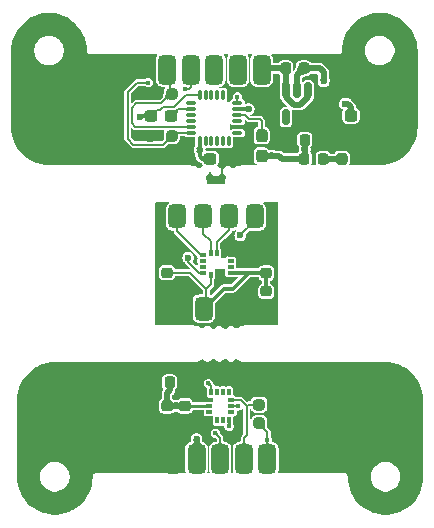
<source format=gbr>
%TF.GenerationSoftware,KiCad,Pcbnew,8.0.8*%
%TF.CreationDate,2025-04-24T20:49:58+02:00*%
%TF.ProjectId,IMU_PCBs,494d555f-5043-4427-932e-6b696361645f,rev?*%
%TF.SameCoordinates,Original*%
%TF.FileFunction,Copper,L1,Top*%
%TF.FilePolarity,Positive*%
%FSLAX46Y46*%
G04 Gerber Fmt 4.6, Leading zero omitted, Abs format (unit mm)*
G04 Created by KiCad (PCBNEW 8.0.8) date 2025-04-24 20:49:58*
%MOMM*%
%LPD*%
G01*
G04 APERTURE LIST*
G04 Aperture macros list*
%AMRoundRect*
0 Rectangle with rounded corners*
0 $1 Rounding radius*
0 $2 $3 $4 $5 $6 $7 $8 $9 X,Y pos of 4 corners*
0 Add a 4 corners polygon primitive as box body*
4,1,4,$2,$3,$4,$5,$6,$7,$8,$9,$2,$3,0*
0 Add four circle primitives for the rounded corners*
1,1,$1+$1,$2,$3*
1,1,$1+$1,$4,$5*
1,1,$1+$1,$6,$7*
1,1,$1+$1,$8,$9*
0 Add four rect primitives between the rounded corners*
20,1,$1+$1,$2,$3,$4,$5,0*
20,1,$1+$1,$4,$5,$6,$7,0*
20,1,$1+$1,$6,$7,$8,$9,0*
20,1,$1+$1,$8,$9,$2,$3,0*%
G04 Aperture macros list end*
%TA.AperFunction,SMDPad,CuDef*%
%ADD10RoundRect,0.225000X0.250000X-0.225000X0.250000X0.225000X-0.250000X0.225000X-0.250000X-0.225000X0*%
%TD*%
%TA.AperFunction,SMDPad,CuDef*%
%ADD11RoundRect,0.087500X-0.207500X-0.087500X0.207500X-0.087500X0.207500X0.087500X-0.207500X0.087500X0*%
%TD*%
%TA.AperFunction,SMDPad,CuDef*%
%ADD12RoundRect,0.087500X-0.087500X-0.207500X0.087500X-0.207500X0.087500X0.207500X-0.087500X0.207500X0*%
%TD*%
%TA.AperFunction,SMDPad,CuDef*%
%ADD13RoundRect,0.375000X-0.375000X0.625000X-0.375000X-0.625000X0.375000X-0.625000X0.375000X0.625000X0*%
%TD*%
%TA.AperFunction,SMDPad,CuDef*%
%ADD14RoundRect,0.225000X-0.250000X0.225000X-0.250000X-0.225000X0.250000X-0.225000X0.250000X0.225000X0*%
%TD*%
%TA.AperFunction,SMDPad,CuDef*%
%ADD15RoundRect,0.375000X0.375000X-0.625000X0.375000X0.625000X-0.375000X0.625000X-0.375000X-0.625000X0*%
%TD*%
%TA.AperFunction,SMDPad,CuDef*%
%ADD16RoundRect,0.237500X0.250000X0.237500X-0.250000X0.237500X-0.250000X-0.237500X0.250000X-0.237500X0*%
%TD*%
%TA.AperFunction,SMDPad,CuDef*%
%ADD17RoundRect,0.087500X-0.087500X0.207500X-0.087500X-0.207500X0.087500X-0.207500X0.087500X0.207500X0*%
%TD*%
%TA.AperFunction,SMDPad,CuDef*%
%ADD18RoundRect,0.087500X-0.207500X0.087500X-0.207500X-0.087500X0.207500X-0.087500X0.207500X0.087500X0*%
%TD*%
%TA.AperFunction,SMDPad,CuDef*%
%ADD19RoundRect,0.375000X0.375000X-0.875000X0.375000X0.875000X-0.375000X0.875000X-0.375000X-0.875000X0*%
%TD*%
%TA.AperFunction,SMDPad,CuDef*%
%ADD20RoundRect,0.225000X0.225000X0.250000X-0.225000X0.250000X-0.225000X-0.250000X0.225000X-0.250000X0*%
%TD*%
%TA.AperFunction,SMDPad,CuDef*%
%ADD21RoundRect,0.218750X-0.218750X-0.256250X0.218750X-0.256250X0.218750X0.256250X-0.218750X0.256250X0*%
%TD*%
%TA.AperFunction,SMDPad,CuDef*%
%ADD22RoundRect,0.237500X0.300000X0.237500X-0.300000X0.237500X-0.300000X-0.237500X0.300000X-0.237500X0*%
%TD*%
%TA.AperFunction,SMDPad,CuDef*%
%ADD23RoundRect,0.237500X-0.250000X-0.237500X0.250000X-0.237500X0.250000X0.237500X-0.250000X0.237500X0*%
%TD*%
%TA.AperFunction,SMDPad,CuDef*%
%ADD24RoundRect,0.237500X0.237500X-0.300000X0.237500X0.300000X-0.237500X0.300000X-0.237500X-0.300000X0*%
%TD*%
%TA.AperFunction,SMDPad,CuDef*%
%ADD25RoundRect,0.375000X-0.375000X0.875000X-0.375000X-0.875000X0.375000X-0.875000X0.375000X0.875000X0*%
%TD*%
%TA.AperFunction,SMDPad,CuDef*%
%ADD26RoundRect,0.225000X-0.225000X-0.250000X0.225000X-0.250000X0.225000X0.250000X-0.225000X0.250000X0*%
%TD*%
%TA.AperFunction,SMDPad,CuDef*%
%ADD27RoundRect,0.075000X0.075000X-0.350000X0.075000X0.350000X-0.075000X0.350000X-0.075000X-0.350000X0*%
%TD*%
%TA.AperFunction,SMDPad,CuDef*%
%ADD28RoundRect,0.075000X0.350000X0.075000X-0.350000X0.075000X-0.350000X-0.075000X0.350000X-0.075000X0*%
%TD*%
%TA.AperFunction,SMDPad,CuDef*%
%ADD29RoundRect,0.237500X-0.300000X-0.237500X0.300000X-0.237500X0.300000X0.237500X-0.300000X0.237500X0*%
%TD*%
%TA.AperFunction,SMDPad,CuDef*%
%ADD30RoundRect,0.237500X-0.237500X0.250000X-0.237500X-0.250000X0.237500X-0.250000X0.237500X0.250000X0*%
%TD*%
%TA.AperFunction,SMDPad,CuDef*%
%ADD31RoundRect,0.150000X-0.150000X0.512500X-0.150000X-0.512500X0.150000X-0.512500X0.150000X0.512500X0*%
%TD*%
%TA.AperFunction,ViaPad*%
%ADD32C,0.400000*%
%TD*%
%TA.AperFunction,ViaPad*%
%ADD33C,0.550000*%
%TD*%
%TA.AperFunction,ViaPad*%
%ADD34C,0.600000*%
%TD*%
%TA.AperFunction,Conductor*%
%ADD35C,0.150000*%
%TD*%
%TA.AperFunction,Conductor*%
%ADD36C,0.300000*%
%TD*%
%TA.AperFunction,Conductor*%
%ADD37C,0.200000*%
%TD*%
%TA.AperFunction,Conductor*%
%ADD38C,0.500000*%
%TD*%
%TA.AperFunction,Conductor*%
%ADD39C,0.250000*%
%TD*%
G04 APERTURE END LIST*
D10*
%TO.P,C2,1*%
%TO.N,+3.3V*%
X133080000Y-75270000D03*
%TO.P,C2,2*%
%TO.N,GND*%
X133080000Y-73720000D03*
%TD*%
D11*
%TO.P,U1,1,AP_SDO/AP_AD0*%
%TO.N,SPI_MISO*%
X127715000Y-73720000D03*
%TO.P,U1,2,RESV_2*%
%TO.N,unconnected-(U1-RESV_2-Pad2)*%
X127715000Y-74220000D03*
%TO.P,U1,3,RESV_3*%
%TO.N,unconnected-(U1-RESV_3-Pad3)*%
X127715000Y-74720000D03*
%TO.P,U1,4,INT1/INT*%
%TO.N,INT1*%
X127715000Y-75220000D03*
D12*
%TO.P,U1,5,VDDIO*%
%TO.N,+3.3V*%
X128380000Y-75385000D03*
%TO.P,U1,6,GND*%
%TO.N,GND*%
X128880000Y-75385000D03*
%TO.P,U1,7,RESV_7*%
X129380000Y-75385000D03*
D11*
%TO.P,U1,8,VDD*%
%TO.N,+3.3V*%
X130045000Y-75220000D03*
%TO.P,U1,9,INT2/FSYNC/CLKIN*%
%TO.N,unconnected-(U1-INT2{slash}FSYNC{slash}CLKIN-Pad9)*%
X130045000Y-74720000D03*
%TO.P,U1,10,RESV_10*%
%TO.N,unconnected-(U1-RESV_10-Pad10)*%
X130045000Y-74220000D03*
%TO.P,U1,11,RESV_11*%
%TO.N,GND*%
X130045000Y-73720000D03*
D12*
%TO.P,U1,12,AP_CS*%
X129380000Y-73555000D03*
%TO.P,U1,13,AP_SCL/AP_SCLK*%
%TO.N,SPI_SCK*%
X128880000Y-73555000D03*
%TO.P,U1,14,AP_SDA/AP_SDIO/AP_SDI*%
%TO.N,SPI_MOSI*%
X128380000Y-73555000D03*
%TD*%
D13*
%TO.P,J1,1,Pin_1*%
%TO.N,INT1*%
X132130000Y-70470000D03*
%TO.P,J1,2,Pin_2*%
%TO.N,SPI_SCK*%
X129930000Y-70470000D03*
%TO.P,J1,3,Pin_3*%
%TO.N,SPI_MOSI*%
X127730000Y-70470000D03*
%TO.P,J1,4,Pin_4*%
%TO.N,SPI_MISO*%
X125530000Y-70470000D03*
%TD*%
D14*
%TO.P,C3,1*%
%TO.N,+3.3V*%
X133080000Y-76820000D03*
%TO.P,C3,2*%
%TO.N,GND*%
X133080000Y-78370000D03*
%TD*%
D15*
%TO.P,J2,1,Pin_1*%
%TO.N,+3.3V*%
X127780000Y-78270000D03*
%TO.P,J2,2,Pin_2*%
%TO.N,GND*%
X129980000Y-78270000D03*
%TD*%
D14*
%TO.P,C1,1*%
%TO.N,GND*%
X124680000Y-73670000D03*
%TO.P,C1,2*%
%TO.N,+3.3V*%
X124680000Y-75220000D03*
%TD*%
D10*
%TO.P,C2,1*%
%TO.N,+3.3V*%
X124670000Y-88060000D03*
%TO.P,C2,2*%
%TO.N,GND*%
X124670000Y-86510000D03*
%TD*%
D16*
%TO.P,R2,1*%
%TO.N,+3.3V*%
X134295000Y-87960000D03*
%TO.P,R2,2*%
%TO.N,I2C3_SCL*%
X132470000Y-87960000D03*
%TD*%
D17*
%TO.P,U1,1,AP_SDO/AP_AD0*%
%TO.N,unconnected-(U1-AP_SDO{slash}AP_AD0-Pad1)*%
X129920000Y-85345000D03*
%TO.P,U1,2,RESV_2*%
%TO.N,unconnected-(U1-RESV_2-Pad2)*%
X129420000Y-85345000D03*
%TO.P,U1,3,RESV_3*%
%TO.N,unconnected-(U1-RESV_3-Pad3)*%
X128920000Y-85345000D03*
%TO.P,U1,4,INT1/INT*%
%TO.N,I2C3_IMU_INT*%
X128420000Y-85345000D03*
D18*
%TO.P,U1,5,VDDIO*%
%TO.N,+3.3V*%
X128255000Y-86010000D03*
%TO.P,U1,6,GND*%
%TO.N,GND*%
X128255000Y-86510000D03*
%TO.P,U1,7,RESV_7*%
%TO.N,unconnected-(U1-RESV_7-Pad7)*%
X128255000Y-87010000D03*
D17*
%TO.P,U1,8,VDD*%
%TO.N,+3.3V*%
X128420000Y-87675000D03*
%TO.P,U1,9,INT2/FSYNC/CLKIN*%
%TO.N,unconnected-(U1-INT2{slash}FSYNC{slash}CLKIN-Pad9)*%
X128920000Y-87675000D03*
%TO.P,U1,10,RESV_10*%
%TO.N,unconnected-(U1-RESV_10-Pad10)*%
X129420000Y-87675000D03*
%TO.P,U1,11,RESV_11*%
%TO.N,GND*%
X129920000Y-87675000D03*
D18*
%TO.P,U1,12,AP_CS*%
%TO.N,unconnected-(U1-AP_CS-Pad12)*%
X130085000Y-87010000D03*
%TO.P,U1,13,AP_SCL/AP_SCLK*%
%TO.N,I2C3_SCL*%
X130085000Y-86510000D03*
%TO.P,U1,14,AP_SDA/AP_SDIO/AP_SDI*%
%TO.N,I2C3_SDA*%
X130085000Y-86010000D03*
%TD*%
D19*
%TO.P,IMU_Conn1,1,Pin_1*%
%TO.N,+3.3V*%
X125170000Y-91010000D03*
%TO.P,IMU_Conn1,2,Pin_2*%
%TO.N,GND*%
X127170000Y-91010000D03*
%TO.P,IMU_Conn1,3,Pin_3*%
%TO.N,I2C3_IMU_INT*%
X129170000Y-91010000D03*
%TO.P,IMU_Conn1,4,Pin_4*%
%TO.N,I2C3_SDA*%
X131170000Y-91010000D03*
%TO.P,IMU_Conn1,5,Pin_5*%
%TO.N,I2C3_SCL*%
X133170000Y-91010000D03*
%TD*%
D20*
%TO.P,C3,1*%
%TO.N,+3.3V*%
X126445000Y-84510000D03*
%TO.P,C3,2*%
%TO.N,GND*%
X124895000Y-84510000D03*
%TD*%
D10*
%TO.P,C1,1*%
%TO.N,+3.3V*%
X126170000Y-88060000D03*
%TO.P,C1,2*%
%TO.N,GND*%
X126170000Y-86510000D03*
%TD*%
D16*
%TO.P,R1,1*%
%TO.N,+3.3V*%
X134282500Y-86410000D03*
%TO.P,R1,2*%
%TO.N,I2C3_SDA*%
X132457500Y-86410000D03*
%TD*%
D21*
%TO.P,D1,1,K*%
%TO.N,GND*%
X136305000Y-65580000D03*
%TO.P,D1,2,A*%
%TO.N,Net-(D1-A)*%
X137880000Y-65580000D03*
%TD*%
D22*
%TO.P,C3,1*%
%TO.N,+3.3V*%
X130030000Y-65580000D03*
%TO.P,C3,2*%
%TO.N,GND*%
X128305000Y-65580000D03*
%TD*%
D23*
%TO.P,R2,1*%
%TO.N,+3.3V*%
X123255000Y-63630000D03*
%TO.P,R2,2*%
%TO.N,I2C3_SDA*%
X125080000Y-63630000D03*
%TD*%
D24*
%TO.P,C1,1*%
%TO.N,GND*%
X132680000Y-65342500D03*
%TO.P,C1,2*%
%TO.N,Net-(U1-REGOUT)*%
X132680000Y-63617500D03*
%TD*%
D22*
%TO.P,C2,1*%
%TO.N,Net-(U1-CPOUT)*%
X125042500Y-61930000D03*
%TO.P,C2,2*%
%TO.N,GND*%
X123317500Y-61930000D03*
%TD*%
D25*
%TO.P,IMU_Conn1,1,Pin_1*%
%TO.N,VDC*%
X132680000Y-58030000D03*
%TO.P,IMU_Conn1,2,Pin_2*%
%TO.N,GND*%
X130680000Y-58030000D03*
%TO.P,IMU_Conn1,3,Pin_3*%
%TO.N,I2C3_IMU_INT*%
X128680000Y-58030000D03*
%TO.P,IMU_Conn1,4,Pin_4*%
%TO.N,I2C3_SDA*%
X126680000Y-58030000D03*
%TO.P,IMU_Conn1,5,Pin_5*%
%TO.N,I2C3_SCL*%
X124680000Y-58030000D03*
%TD*%
D26*
%TO.P,C6,1*%
%TO.N,VDC*%
X134705000Y-57930000D03*
%TO.P,C6,2*%
%TO.N,GND*%
X136255000Y-57930000D03*
%TD*%
D27*
%TO.P,U1,1,CLKIN*%
%TO.N,GND*%
X127430000Y-64080000D03*
%TO.P,U1,2,NC*%
%TO.N,unconnected-(U1-NC-Pad2)*%
X127930000Y-64080000D03*
%TO.P,U1,3,NC*%
%TO.N,unconnected-(U1-NC-Pad3)*%
X128430000Y-64080000D03*
%TO.P,U1,4,NC*%
%TO.N,unconnected-(U1-NC-Pad4)*%
X128930000Y-64080000D03*
%TO.P,U1,5,NC*%
%TO.N,unconnected-(U1-NC-Pad5)*%
X129430000Y-64080000D03*
%TO.P,U1,6,AUX_DA*%
%TO.N,unconnected-(U1-AUX_DA-Pad6)*%
X129930000Y-64080000D03*
D28*
%TO.P,U1,7,AUX_CL*%
%TO.N,unconnected-(U1-AUX_CL-Pad7)*%
X130630000Y-63380000D03*
%TO.P,U1,8,VLOGIC*%
%TO.N,+3.3V*%
X130630000Y-62880000D03*
%TO.P,U1,9,AD0*%
%TO.N,unconnected-(U1-AD0-Pad9)*%
X130630000Y-62380000D03*
%TO.P,U1,10,REGOUT*%
%TO.N,Net-(U1-REGOUT)*%
X130630000Y-61880000D03*
%TO.P,U1,11,FSYNC*%
%TO.N,GND*%
X130630000Y-61380000D03*
%TO.P,U1,12,INT*%
%TO.N,I2C3_IMU_INT*%
X130630000Y-60880000D03*
D27*
%TO.P,U1,13,VDD*%
%TO.N,+3.3V*%
X129930000Y-60180000D03*
%TO.P,U1,14,NC*%
%TO.N,unconnected-(U1-NC-Pad14)*%
X129430000Y-60180000D03*
%TO.P,U1,15,NC*%
%TO.N,unconnected-(U1-NC-Pad15)*%
X128930000Y-60180000D03*
%TO.P,U1,16,NC*%
%TO.N,unconnected-(U1-NC-Pad16)*%
X128430000Y-60180000D03*
%TO.P,U1,17,NC*%
%TO.N,unconnected-(U1-NC-Pad17)*%
X127930000Y-60180000D03*
%TO.P,U1,18,GND*%
%TO.N,GND*%
X127430000Y-60180000D03*
D28*
%TO.P,U1,19,RESV*%
%TO.N,unconnected-(U1-RESV-Pad19)*%
X126730000Y-60880000D03*
%TO.P,U1,20,CPOUT*%
%TO.N,Net-(U1-CPOUT)*%
X126730000Y-61380000D03*
%TO.P,U1,21,RESV*%
%TO.N,unconnected-(U1-RESV-Pad21)*%
X126730000Y-61880000D03*
%TO.P,U1,22,RESV*%
%TO.N,unconnected-(U1-RESV-Pad22)*%
X126730000Y-62380000D03*
%TO.P,U1,23,SCL*%
%TO.N,I2C3_SCL*%
X126730000Y-62880000D03*
%TO.P,U1,24,SDA*%
%TO.N,I2C3_SDA*%
X126730000Y-63380000D03*
%TD*%
D20*
%TO.P,C5,1*%
%TO.N,+3.3V*%
X137880000Y-63980000D03*
%TO.P,C5,2*%
%TO.N,GND*%
X136330000Y-63980000D03*
%TD*%
D29*
%TO.P,C4,1*%
%TO.N,+3.3V*%
X138517500Y-61930000D03*
%TO.P,C4,2*%
%TO.N,GND*%
X140242500Y-61930000D03*
%TD*%
D23*
%TO.P,R3,1*%
%TO.N,+3.3V*%
X123255000Y-60130000D03*
%TO.P,R3,2*%
%TO.N,I2C3_SCL*%
X125080000Y-60130000D03*
%TD*%
D30*
%TO.P,R1,1*%
%TO.N,+3.3V*%
X139480000Y-63767500D03*
%TO.P,R1,2*%
%TO.N,Net-(D1-A)*%
X139480000Y-65592500D03*
%TD*%
D31*
%TO.P,U2,1,V_{IN}*%
%TO.N,VDC*%
X136630000Y-59792500D03*
%TO.P,U2,2,V_{SS}*%
%TO.N,GND*%
X135680000Y-59792500D03*
%TO.P,U2,3,CE*%
%TO.N,VDC*%
X134730000Y-59792500D03*
%TO.P,U2,4,NC*%
%TO.N,unconnected-(U2-NC-Pad4)*%
X134730000Y-62067500D03*
%TO.P,U2,5,V_{OUT}*%
%TO.N,+3.3V*%
X136630000Y-62067500D03*
%TD*%
D32*
%TO.N,GND*%
X128980000Y-76170000D03*
D33*
X124780000Y-72370000D03*
X125280000Y-77570000D03*
X131680000Y-77570000D03*
X131880000Y-72470000D03*
D34*
%TO.N,INT1*%
X130880000Y-72070000D03*
X126480000Y-73970000D03*
D32*
%TO.N,GND*%
X129920000Y-88210000D03*
D34*
X125420000Y-86510000D03*
X127170000Y-89310000D03*
D32*
%TO.N,I2C3_SCL*%
X133170000Y-89360000D03*
X130720000Y-86510000D03*
%TO.N,I2C3_IMU_INT*%
X128770000Y-88810000D03*
X128170000Y-84610000D03*
D34*
%TO.N,GND*%
X127430000Y-64830000D03*
X130680000Y-57930000D03*
X136330000Y-64780000D03*
X131580000Y-61380000D03*
X139730000Y-60930000D03*
X133530000Y-65342500D03*
X137930000Y-59030000D03*
X122405000Y-62080000D03*
%TO.N,+3.3V*%
X122280000Y-60280000D03*
X124530000Y-65530000D03*
X131405000Y-64080000D03*
X132780000Y-61480000D03*
X120180000Y-60280000D03*
X122230000Y-63630000D03*
D32*
%TO.N,I2C3_IMU_INT*%
X128680000Y-58780000D03*
X130630000Y-60330000D03*
%TO.N,I2C3_SDA*%
X126180000Y-59680000D03*
X123080000Y-59130000D03*
%TD*%
D35*
%TO.N,+3.3V*%
X128380000Y-76195000D02*
X128380000Y-75385000D01*
X124655000Y-75220000D02*
X126655000Y-75220000D01*
D36*
X129480000Y-76570000D02*
X130230000Y-76570000D01*
D35*
X128005000Y-76570000D02*
X128005000Y-78545000D01*
X128005000Y-78545000D02*
X127780000Y-78770000D01*
D36*
X133080000Y-76820000D02*
X133080000Y-75270000D01*
X130230000Y-76570000D02*
X131580000Y-75220000D01*
D35*
X126655000Y-75220000D02*
X128005000Y-76570000D01*
D36*
X130045000Y-75220000D02*
X133030000Y-75220000D01*
D35*
X128005000Y-76570000D02*
X128380000Y-76195000D01*
D36*
X127780000Y-78270000D02*
X129480000Y-76570000D01*
D35*
X133030000Y-75220000D02*
X133080000Y-75270000D01*
D37*
%TO.N,INT1*%
X126480000Y-74330432D02*
X126480000Y-73970000D01*
D35*
X132130000Y-70420000D02*
X132130000Y-70195000D01*
D37*
X127715000Y-75220000D02*
X127369568Y-75220000D01*
X127369568Y-75220000D02*
X126480000Y-74330432D01*
X132130000Y-70820000D02*
X132130000Y-70470000D01*
X130880000Y-72070000D02*
X132130000Y-70820000D01*
D35*
%TO.N,SPI_SCK*%
X129930000Y-71594924D02*
X129930000Y-70195000D01*
X128880000Y-73555000D02*
X128880000Y-72644924D01*
X128880000Y-72644924D02*
X129930000Y-71594924D01*
%TO.N,SPI_MOSI*%
X128380000Y-73555000D02*
X128380000Y-72570000D01*
X128380000Y-72570000D02*
X127730000Y-71920000D01*
X127730000Y-71920000D02*
X127730000Y-70195000D01*
%TO.N,SPI_MISO*%
X127715000Y-73720000D02*
X127530000Y-73720000D01*
X125530000Y-71720000D02*
X125530000Y-70195000D01*
X127530000Y-73720000D02*
X125530000Y-71720000D01*
%TO.N,unconnected-(U1-INT2{slash}FSYNC{slash}CLKIN-Pad9)*%
X129995000Y-74770000D02*
X129945000Y-74720000D01*
D38*
%TO.N,GND*%
X125420000Y-86510000D02*
X126170000Y-86510000D01*
X124670000Y-85410000D02*
X124670000Y-86510000D01*
X124895000Y-84510000D02*
X124895000Y-85185000D01*
X124670000Y-86510000D02*
X125420000Y-86510000D01*
D39*
X129920000Y-87675000D02*
X129920000Y-88210000D01*
X128255000Y-86510000D02*
X126170000Y-86510000D01*
D38*
X124895000Y-85185000D02*
X124670000Y-85410000D01*
X127170000Y-91010000D02*
X127170000Y-89310000D01*
D35*
%TO.N,+3.3V*%
X134357500Y-86460000D02*
X134279252Y-86538248D01*
%TO.N,I2C3_SCL*%
X133170000Y-88710000D02*
X132445000Y-87985000D01*
X132445000Y-87985000D02*
X132445000Y-87960000D01*
X130085000Y-86510000D02*
X130720000Y-86510000D01*
X133170000Y-89360000D02*
X133170000Y-88710000D01*
X133170000Y-91010000D02*
X133170000Y-89360000D01*
%TO.N,I2C3_SDA*%
X131170000Y-89260000D02*
X131170000Y-91010000D01*
X131420000Y-89010000D02*
X131170000Y-89260000D01*
X131420000Y-86538248D02*
X131420000Y-89010000D01*
X132457500Y-86410000D02*
X131548248Y-86410000D01*
X131548248Y-86410000D02*
X131420000Y-86538248D01*
X130085000Y-86010000D02*
X130891752Y-86010000D01*
X130891752Y-86010000D02*
X131420000Y-86538248D01*
%TO.N,I2C3_IMU_INT*%
X128420000Y-85345000D02*
X128420000Y-84810000D01*
X128420000Y-84810000D02*
X128220000Y-84610000D01*
X128770000Y-88810000D02*
X129170000Y-89210000D01*
X129170000Y-89210000D02*
X129170000Y-91010000D01*
D36*
%TO.N,GND*%
X123317500Y-61930000D02*
X122555000Y-61930000D01*
D38*
X132680000Y-65342500D02*
X133530000Y-65342500D01*
X136330000Y-63980000D02*
X136330000Y-64780000D01*
D36*
X122555000Y-61930000D02*
X122405000Y-62080000D01*
D35*
X126297526Y-60180000D02*
X125297526Y-61180000D01*
D38*
X137580000Y-57930000D02*
X136255000Y-57930000D01*
D35*
X127430000Y-60180000D02*
X126297526Y-60180000D01*
D38*
X140242500Y-61192500D02*
X139980000Y-60930000D01*
D35*
X123817500Y-61430000D02*
X123317500Y-61930000D01*
D38*
X135680000Y-59792500D02*
X135680000Y-58505000D01*
D35*
X124112475Y-61430000D02*
X123817500Y-61430000D01*
D38*
X134430000Y-65580000D02*
X136305000Y-65580000D01*
D36*
X130630000Y-61380000D02*
X131580000Y-61380000D01*
X127630000Y-65580000D02*
X128305000Y-65580000D01*
D38*
X136330000Y-64780000D02*
X136330000Y-65555000D01*
D35*
X125297526Y-61180000D02*
X124362475Y-61180000D01*
D36*
X127430000Y-64080000D02*
X127430000Y-64830000D01*
D38*
X136330000Y-65555000D02*
X136305000Y-65580000D01*
X140242500Y-61930000D02*
X140242500Y-61192500D01*
X137930000Y-58280000D02*
X137580000Y-57930000D01*
D36*
X127430000Y-65380000D02*
X127630000Y-65580000D01*
X127430000Y-64830000D02*
X127430000Y-65380000D01*
D38*
X139980000Y-60930000D02*
X139730000Y-60930000D01*
X133530000Y-65342500D02*
X134192500Y-65342500D01*
X135680000Y-58505000D02*
X136255000Y-57930000D01*
X137930000Y-59030000D02*
X137930000Y-58280000D01*
X134192500Y-65342500D02*
X134430000Y-65580000D01*
D35*
X124362475Y-61180000D02*
X124112475Y-61430000D01*
%TO.N,Net-(U1-REGOUT)*%
X132530000Y-62230000D02*
X132680000Y-62380000D01*
X132680000Y-62380000D02*
X132680000Y-63617500D01*
X131616827Y-62230000D02*
X132530000Y-62230000D01*
X131266827Y-61880000D02*
X131616827Y-62230000D01*
X130630000Y-61880000D02*
X131266827Y-61880000D01*
%TO.N,Net-(U1-CPOUT)*%
X125592500Y-61380000D02*
X125042500Y-61930000D01*
X126730000Y-61380000D02*
X125592500Y-61380000D01*
D38*
%TO.N,+3.3V*%
X138517500Y-61930000D02*
X138517500Y-63342500D01*
X136767500Y-61930000D02*
X136630000Y-62067500D01*
D36*
X129980000Y-59680000D02*
X132230000Y-59680000D01*
X129930000Y-59730000D02*
X129980000Y-59680000D01*
X131405000Y-63126880D02*
X131405000Y-64080000D01*
D38*
X138517500Y-61930000D02*
X136767500Y-61930000D01*
D36*
X131405000Y-64080000D02*
X131405000Y-65305000D01*
D38*
X138517500Y-63342500D02*
X138992500Y-63817500D01*
X138992500Y-63817500D02*
X139480000Y-63817500D01*
D36*
X131158120Y-62880000D02*
X131405000Y-63126880D01*
X131130000Y-65580000D02*
X130030000Y-65580000D01*
X129930000Y-60180000D02*
X129930000Y-59730000D01*
X123267500Y-60280000D02*
X122280000Y-60280000D01*
X132780000Y-60230000D02*
X132780000Y-61480000D01*
X132230000Y-59680000D02*
X132780000Y-60230000D01*
D38*
X138517500Y-63342500D02*
X137880000Y-63980000D01*
X123255000Y-63630000D02*
X122230000Y-63630000D01*
D36*
X131405000Y-65305000D02*
X131130000Y-65580000D01*
X130630000Y-62880000D02*
X131158120Y-62880000D01*
D38*
%TO.N,VDC*%
X135380000Y-61030000D02*
X135957684Y-61030000D01*
X134730000Y-60380000D02*
X135380000Y-61030000D01*
X136630000Y-60357684D02*
X136630000Y-59792500D01*
X134705000Y-57930000D02*
X134705000Y-59767500D01*
X134705000Y-59767500D02*
X134730000Y-59792500D01*
X132680000Y-57930000D02*
X134705000Y-57930000D01*
X134730000Y-59792500D02*
X134730000Y-60380000D01*
X135957684Y-61030000D02*
X136630000Y-60357684D01*
%TO.N,Net-(D1-A)*%
X137942500Y-65642500D02*
X137880000Y-65580000D01*
X139480000Y-65642500D02*
X137942500Y-65642500D01*
D35*
%TO.N,I2C3_IMU_INT*%
X128680000Y-58780000D02*
X128680000Y-57930000D01*
X130630000Y-60880000D02*
X130630000Y-60330000D01*
%TO.N,I2C3_SCL*%
X126730000Y-62880000D02*
X121980000Y-62880000D01*
X124167500Y-60880000D02*
X124930000Y-60117500D01*
X121680000Y-62580000D02*
X121680000Y-61280000D01*
X124930000Y-60117500D02*
X124930000Y-58180000D01*
X121980000Y-62880000D02*
X121680000Y-62580000D01*
X122080000Y-60880000D02*
X124167500Y-60880000D01*
X124930000Y-58180000D02*
X124680000Y-57930000D01*
X121680000Y-61280000D02*
X122080000Y-60880000D01*
%TO.N,I2C3_SDA*%
X121830000Y-64380000D02*
X121330000Y-63880000D01*
X125330000Y-63380000D02*
X125080000Y-63630000D01*
X121330000Y-59930000D02*
X122130000Y-59130000D01*
X126730000Y-63380000D02*
X125330000Y-63380000D01*
X125080000Y-63630000D02*
X124330000Y-64380000D01*
X126180000Y-59680000D02*
X126530000Y-59680000D01*
X126680000Y-59530000D02*
X126680000Y-57930000D01*
X126530000Y-59680000D02*
X126680000Y-59530000D01*
X124330000Y-64380000D02*
X121830000Y-64380000D01*
X122130000Y-59130000D02*
X123080000Y-59130000D01*
X121330000Y-63880000D02*
X121330000Y-59930000D01*
%TD*%
%TA.AperFunction,Conductor*%
%TO.N,GND*%
G36*
X124848641Y-69284852D02*
G01*
X124862993Y-69319500D01*
X124848641Y-69354148D01*
X124843822Y-69358374D01*
X124744549Y-69434548D01*
X124744548Y-69434549D01*
X124652302Y-69554766D01*
X124652299Y-69554771D01*
X124594312Y-69694764D01*
X124583693Y-69775425D01*
X124579500Y-69807280D01*
X124579500Y-71132720D01*
X124585091Y-71175192D01*
X124594312Y-71245235D01*
X124652299Y-71385228D01*
X124652302Y-71385233D01*
X124743481Y-71504060D01*
X124744549Y-71505451D01*
X124864767Y-71597698D01*
X124864769Y-71597698D01*
X124864771Y-71597700D01*
X124989943Y-71649548D01*
X125004764Y-71655687D01*
X125117280Y-71670500D01*
X125205500Y-71670500D01*
X125240148Y-71684852D01*
X125254500Y-71719500D01*
X125254500Y-71774800D01*
X125294109Y-71870424D01*
X125296443Y-71876058D01*
X125296445Y-71876060D01*
X127205148Y-73784764D01*
X127219500Y-73819410D01*
X127219500Y-73850499D01*
X127219501Y-73850508D01*
X127222293Y-73874581D01*
X127255685Y-73950207D01*
X127256551Y-73987700D01*
X127255685Y-73989791D01*
X127222293Y-74065417D01*
X127219500Y-74089494D01*
X127219500Y-74350498D01*
X127219501Y-74350508D01*
X127222293Y-74374581D01*
X127255685Y-74450207D01*
X127256551Y-74487700D01*
X127255685Y-74489791D01*
X127225966Y-74557098D01*
X127198842Y-74582997D01*
X127161349Y-74582131D01*
X127146493Y-74571954D01*
X126897031Y-74322492D01*
X126882679Y-74287844D01*
X126894648Y-74255755D01*
X126905374Y-74243376D01*
X126905377Y-74243373D01*
X126965165Y-74112457D01*
X126965165Y-74112455D01*
X126965166Y-74112454D01*
X126985647Y-73970002D01*
X126985647Y-73969997D01*
X126965166Y-73827545D01*
X126945628Y-73784764D01*
X126905377Y-73696627D01*
X126811128Y-73587857D01*
X126690053Y-73510047D01*
X126690050Y-73510046D01*
X126551965Y-73469500D01*
X126551961Y-73469500D01*
X126408039Y-73469500D01*
X126408034Y-73469500D01*
X126269949Y-73510046D01*
X126148871Y-73587857D01*
X126054625Y-73696623D01*
X126054624Y-73696625D01*
X125994833Y-73827545D01*
X125974353Y-73969997D01*
X125974353Y-73970002D01*
X125994833Y-74112454D01*
X126026935Y-74182746D01*
X126054623Y-74243373D01*
X126054624Y-74243374D01*
X126054625Y-74243376D01*
X126147452Y-74350504D01*
X126148872Y-74352143D01*
X126164156Y-74361965D01*
X126184996Y-74390505D01*
X126199977Y-74446417D01*
X126199978Y-74446419D01*
X126199979Y-74446421D01*
X126211815Y-74466921D01*
X126211816Y-74466922D01*
X126239537Y-74514939D01*
X126239542Y-74514945D01*
X126585449Y-74860852D01*
X126599801Y-74895500D01*
X126585449Y-74930148D01*
X126550801Y-74944500D01*
X125394656Y-74944500D01*
X125360008Y-74930148D01*
X125346259Y-74903166D01*
X125344537Y-74892293D01*
X125339719Y-74861874D01*
X125339717Y-74861870D01*
X125339717Y-74861868D01*
X125278532Y-74741786D01*
X125278527Y-74741779D01*
X125183220Y-74646472D01*
X125183213Y-74646467D01*
X125063129Y-74585282D01*
X125063127Y-74585281D01*
X125063126Y-74585281D01*
X124963488Y-74569500D01*
X124396512Y-74569500D01*
X124296874Y-74585281D01*
X124296872Y-74585281D01*
X124296870Y-74585282D01*
X124176786Y-74646467D01*
X124176779Y-74646472D01*
X124081472Y-74741779D01*
X124081467Y-74741786D01*
X124020282Y-74861870D01*
X124020281Y-74861872D01*
X124020281Y-74861874D01*
X124004500Y-74961512D01*
X124004500Y-75478488D01*
X124020281Y-75578126D01*
X124020281Y-75578127D01*
X124020282Y-75578129D01*
X124081467Y-75698213D01*
X124081472Y-75698220D01*
X124176779Y-75793527D01*
X124176786Y-75793532D01*
X124274908Y-75843527D01*
X124296874Y-75854719D01*
X124396512Y-75870500D01*
X124396514Y-75870500D01*
X124963486Y-75870500D01*
X124963488Y-75870500D01*
X125063126Y-75854719D01*
X125147371Y-75811794D01*
X125183213Y-75793532D01*
X125183215Y-75793530D01*
X125183220Y-75793528D01*
X125278528Y-75698220D01*
X125278532Y-75698213D01*
X125339717Y-75578131D01*
X125339717Y-75578129D01*
X125339719Y-75578126D01*
X125346259Y-75536833D01*
X125365855Y-75504858D01*
X125394656Y-75495500D01*
X126520589Y-75495500D01*
X126555237Y-75509852D01*
X127715148Y-76669763D01*
X127729500Y-76704411D01*
X127729500Y-77020500D01*
X127715148Y-77055148D01*
X127680500Y-77069500D01*
X127367280Y-77069500D01*
X127335425Y-77073693D01*
X127254764Y-77084312D01*
X127114771Y-77142299D01*
X127114766Y-77142302D01*
X126994549Y-77234548D01*
X126994548Y-77234549D01*
X126902302Y-77354766D01*
X126902299Y-77354771D01*
X126844312Y-77494764D01*
X126833693Y-77575425D01*
X126829500Y-77607280D01*
X126829500Y-78932720D01*
X126835091Y-78975192D01*
X126844312Y-79045235D01*
X126902299Y-79185228D01*
X126902302Y-79185233D01*
X126994549Y-79305451D01*
X127114767Y-79397698D01*
X127114769Y-79397698D01*
X127114771Y-79397700D01*
X127254764Y-79455687D01*
X127367280Y-79470500D01*
X127367284Y-79470500D01*
X128192716Y-79470500D01*
X128192720Y-79470500D01*
X128305236Y-79455687D01*
X128445233Y-79397698D01*
X128565451Y-79305451D01*
X128657698Y-79185233D01*
X128715687Y-79045236D01*
X128730500Y-78932720D01*
X128730500Y-77835478D01*
X128744852Y-77800830D01*
X129610830Y-76934852D01*
X129645478Y-76920500D01*
X130276146Y-76920500D01*
X130320716Y-76908557D01*
X130365288Y-76896614D01*
X130445212Y-76850470D01*
X131710829Y-75584851D01*
X131745477Y-75570500D01*
X132369304Y-75570500D01*
X132403952Y-75584852D01*
X132417700Y-75611832D01*
X132420281Y-75628126D01*
X132420281Y-75628127D01*
X132420282Y-75628129D01*
X132481467Y-75748213D01*
X132481472Y-75748220D01*
X132576779Y-75843527D01*
X132576786Y-75843532D01*
X132700310Y-75906470D01*
X132699658Y-75907749D01*
X132724158Y-75928672D01*
X132729500Y-75950920D01*
X132729500Y-76139079D01*
X132715148Y-76173727D01*
X132700034Y-76182990D01*
X132700309Y-76183530D01*
X132576786Y-76246467D01*
X132576779Y-76246472D01*
X132481472Y-76341779D01*
X132481467Y-76341786D01*
X132420282Y-76461870D01*
X132420281Y-76461872D01*
X132420281Y-76461874D01*
X132404500Y-76561512D01*
X132404500Y-77078488D01*
X132420281Y-77178126D01*
X132420281Y-77178127D01*
X132420282Y-77178129D01*
X132481467Y-77298213D01*
X132481472Y-77298220D01*
X132576779Y-77393527D01*
X132576786Y-77393532D01*
X132696870Y-77454717D01*
X132696874Y-77454719D01*
X132796512Y-77470500D01*
X132796514Y-77470500D01*
X133363486Y-77470500D01*
X133363488Y-77470500D01*
X133463126Y-77454719D01*
X133525699Y-77422836D01*
X133583213Y-77393532D01*
X133583215Y-77393530D01*
X133583220Y-77393528D01*
X133678528Y-77298220D01*
X133739719Y-77178126D01*
X133755500Y-77078488D01*
X133755500Y-76561512D01*
X133739719Y-76461874D01*
X133739717Y-76461870D01*
X133678532Y-76341786D01*
X133678527Y-76341779D01*
X133583220Y-76246472D01*
X133583213Y-76246467D01*
X133459691Y-76183530D01*
X133460341Y-76182253D01*
X133435837Y-76161317D01*
X133430500Y-76139079D01*
X133430500Y-75950920D01*
X133444852Y-75916272D01*
X133459965Y-75907010D01*
X133459690Y-75906470D01*
X133583213Y-75843532D01*
X133583215Y-75843530D01*
X133583220Y-75843528D01*
X133678528Y-75748220D01*
X133739719Y-75628126D01*
X133755500Y-75528488D01*
X133755500Y-75011512D01*
X133739719Y-74911874D01*
X133720717Y-74874580D01*
X133678532Y-74791786D01*
X133678527Y-74791779D01*
X133583220Y-74696472D01*
X133583213Y-74696467D01*
X133463129Y-74635282D01*
X133463127Y-74635281D01*
X133463126Y-74635281D01*
X133363488Y-74619500D01*
X132796512Y-74619500D01*
X132696874Y-74635281D01*
X132696872Y-74635281D01*
X132696870Y-74635282D01*
X132576786Y-74696467D01*
X132576779Y-74696472D01*
X132481471Y-74791780D01*
X132466839Y-74820500D01*
X132455503Y-74842746D01*
X132426987Y-74867102D01*
X132411845Y-74869500D01*
X130589500Y-74869500D01*
X130554852Y-74855148D01*
X130540500Y-74820500D01*
X130540499Y-74589501D01*
X130540498Y-74589495D01*
X130537707Y-74565420D01*
X130504312Y-74489791D01*
X130503447Y-74452300D01*
X130504303Y-74450230D01*
X130537707Y-74374580D01*
X130540500Y-74350505D01*
X130540499Y-74089496D01*
X130537707Y-74065420D01*
X130494215Y-73966921D01*
X130494214Y-73966920D01*
X130494214Y-73966919D01*
X130418080Y-73890785D01*
X130319582Y-73847293D01*
X130307542Y-73845896D01*
X130295505Y-73844500D01*
X130295503Y-73844500D01*
X129794501Y-73844500D01*
X129794491Y-73844501D01*
X129770418Y-73847293D01*
X129671919Y-73890785D01*
X129595785Y-73966919D01*
X129585245Y-73990792D01*
X129558121Y-74016691D01*
X129540420Y-74020000D01*
X129235591Y-74020000D01*
X129200943Y-74005648D01*
X129186591Y-73971000D01*
X129200943Y-73936352D01*
X129209214Y-73928080D01*
X129209215Y-73928079D01*
X129252707Y-73829580D01*
X129255500Y-73805505D01*
X129255499Y-73304496D01*
X129252707Y-73280420D01*
X129209215Y-73181921D01*
X129209214Y-73181920D01*
X129209214Y-73181919D01*
X129169852Y-73142557D01*
X129155500Y-73107909D01*
X129155500Y-72779335D01*
X129169852Y-72744687D01*
X129571166Y-72343373D01*
X130163557Y-71750983D01*
X130175841Y-71721324D01*
X130184365Y-71700745D01*
X130210885Y-71674229D01*
X130229634Y-71670500D01*
X130342716Y-71670500D01*
X130342720Y-71670500D01*
X130455236Y-71655687D01*
X130455237Y-71655686D01*
X130458333Y-71654857D01*
X130458784Y-71656541D01*
X130490659Y-71656509D01*
X130517205Y-71683000D01*
X130517243Y-71720503D01*
X130508986Y-71733886D01*
X130454625Y-71796623D01*
X130454624Y-71796625D01*
X130394833Y-71927545D01*
X130374353Y-72069997D01*
X130374353Y-72070000D01*
X130394833Y-72212454D01*
X130426935Y-72282746D01*
X130454623Y-72343373D01*
X130454624Y-72343374D01*
X130454625Y-72343376D01*
X130536895Y-72438321D01*
X130548872Y-72452143D01*
X130669947Y-72529953D01*
X130746785Y-72552514D01*
X130808034Y-72570499D01*
X130808037Y-72570499D01*
X130808039Y-72570500D01*
X130808040Y-72570500D01*
X130951960Y-72570500D01*
X130951961Y-72570500D01*
X130951963Y-72570499D01*
X130951965Y-72570499D01*
X130974795Y-72563795D01*
X131090053Y-72529953D01*
X131211128Y-72452143D01*
X131305377Y-72343373D01*
X131365165Y-72212457D01*
X131365165Y-72212455D01*
X131365166Y-72212454D01*
X131385647Y-72070000D01*
X131385647Y-72069997D01*
X131383640Y-72056048D01*
X131378995Y-72023741D01*
X131388269Y-71987406D01*
X131392841Y-71982128D01*
X131690118Y-71684852D01*
X131724766Y-71670500D01*
X132542716Y-71670500D01*
X132542720Y-71670500D01*
X132655236Y-71655687D01*
X132795233Y-71597698D01*
X132915451Y-71505451D01*
X133007698Y-71385233D01*
X133065687Y-71245236D01*
X133080500Y-71132720D01*
X133080500Y-69807280D01*
X133065687Y-69694764D01*
X133007698Y-69554767D01*
X132915451Y-69434549D01*
X132816177Y-69358373D01*
X132797426Y-69325896D01*
X132807133Y-69289671D01*
X132839611Y-69270919D01*
X132846007Y-69270500D01*
X134030500Y-69270500D01*
X134065148Y-69284852D01*
X134079500Y-69319500D01*
X134079500Y-79620500D01*
X134065148Y-79655148D01*
X134030500Y-79669500D01*
X131477595Y-79669500D01*
X131430000Y-79669500D01*
X131312307Y-79669500D01*
X131079551Y-79704582D01*
X131079548Y-79704583D01*
X130854629Y-79773960D01*
X130854616Y-79773965D01*
X130642548Y-79876092D01*
X130642545Y-79876093D01*
X130548378Y-79940295D01*
X130511666Y-79947955D01*
X130480290Y-79927411D01*
X130478354Y-79924330D01*
X130460489Y-79893387D01*
X130376613Y-79809511D01*
X130273887Y-79750201D01*
X130273884Y-79750200D01*
X130159312Y-79719500D01*
X130159309Y-79719500D01*
X130040691Y-79719500D01*
X130040688Y-79719500D01*
X129926115Y-79750200D01*
X129926112Y-79750201D01*
X129823386Y-79809511D01*
X129823386Y-79809512D01*
X129739513Y-79893384D01*
X129739511Y-79893386D01*
X129739511Y-79893387D01*
X129711305Y-79942242D01*
X129709423Y-79945501D01*
X129679670Y-79968331D01*
X129666988Y-79970000D01*
X129523012Y-79970000D01*
X129488364Y-79955648D01*
X129480577Y-79945501D01*
X129450489Y-79893387D01*
X129366613Y-79809511D01*
X129263887Y-79750201D01*
X129263884Y-79750200D01*
X129149312Y-79719500D01*
X129149309Y-79719500D01*
X129030691Y-79719500D01*
X129030688Y-79719500D01*
X128916115Y-79750200D01*
X128916112Y-79750201D01*
X128813386Y-79809511D01*
X128813386Y-79809512D01*
X128729513Y-79893384D01*
X128729511Y-79893386D01*
X128729511Y-79893387D01*
X128701305Y-79942242D01*
X128699423Y-79945501D01*
X128669670Y-79968331D01*
X128656988Y-79970000D01*
X128533012Y-79970000D01*
X128498364Y-79955648D01*
X128490577Y-79945501D01*
X128460489Y-79893387D01*
X128376613Y-79809511D01*
X128273887Y-79750201D01*
X128273884Y-79750200D01*
X128159312Y-79719500D01*
X128159309Y-79719500D01*
X128040691Y-79719500D01*
X128040688Y-79719500D01*
X127926115Y-79750200D01*
X127926112Y-79750201D01*
X127823386Y-79809511D01*
X127823386Y-79809512D01*
X127739514Y-79893383D01*
X127739505Y-79893395D01*
X127721656Y-79924309D01*
X127691902Y-79947139D01*
X127654721Y-79942242D01*
X127651620Y-79940294D01*
X127557454Y-79876093D01*
X127557451Y-79876092D01*
X127345383Y-79773965D01*
X127345370Y-79773960D01*
X127168812Y-79719500D01*
X127120449Y-79704582D01*
X126887693Y-79669500D01*
X126887691Y-79669500D01*
X123729500Y-79669500D01*
X123694852Y-79655148D01*
X123680500Y-79620500D01*
X123680500Y-69319500D01*
X123694852Y-69284852D01*
X123729500Y-69270500D01*
X124813993Y-69270500D01*
X124848641Y-69284852D01*
G37*
%TD.AperFunction*%
%TA.AperFunction,Conductor*%
G36*
X129575067Y-74934352D02*
G01*
X129585246Y-74949212D01*
X129585687Y-74950211D01*
X129586550Y-74987704D01*
X129585685Y-74989791D01*
X129552293Y-75065417D01*
X129549500Y-75089494D01*
X129549500Y-75350498D01*
X129549501Y-75350508D01*
X129552293Y-75374581D01*
X129595785Y-75473080D01*
X129671919Y-75549214D01*
X129770417Y-75592706D01*
X129770420Y-75592707D01*
X129794495Y-75595500D01*
X130295504Y-75595499D01*
X130319580Y-75592707D01*
X130349488Y-75579501D01*
X130360419Y-75574675D01*
X130380211Y-75570500D01*
X130615523Y-75570500D01*
X130650171Y-75584852D01*
X130664523Y-75619500D01*
X130650171Y-75654147D01*
X130353398Y-75950920D01*
X130099170Y-76205148D01*
X130064522Y-76219500D01*
X129433853Y-76219500D01*
X129344713Y-76243385D01*
X129344709Y-76243386D01*
X129264787Y-76289530D01*
X128444896Y-77109421D01*
X128410248Y-77123773D01*
X128391497Y-77120043D01*
X128310748Y-77086596D01*
X128284230Y-77060077D01*
X128280500Y-77041326D01*
X128280500Y-76704411D01*
X128294852Y-76669763D01*
X128613555Y-76351061D01*
X128613555Y-76351060D01*
X128613557Y-76351059D01*
X128636984Y-76294500D01*
X128655500Y-76249800D01*
X128655500Y-75832089D01*
X128669852Y-75797442D01*
X128709215Y-75758079D01*
X128752707Y-75659580D01*
X128755500Y-75635505D01*
X128755499Y-75134496D01*
X128752707Y-75110420D01*
X128709215Y-75011921D01*
X128709214Y-75011920D01*
X128709214Y-75011919D01*
X128700943Y-75003648D01*
X128686591Y-74969000D01*
X128700943Y-74934352D01*
X128735591Y-74920000D01*
X129540419Y-74920000D01*
X129575067Y-74934352D01*
G37*
%TD.AperFunction*%
%TD*%
%TA.AperFunction,Conductor*%
%TO.N,+3.3V*%
G36*
X128707410Y-82524352D02*
G01*
X128715196Y-82534499D01*
X128739511Y-82576613D01*
X128823387Y-82660489D01*
X128926114Y-82719799D01*
X128954758Y-82727474D01*
X129040688Y-82750500D01*
X129040691Y-82750500D01*
X129159311Y-82750500D01*
X129216597Y-82735149D01*
X129273886Y-82719799D01*
X129376613Y-82660489D01*
X129460489Y-82576613D01*
X129484803Y-82534499D01*
X129514556Y-82511670D01*
X129527238Y-82510000D01*
X129672762Y-82510000D01*
X129707410Y-82524352D01*
X129715196Y-82534499D01*
X129739511Y-82576613D01*
X129823387Y-82660489D01*
X129926114Y-82719799D01*
X129954758Y-82727474D01*
X130040688Y-82750500D01*
X130040691Y-82750500D01*
X130159311Y-82750500D01*
X130216597Y-82735149D01*
X130273886Y-82719799D01*
X130376613Y-82660489D01*
X130460489Y-82576613D01*
X130474200Y-82552864D01*
X130503951Y-82530035D01*
X130541133Y-82534929D01*
X130544226Y-82536872D01*
X130642548Y-82603907D01*
X130642549Y-82603907D01*
X130642550Y-82603908D01*
X130854616Y-82706034D01*
X130854619Y-82706035D01*
X130854623Y-82706037D01*
X131079551Y-82775418D01*
X131312307Y-82810500D01*
X131390438Y-82810500D01*
X143122405Y-82810500D01*
X143168714Y-82810500D01*
X143171278Y-82810567D01*
X143501882Y-82827893D01*
X143506964Y-82828426D01*
X143832684Y-82880016D01*
X143837696Y-82881082D01*
X144156222Y-82966431D01*
X144161095Y-82968014D01*
X144468958Y-83086191D01*
X144473634Y-83088273D01*
X144674499Y-83190619D01*
X144767462Y-83237986D01*
X144771900Y-83240548D01*
X145048470Y-83420154D01*
X145052607Y-83423160D01*
X145091509Y-83454662D01*
X145308890Y-83630694D01*
X145312701Y-83634126D01*
X145545873Y-83867298D01*
X145549305Y-83871109D01*
X145697242Y-84053796D01*
X145756834Y-84127385D01*
X145759847Y-84131532D01*
X145821528Y-84226513D01*
X145939449Y-84408096D01*
X145942013Y-84412537D01*
X146091724Y-84706360D01*
X146093810Y-84711046D01*
X146211984Y-85018902D01*
X146213569Y-85023780D01*
X146298916Y-85342300D01*
X146299983Y-85347317D01*
X146351571Y-85673025D01*
X146352107Y-85678126D01*
X146367984Y-85981078D01*
X146369215Y-86004571D01*
X146369433Y-86008721D01*
X146369500Y-86011285D01*
X146369500Y-92508674D01*
X146369428Y-92511327D01*
X146350887Y-92853278D01*
X146350313Y-92858552D01*
X146295127Y-93195170D01*
X146293987Y-93200352D01*
X146202727Y-93529044D01*
X146201033Y-93534072D01*
X146074770Y-93850969D01*
X146072542Y-93855784D01*
X145912760Y-94157166D01*
X145910025Y-94161712D01*
X145718591Y-94444055D01*
X145715380Y-94448279D01*
X145494542Y-94708269D01*
X145490893Y-94712121D01*
X145243244Y-94946706D01*
X145239201Y-94950141D01*
X144967627Y-95156587D01*
X144963235Y-95159564D01*
X144670949Y-95335427D01*
X144666262Y-95337912D01*
X144356669Y-95481145D01*
X144351740Y-95483109D01*
X144028469Y-95592031D01*
X144023357Y-95593450D01*
X143690223Y-95666778D01*
X143684987Y-95667637D01*
X143345856Y-95704521D01*
X143340558Y-95704808D01*
X142999442Y-95704808D01*
X142994144Y-95704521D01*
X142655012Y-95667637D01*
X142649776Y-95666778D01*
X142316642Y-95593450D01*
X142311530Y-95592031D01*
X142146626Y-95536468D01*
X141988254Y-95483107D01*
X141983335Y-95481147D01*
X141673736Y-95337911D01*
X141669050Y-95335427D01*
X141659001Y-95329381D01*
X141376764Y-95159564D01*
X141372372Y-95156587D01*
X141100798Y-94950141D01*
X141096755Y-94946706D01*
X140849106Y-94712121D01*
X140845457Y-94708269D01*
X140624619Y-94448279D01*
X140621408Y-94444055D01*
X140429969Y-94161704D01*
X140427244Y-94157174D01*
X140267454Y-93855778D01*
X140265229Y-93850969D01*
X140138960Y-93534056D01*
X140137277Y-93529059D01*
X140046011Y-93200350D01*
X140044872Y-93195170D01*
X139989686Y-92858552D01*
X139989112Y-92853278D01*
X139986376Y-92802823D01*
X139970572Y-92511327D01*
X139970500Y-92508674D01*
X139970500Y-92462407D01*
X139970500Y-92462405D01*
X139958608Y-92425808D01*
X139957898Y-92423409D01*
X139954729Y-92411583D01*
X141919500Y-92411583D01*
X141919500Y-92608416D01*
X141950290Y-92802823D01*
X141950291Y-92802826D01*
X142011116Y-92990026D01*
X142100472Y-93165399D01*
X142100475Y-93165403D01*
X142100476Y-93165405D01*
X142216172Y-93324646D01*
X142216174Y-93324648D01*
X142216177Y-93324652D01*
X142355347Y-93463822D01*
X142355350Y-93463824D01*
X142355354Y-93463828D01*
X142514595Y-93579524D01*
X142514597Y-93579525D01*
X142514600Y-93579527D01*
X142689973Y-93668883D01*
X142689975Y-93668884D01*
X142877174Y-93729709D01*
X143071583Y-93760500D01*
X143071584Y-93760500D01*
X143268416Y-93760500D01*
X143268417Y-93760500D01*
X143462826Y-93729709D01*
X143650025Y-93668884D01*
X143825405Y-93579524D01*
X143984646Y-93463828D01*
X144123828Y-93324646D01*
X144239524Y-93165405D01*
X144328884Y-92990025D01*
X144389709Y-92802826D01*
X144420500Y-92608417D01*
X144420500Y-92411583D01*
X144389709Y-92217174D01*
X144328884Y-92029975D01*
X144239524Y-91854595D01*
X144123828Y-91695354D01*
X144123824Y-91695350D01*
X144123822Y-91695347D01*
X143984652Y-91556177D01*
X143984653Y-91556177D01*
X143825399Y-91440472D01*
X143650026Y-91351116D01*
X143462826Y-91290291D01*
X143462823Y-91290290D01*
X143313482Y-91266637D01*
X143268417Y-91259500D01*
X143071583Y-91259500D01*
X143034998Y-91265294D01*
X142877176Y-91290290D01*
X142877173Y-91290291D01*
X142689973Y-91351116D01*
X142514600Y-91440472D01*
X142355347Y-91556177D01*
X142216177Y-91695347D01*
X142100472Y-91854600D01*
X142011116Y-92029973D01*
X141950291Y-92217173D01*
X141950290Y-92217176D01*
X141919500Y-92411583D01*
X139954729Y-92411583D01*
X139950021Y-92394011D01*
X139948609Y-92391565D01*
X139944442Y-92382207D01*
X139941085Y-92371875D01*
X139923864Y-92348174D01*
X139921082Y-92343888D01*
X139910464Y-92325495D01*
X139910461Y-92325492D01*
X139910460Y-92325489D01*
X139901937Y-92316966D01*
X139896944Y-92311120D01*
X139885133Y-92294865D01*
X139868882Y-92283058D01*
X139863035Y-92278064D01*
X139854513Y-92269542D01*
X139854507Y-92269537D01*
X139836118Y-92258921D01*
X139831816Y-92256127D01*
X139808126Y-92238915D01*
X139808123Y-92238914D01*
X139797788Y-92235555D01*
X139788444Y-92231396D01*
X139787343Y-92230760D01*
X139785989Y-92229979D01*
X139785988Y-92229978D01*
X139785987Y-92229978D01*
X139756621Y-92222109D01*
X139754162Y-92221381D01*
X139717596Y-92209500D01*
X139717595Y-92209500D01*
X139709562Y-92209500D01*
X134106838Y-92209500D01*
X134072190Y-92195148D01*
X134057838Y-92160500D01*
X134061568Y-92141749D01*
X134105687Y-92035235D01*
X134120500Y-91922720D01*
X134120500Y-90097280D01*
X134105687Y-89984764D01*
X134047698Y-89844767D01*
X133955451Y-89724549D01*
X133835233Y-89632302D01*
X133779371Y-89609163D01*
X133722575Y-89585637D01*
X133721092Y-89584992D01*
X133720229Y-89584665D01*
X133695240Y-89574314D01*
X133695237Y-89574313D01*
X133695236Y-89574313D01*
X133674801Y-89571622D01*
X133650712Y-89568450D01*
X133645970Y-89567586D01*
X133588700Y-89554216D01*
X133558222Y-89532363D01*
X133552123Y-89495359D01*
X133554455Y-89488976D01*
X133554453Y-89488976D01*
X133555644Y-89485307D01*
X133555646Y-89485304D01*
X133575492Y-89360000D01*
X133555646Y-89234696D01*
X133555644Y-89234692D01*
X133555644Y-89234690D01*
X133498054Y-89121664D01*
X133498050Y-89121659D01*
X133498050Y-89121658D01*
X133475394Y-89099002D01*
X133467170Y-89088081D01*
X133461442Y-89077729D01*
X133461437Y-89077723D01*
X133457076Y-89072563D01*
X133445500Y-89040933D01*
X133445500Y-88655202D01*
X133445499Y-88655198D01*
X133429052Y-88615492D01*
X133403557Y-88553942D01*
X133403555Y-88553940D01*
X133403555Y-88553939D01*
X133326058Y-88476443D01*
X133169305Y-88319690D01*
X133154953Y-88285042D01*
X133155167Y-88280470D01*
X133155829Y-88273397D01*
X133157120Y-88259626D01*
X133157232Y-88258570D01*
X133160623Y-88229745D01*
X133160849Y-88183746D01*
X133160292Y-88178572D01*
X133158894Y-88171352D01*
X133158000Y-88162036D01*
X133158000Y-87669753D01*
X133158000Y-87669744D01*
X133155225Y-87640151D01*
X133111616Y-87515525D01*
X133111614Y-87515522D01*
X133111615Y-87515522D01*
X133033211Y-87409288D01*
X132926977Y-87330885D01*
X132926975Y-87330884D01*
X132889569Y-87317794D01*
X132802351Y-87287275D01*
X132802342Y-87287274D01*
X132772767Y-87284501D01*
X132772766Y-87284500D01*
X132772756Y-87284500D01*
X132167244Y-87284500D01*
X132167234Y-87284500D01*
X132167232Y-87284501D01*
X132137657Y-87287274D01*
X132137648Y-87287275D01*
X132013022Y-87330885D01*
X131906788Y-87409288D01*
X131828385Y-87515522D01*
X131790750Y-87623075D01*
X131765760Y-87651039D01*
X131728316Y-87653141D01*
X131700352Y-87628151D01*
X131695500Y-87606891D01*
X131695500Y-86806139D01*
X131709852Y-86771491D01*
X131744500Y-86757139D01*
X131779148Y-86771491D01*
X131790658Y-86789694D01*
X131797175Y-86807988D01*
X131797177Y-86807992D01*
X131798910Y-86811758D01*
X131798918Y-86811773D01*
X131798919Y-86811775D01*
X131802931Y-86819255D01*
X131806001Y-86826232D01*
X131815885Y-86854478D01*
X131894288Y-86960711D01*
X131994608Y-87034749D01*
X132000525Y-87039116D01*
X132125151Y-87082725D01*
X132154744Y-87085500D01*
X132154754Y-87085500D01*
X132760246Y-87085500D01*
X132760256Y-87085500D01*
X132789849Y-87082725D01*
X132914475Y-87039116D01*
X133020711Y-86960711D01*
X133099116Y-86854475D01*
X133142725Y-86729849D01*
X133145500Y-86700256D01*
X133145500Y-86119744D01*
X133142725Y-86090151D01*
X133099116Y-85965525D01*
X133099114Y-85965522D01*
X133099115Y-85965522D01*
X133020711Y-85859288D01*
X132914477Y-85780885D01*
X132914475Y-85780884D01*
X132877069Y-85767794D01*
X132789851Y-85737275D01*
X132789842Y-85737274D01*
X132760267Y-85734501D01*
X132760266Y-85734500D01*
X132760256Y-85734500D01*
X132154744Y-85734500D01*
X132154734Y-85734500D01*
X132154732Y-85734501D01*
X132125157Y-85737274D01*
X132125148Y-85737275D01*
X132000522Y-85780885D01*
X131894288Y-85859288D01*
X131815885Y-85965521D01*
X131795510Y-86023747D01*
X131793391Y-86028856D01*
X131784915Y-86046420D01*
X131777867Y-86073653D01*
X131776681Y-86077556D01*
X131772276Y-86090145D01*
X131771640Y-86093061D01*
X131770804Y-86092878D01*
X131754749Y-86123239D01*
X131723496Y-86134500D01*
X131493448Y-86134500D01*
X131461767Y-86147622D01*
X131424264Y-86147622D01*
X131408368Y-86137000D01*
X131047812Y-85776444D01*
X131047810Y-85776443D01*
X131031145Y-85769540D01*
X131031144Y-85769539D01*
X130946553Y-85734500D01*
X130946552Y-85734500D01*
X130532090Y-85734500D01*
X130497442Y-85720148D01*
X130458079Y-85680785D01*
X130458078Y-85680784D01*
X130359582Y-85637293D01*
X130359576Y-85637291D01*
X130338851Y-85634887D01*
X130306088Y-85616638D01*
X130295499Y-85586216D01*
X130295499Y-85094496D01*
X130292707Y-85070420D01*
X130249215Y-84971921D01*
X130249214Y-84971920D01*
X130249214Y-84971919D01*
X130173080Y-84895785D01*
X130074582Y-84852293D01*
X130062542Y-84850896D01*
X130050505Y-84849500D01*
X130050503Y-84849500D01*
X129789501Y-84849500D01*
X129789491Y-84849501D01*
X129765418Y-84852293D01*
X129689792Y-84885685D01*
X129652299Y-84886551D01*
X129650208Y-84885685D01*
X129574582Y-84852293D01*
X129562542Y-84850896D01*
X129550505Y-84849500D01*
X129550503Y-84849500D01*
X129289501Y-84849500D01*
X129289491Y-84849501D01*
X129265418Y-84852293D01*
X129189792Y-84885685D01*
X129152299Y-84886551D01*
X129150208Y-84885685D01*
X129074582Y-84852293D01*
X129062542Y-84850896D01*
X129050505Y-84849500D01*
X129050503Y-84849500D01*
X128789501Y-84849500D01*
X128789491Y-84849501D01*
X128765417Y-84852293D01*
X128765412Y-84852295D01*
X128764284Y-84852793D01*
X128763516Y-84852810D01*
X128761861Y-84853261D01*
X128761749Y-84852851D01*
X128726791Y-84853653D01*
X128699672Y-84827749D01*
X128695500Y-84807965D01*
X128695500Y-84755202D01*
X128695499Y-84755198D01*
X128678585Y-84714364D01*
X128678585Y-84714363D01*
X128675270Y-84706360D01*
X128653558Y-84653942D01*
X128592766Y-84593150D01*
X128580407Y-84572329D01*
X128557713Y-84495161D01*
X128556330Y-84489017D01*
X128555646Y-84484696D01*
X128554232Y-84481922D01*
X128552615Y-84478139D01*
X128551971Y-84476800D01*
X128551229Y-84475614D01*
X128549119Y-84471888D01*
X128498050Y-84371658D01*
X128408342Y-84281950D01*
X128408335Y-84281945D01*
X128295308Y-84224355D01*
X128295305Y-84224354D01*
X128295304Y-84224354D01*
X128170000Y-84204508D01*
X128044696Y-84224354D01*
X128044694Y-84224354D01*
X128044692Y-84224355D01*
X128044690Y-84224355D01*
X127931664Y-84281945D01*
X127931657Y-84281950D01*
X127841950Y-84371657D01*
X127841945Y-84371664D01*
X127784355Y-84484690D01*
X127784355Y-84484692D01*
X127784354Y-84484694D01*
X127784354Y-84484696D01*
X127764508Y-84610000D01*
X127784354Y-84735304D01*
X127784354Y-84735305D01*
X127784355Y-84735307D01*
X127784355Y-84735309D01*
X127841945Y-84848335D01*
X127841950Y-84848342D01*
X127931658Y-84938050D01*
X128032466Y-84989414D01*
X128056821Y-85017930D01*
X128055044Y-85052863D01*
X128047293Y-85070417D01*
X128044500Y-85094494D01*
X128044500Y-85595498D01*
X128044501Y-85595508D01*
X128047293Y-85619581D01*
X128090785Y-85718080D01*
X128166919Y-85794214D01*
X128265417Y-85837706D01*
X128265420Y-85837707D01*
X128289495Y-85840500D01*
X128521000Y-85840499D01*
X128555648Y-85854851D01*
X128570000Y-85889499D01*
X128570000Y-86086968D01*
X128555648Y-86121616D01*
X128521000Y-86135968D01*
X128515356Y-86135642D01*
X128505507Y-86134500D01*
X128004501Y-86134500D01*
X128004491Y-86134501D01*
X127980418Y-86137293D01*
X127882962Y-86180325D01*
X127863170Y-86184500D01*
X126875920Y-86184500D01*
X126841272Y-86170148D01*
X126832007Y-86155032D01*
X126831468Y-86155307D01*
X126827332Y-86147189D01*
X126825683Y-86143603D01*
X126821935Y-86134500D01*
X126816988Y-86122486D01*
X126816558Y-86121616D01*
X126815573Y-86119622D01*
X126811296Y-86111783D01*
X126807631Y-86105064D01*
X126807627Y-86105060D01*
X126805709Y-86102438D01*
X126805957Y-86102256D01*
X126800585Y-86094696D01*
X126768528Y-86031780D01*
X126673220Y-85936472D01*
X126673213Y-85936467D01*
X126553129Y-85875282D01*
X126553127Y-85875281D01*
X126553126Y-85875281D01*
X126453488Y-85859500D01*
X125886512Y-85859500D01*
X125786874Y-85875281D01*
X125786872Y-85875281D01*
X125786870Y-85875282D01*
X125666785Y-85936468D01*
X125666777Y-85936474D01*
X125618565Y-85984684D01*
X125614862Y-85988028D01*
X125594610Y-86004522D01*
X125594606Y-86004526D01*
X125594575Y-86004564D01*
X125594560Y-86004571D01*
X125592904Y-86006216D01*
X125592404Y-86005712D01*
X125561429Y-86022108D01*
X125549483Y-86021772D01*
X125520272Y-86017346D01*
X125513809Y-86015914D01*
X125491967Y-86009501D01*
X125491961Y-86009500D01*
X125491960Y-86009500D01*
X125472176Y-86009500D01*
X125464829Y-86008946D01*
X125464177Y-86008847D01*
X125449128Y-86007133D01*
X125449120Y-86007132D01*
X125449108Y-86007131D01*
X125447399Y-86007000D01*
X125446700Y-86006952D01*
X125443909Y-86006761D01*
X125431453Y-86008835D01*
X125423409Y-86009500D01*
X125391051Y-86009500D01*
X125388797Y-86009448D01*
X125375809Y-86008849D01*
X125375190Y-86008943D01*
X125375175Y-86008946D01*
X125375168Y-86008947D01*
X125367826Y-86009500D01*
X125348037Y-86009500D01*
X125326189Y-86015915D01*
X125319727Y-86017346D01*
X125290516Y-86021772D01*
X125254108Y-86012773D01*
X125245666Y-86004793D01*
X125245640Y-86004816D01*
X125245429Y-86004569D01*
X125245426Y-86004566D01*
X125245405Y-86004541D01*
X125241310Y-85999742D01*
X125240817Y-85999182D01*
X125224915Y-85987409D01*
X125219424Y-85982676D01*
X125173218Y-85936470D01*
X125157606Y-85928516D01*
X125152023Y-85925671D01*
X125146254Y-85922213D01*
X125141482Y-85918887D01*
X125121263Y-85887301D01*
X125120500Y-85878688D01*
X125120500Y-85616899D01*
X125134852Y-85582251D01*
X125255488Y-85461615D01*
X125255489Y-85461614D01*
X125314799Y-85358887D01*
X125321286Y-85334673D01*
X125345500Y-85244309D01*
X125345500Y-85153917D01*
X125359852Y-85119269D01*
X125363262Y-85116165D01*
X125367173Y-85112930D01*
X125370204Y-85110941D01*
X125370098Y-85110795D01*
X125373211Y-85108532D01*
X125373220Y-85108528D01*
X125375050Y-85106697D01*
X125378449Y-85103604D01*
X125400474Y-85085391D01*
X125405273Y-85081296D01*
X125405815Y-85080819D01*
X125417582Y-85064923D01*
X125422310Y-85059436D01*
X125468528Y-85013220D01*
X125529719Y-84893126D01*
X125545500Y-84793488D01*
X125545500Y-84226512D01*
X125529719Y-84126874D01*
X125492484Y-84053796D01*
X125468532Y-84006786D01*
X125468527Y-84006779D01*
X125373220Y-83911472D01*
X125373213Y-83911467D01*
X125253129Y-83850282D01*
X125253127Y-83850281D01*
X125253126Y-83850281D01*
X125153488Y-83834500D01*
X124636512Y-83834500D01*
X124536874Y-83850281D01*
X124536872Y-83850281D01*
X124536870Y-83850282D01*
X124416786Y-83911467D01*
X124416779Y-83911472D01*
X124321472Y-84006779D01*
X124321467Y-84006786D01*
X124260282Y-84126870D01*
X124260281Y-84126872D01*
X124260281Y-84126874D01*
X124244500Y-84226512D01*
X124244500Y-84793488D01*
X124260281Y-84893126D01*
X124260281Y-84893127D01*
X124260282Y-84893129D01*
X124321467Y-85013213D01*
X124321472Y-85013220D01*
X124340926Y-85032674D01*
X124355278Y-85067322D01*
X124340927Y-85101970D01*
X124309510Y-85133387D01*
X124250201Y-85236111D01*
X124248532Y-85242343D01*
X124248531Y-85242342D01*
X124248531Y-85242346D01*
X124219500Y-85350688D01*
X124219500Y-85878687D01*
X124205148Y-85913335D01*
X124198517Y-85918887D01*
X124193749Y-85922210D01*
X124187981Y-85925668D01*
X124166779Y-85936472D01*
X124166774Y-85936476D01*
X124152739Y-85950511D01*
X124148163Y-85954550D01*
X124138362Y-85962167D01*
X124138360Y-85962169D01*
X124136549Y-85963734D01*
X124129409Y-85970201D01*
X124124874Y-85977018D01*
X124118728Y-85984521D01*
X124071474Y-86031777D01*
X124071468Y-86031785D01*
X124010282Y-86151870D01*
X124010281Y-86151872D01*
X124010281Y-86151874D01*
X123994500Y-86251512D01*
X123994500Y-86768488D01*
X124010281Y-86868126D01*
X124010281Y-86868127D01*
X124010282Y-86868129D01*
X124071467Y-86988213D01*
X124071472Y-86988220D01*
X124166779Y-87083527D01*
X124166786Y-87083532D01*
X124278609Y-87140508D01*
X124286874Y-87144719D01*
X124386512Y-87160500D01*
X124386514Y-87160500D01*
X124953486Y-87160500D01*
X124953488Y-87160500D01*
X125053126Y-87144719D01*
X125173220Y-87083528D01*
X125221451Y-87035295D01*
X125225137Y-87031968D01*
X125245391Y-87015474D01*
X125245405Y-87015456D01*
X125245411Y-87015453D01*
X125247101Y-87013777D01*
X125247608Y-87014288D01*
X125278538Y-86997893D01*
X125290513Y-86998226D01*
X125298170Y-86999386D01*
X125319725Y-87002651D01*
X125326168Y-87004078D01*
X125348039Y-87010500D01*
X125367833Y-87010500D01*
X125375170Y-87011052D01*
X125375807Y-87011149D01*
X125390813Y-87012861D01*
X125392527Y-87012993D01*
X125394535Y-87013130D01*
X125396088Y-87013237D01*
X125396088Y-87013236D01*
X125396090Y-87013237D01*
X125407231Y-87011382D01*
X125408540Y-87011165D01*
X125416585Y-87010500D01*
X125448966Y-87010500D01*
X125451217Y-87010551D01*
X125455370Y-87010743D01*
X125464190Y-87011149D01*
X125464190Y-87011148D01*
X125464192Y-87011149D01*
X125464826Y-87011052D01*
X125472168Y-87010500D01*
X125491957Y-87010500D01*
X125491961Y-87010500D01*
X125513830Y-87004077D01*
X125520274Y-87002650D01*
X125549484Y-86998225D01*
X125585891Y-87007225D01*
X125594337Y-87015210D01*
X125594364Y-87015188D01*
X125594575Y-87015435D01*
X125594583Y-87015443D01*
X125594629Y-87015498D01*
X125598670Y-87020235D01*
X125598689Y-87020257D01*
X125598703Y-87020273D01*
X125599180Y-87020815D01*
X125613388Y-87031333D01*
X125615082Y-87032588D01*
X125620573Y-87037321D01*
X125666779Y-87083527D01*
X125666786Y-87083532D01*
X125778609Y-87140508D01*
X125786874Y-87144719D01*
X125886512Y-87160500D01*
X125886514Y-87160500D01*
X126453486Y-87160500D01*
X126453488Y-87160500D01*
X126553126Y-87144719D01*
X126615699Y-87112836D01*
X126673213Y-87083532D01*
X126673215Y-87083530D01*
X126673220Y-87083528D01*
X126768528Y-86988220D01*
X126805585Y-86915492D01*
X126831471Y-86864689D01*
X126832749Y-86865340D01*
X126853678Y-86840839D01*
X126875921Y-86835500D01*
X127710500Y-86835500D01*
X127745148Y-86849852D01*
X127759500Y-86884500D01*
X127759500Y-87140498D01*
X127759501Y-87140508D01*
X127762293Y-87164581D01*
X127805785Y-87263080D01*
X127881919Y-87339214D01*
X127980417Y-87382706D01*
X127980420Y-87382707D01*
X128004495Y-87385500D01*
X128495500Y-87385499D01*
X128530148Y-87399851D01*
X128544500Y-87434499D01*
X128544500Y-87925498D01*
X128544501Y-87925508D01*
X128547293Y-87949581D01*
X128590785Y-88048080D01*
X128666919Y-88124214D01*
X128765417Y-88167706D01*
X128765420Y-88167707D01*
X128789495Y-88170500D01*
X129050504Y-88170499D01*
X129074580Y-88167707D01*
X129150208Y-88134312D01*
X129187699Y-88133447D01*
X129189784Y-88134309D01*
X129265420Y-88167707D01*
X129289495Y-88170500D01*
X129466401Y-88170499D01*
X129501049Y-88184851D01*
X129514798Y-88211833D01*
X129534354Y-88335304D01*
X129534354Y-88335305D01*
X129534355Y-88335307D01*
X129534355Y-88335309D01*
X129591945Y-88448335D01*
X129591950Y-88448342D01*
X129681657Y-88538049D01*
X129681664Y-88538054D01*
X129794691Y-88595644D01*
X129794692Y-88595644D01*
X129794696Y-88595646D01*
X129920000Y-88615492D01*
X130045304Y-88595646D01*
X130045308Y-88595644D01*
X130045309Y-88595644D01*
X130158335Y-88538054D01*
X130158337Y-88538052D01*
X130158342Y-88538050D01*
X130248050Y-88448342D01*
X130248054Y-88448335D01*
X130305644Y-88335309D01*
X130305644Y-88335307D01*
X130305646Y-88335304D01*
X130325492Y-88210000D01*
X130305646Y-88084696D01*
X130296452Y-88066653D01*
X130292074Y-88054069D01*
X130289979Y-88043651D01*
X130289977Y-88043645D01*
X130280680Y-88021333D01*
X130279062Y-87988127D01*
X130285819Y-87966086D01*
X130285819Y-87966083D01*
X130285878Y-87965891D01*
X130287898Y-87960468D01*
X130292707Y-87949580D01*
X130295500Y-87925505D01*
X130295499Y-87433783D01*
X130309851Y-87399136D01*
X130338853Y-87385110D01*
X130359580Y-87382707D01*
X130458079Y-87339215D01*
X130534215Y-87263079D01*
X130577707Y-87164580D01*
X130580500Y-87140505D01*
X130580499Y-86950767D01*
X130594851Y-86916120D01*
X130629499Y-86901768D01*
X130637147Y-86902369D01*
X130720000Y-86915492D01*
X130845304Y-86895646D01*
X130845308Y-86895644D01*
X130845309Y-86895644D01*
X130958335Y-86838054D01*
X130958337Y-86838052D01*
X130958342Y-86838050D01*
X131048050Y-86748342D01*
X131048221Y-86748007D01*
X131051841Y-86740904D01*
X131080358Y-86716547D01*
X131117745Y-86719490D01*
X131142102Y-86748007D01*
X131144500Y-86763149D01*
X131144500Y-88875588D01*
X131130148Y-88910236D01*
X131013942Y-89026443D01*
X130936444Y-89103939D01*
X130936444Y-89103940D01*
X130936443Y-89103941D01*
X130936443Y-89103942D01*
X130929248Y-89121312D01*
X130894500Y-89205198D01*
X130894500Y-89481905D01*
X130880148Y-89516553D01*
X130856640Y-89529622D01*
X130694024Y-89567587D01*
X130689281Y-89568451D01*
X130644765Y-89574312D01*
X130621072Y-89584126D01*
X130615518Y-89586045D01*
X130601185Y-89590052D01*
X130599268Y-89590679D01*
X130593614Y-89592618D01*
X130584522Y-89598439D01*
X130576857Y-89602440D01*
X130504768Y-89632301D01*
X130504762Y-89632304D01*
X130384549Y-89724548D01*
X130384548Y-89724549D01*
X130292302Y-89844766D01*
X130292299Y-89844771D01*
X130234312Y-89984764D01*
X130223693Y-90065425D01*
X130219500Y-90097280D01*
X130219500Y-91922720D01*
X130225091Y-91965192D01*
X130234312Y-92035235D01*
X130278432Y-92141749D01*
X130278432Y-92179252D01*
X130251913Y-92205770D01*
X130233162Y-92209500D01*
X130106838Y-92209500D01*
X130072190Y-92195148D01*
X130057838Y-92160500D01*
X130061568Y-92141749D01*
X130105687Y-92035235D01*
X130120500Y-91922720D01*
X130120500Y-90097280D01*
X130105687Y-89984764D01*
X130047698Y-89844767D01*
X129955451Y-89724549D01*
X129835233Y-89632302D01*
X129779371Y-89609163D01*
X129722575Y-89585637D01*
X129721092Y-89584992D01*
X129720229Y-89584665D01*
X129695240Y-89574314D01*
X129695237Y-89574313D01*
X129695236Y-89574313D01*
X129674801Y-89571622D01*
X129650712Y-89568450D01*
X129645970Y-89567586D01*
X129483360Y-89529622D01*
X129452882Y-89507769D01*
X129445500Y-89481905D01*
X129445500Y-89155202D01*
X129445499Y-89155198D01*
X129431606Y-89121659D01*
X129413428Y-89077773D01*
X129403557Y-89053941D01*
X129403555Y-89053939D01*
X129403554Y-89053937D01*
X129190421Y-88840805D01*
X129176240Y-88810249D01*
X129175676Y-88803514D01*
X129173284Y-88794458D01*
X129172264Y-88789622D01*
X129155646Y-88684696D01*
X129155644Y-88684692D01*
X129155644Y-88684690D01*
X129098054Y-88571664D01*
X129098049Y-88571657D01*
X129008342Y-88481950D01*
X129008335Y-88481945D01*
X128895308Y-88424355D01*
X128895305Y-88424354D01*
X128895304Y-88424354D01*
X128770000Y-88404508D01*
X128644696Y-88424354D01*
X128644694Y-88424354D01*
X128644692Y-88424355D01*
X128644690Y-88424355D01*
X128531664Y-88481945D01*
X128531657Y-88481950D01*
X128441950Y-88571657D01*
X128441945Y-88571664D01*
X128384355Y-88684690D01*
X128384355Y-88684692D01*
X128364546Y-88809763D01*
X128364508Y-88810000D01*
X128384354Y-88935304D01*
X128384354Y-88935305D01*
X128384355Y-88935307D01*
X128384355Y-88935309D01*
X128441945Y-89048335D01*
X128441950Y-89048342D01*
X128531657Y-89138049D01*
X128531664Y-89138054D01*
X128586630Y-89166060D01*
X128644696Y-89195646D01*
X128644695Y-89195646D01*
X128668035Y-89199342D01*
X128751163Y-89212507D01*
X128757026Y-89213809D01*
X128763514Y-89215676D01*
X128770246Y-89216240D01*
X128800804Y-89230420D01*
X128880148Y-89309763D01*
X128894500Y-89344411D01*
X128894500Y-89481905D01*
X128880148Y-89516553D01*
X128856640Y-89529622D01*
X128694024Y-89567587D01*
X128689281Y-89568451D01*
X128644765Y-89574312D01*
X128621072Y-89584126D01*
X128615518Y-89586045D01*
X128601185Y-89590052D01*
X128599268Y-89590679D01*
X128593614Y-89592618D01*
X128584522Y-89598439D01*
X128576857Y-89602440D01*
X128504768Y-89632301D01*
X128504762Y-89632304D01*
X128384549Y-89724548D01*
X128384548Y-89724549D01*
X128292302Y-89844766D01*
X128292299Y-89844771D01*
X128234312Y-89984764D01*
X128223693Y-90065425D01*
X128219500Y-90097280D01*
X128219500Y-91922720D01*
X128225091Y-91965192D01*
X128234312Y-92035235D01*
X128278432Y-92141749D01*
X128278432Y-92179252D01*
X128251913Y-92205770D01*
X128233162Y-92209500D01*
X128106838Y-92209500D01*
X128072190Y-92195148D01*
X128057838Y-92160500D01*
X128061568Y-92141749D01*
X128105687Y-92035235D01*
X128120500Y-91922720D01*
X128120500Y-90097280D01*
X128105687Y-89984764D01*
X128047698Y-89844767D01*
X127955451Y-89724549D01*
X127835233Y-89632302D01*
X127777999Y-89608594D01*
X127770541Y-89604725D01*
X127751163Y-89592456D01*
X127751160Y-89592455D01*
X127678168Y-89564306D01*
X127651004Y-89538449D01*
X127647352Y-89511247D01*
X127647879Y-89507769D01*
X127671149Y-89354192D01*
X127672861Y-89339186D01*
X127672993Y-89337472D01*
X127673237Y-89333909D01*
X127673235Y-89333898D01*
X127673205Y-89333263D01*
X127673645Y-89323918D01*
X127675647Y-89310000D01*
X127664820Y-89234693D01*
X127655166Y-89167545D01*
X127649527Y-89155198D01*
X127595377Y-89036627D01*
X127501128Y-88927857D01*
X127380053Y-88850047D01*
X127380050Y-88850046D01*
X127241965Y-88809500D01*
X127241961Y-88809500D01*
X127098039Y-88809500D01*
X127098034Y-88809500D01*
X126959949Y-88850046D01*
X126838871Y-88927857D01*
X126744625Y-89036623D01*
X126744624Y-89036625D01*
X126744623Y-89036626D01*
X126744623Y-89036627D01*
X126740209Y-89046290D01*
X126684833Y-89167545D01*
X126664353Y-89309997D01*
X126664353Y-89310003D01*
X126668639Y-89339817D01*
X126669086Y-89349037D01*
X126668849Y-89354190D01*
X126692646Y-89511247D01*
X126683647Y-89547655D01*
X126661830Y-89564306D01*
X126588790Y-89592473D01*
X126585310Y-89593852D01*
X126585040Y-89593962D01*
X126569129Y-89604613D01*
X126560626Y-89609163D01*
X126504766Y-89632302D01*
X126504762Y-89632304D01*
X126384549Y-89724548D01*
X126384548Y-89724549D01*
X126292302Y-89844766D01*
X126292299Y-89844771D01*
X126234312Y-89984764D01*
X126223693Y-90065425D01*
X126219500Y-90097280D01*
X126219500Y-91922720D01*
X126225091Y-91965192D01*
X126234312Y-92035235D01*
X126278432Y-92141749D01*
X126278432Y-92179252D01*
X126251913Y-92205770D01*
X126233162Y-92209500D01*
X118622403Y-92209500D01*
X118585835Y-92221381D01*
X118583378Y-92222109D01*
X118554012Y-92229978D01*
X118554007Y-92229980D01*
X118551555Y-92231396D01*
X118542211Y-92235555D01*
X118531877Y-92238913D01*
X118531875Y-92238914D01*
X118508188Y-92256123D01*
X118503892Y-92258913D01*
X118485489Y-92269540D01*
X118485485Y-92269542D01*
X118476960Y-92278067D01*
X118471119Y-92283056D01*
X118454866Y-92294866D01*
X118443056Y-92311119D01*
X118438067Y-92316960D01*
X118429542Y-92325485D01*
X118429540Y-92325489D01*
X118418913Y-92343892D01*
X118416123Y-92348188D01*
X118398914Y-92371875D01*
X118398913Y-92371877D01*
X118395555Y-92382211D01*
X118391396Y-92391555D01*
X118389980Y-92394007D01*
X118389978Y-92394012D01*
X118382109Y-92423378D01*
X118381381Y-92425835D01*
X118369500Y-92462403D01*
X118369500Y-92508674D01*
X118369428Y-92511327D01*
X118350887Y-92853278D01*
X118350313Y-92858552D01*
X118295127Y-93195170D01*
X118293987Y-93200352D01*
X118202727Y-93529044D01*
X118201033Y-93534072D01*
X118074770Y-93850969D01*
X118072542Y-93855784D01*
X117912760Y-94157166D01*
X117910025Y-94161712D01*
X117718591Y-94444055D01*
X117715380Y-94448279D01*
X117494542Y-94708269D01*
X117490893Y-94712121D01*
X117243244Y-94946706D01*
X117239201Y-94950141D01*
X116967627Y-95156587D01*
X116963235Y-95159564D01*
X116670949Y-95335427D01*
X116666262Y-95337912D01*
X116356669Y-95481145D01*
X116351740Y-95483109D01*
X116028469Y-95592031D01*
X116023357Y-95593450D01*
X115690223Y-95666778D01*
X115684987Y-95667637D01*
X115345856Y-95704521D01*
X115340558Y-95704808D01*
X114999442Y-95704808D01*
X114994144Y-95704521D01*
X114655012Y-95667637D01*
X114649776Y-95666778D01*
X114316642Y-95593450D01*
X114311530Y-95592031D01*
X114146626Y-95536468D01*
X113988254Y-95483107D01*
X113983335Y-95481147D01*
X113673736Y-95337911D01*
X113669050Y-95335427D01*
X113659001Y-95329381D01*
X113376764Y-95159564D01*
X113372372Y-95156587D01*
X113100798Y-94950141D01*
X113096755Y-94946706D01*
X112849106Y-94712121D01*
X112845457Y-94708269D01*
X112624619Y-94448279D01*
X112621408Y-94444055D01*
X112429969Y-94161704D01*
X112427244Y-94157174D01*
X112267454Y-93855778D01*
X112265229Y-93850969D01*
X112138960Y-93534056D01*
X112137277Y-93529059D01*
X112046011Y-93200350D01*
X112044872Y-93195170D01*
X111989686Y-92858552D01*
X111989112Y-92853278D01*
X111986376Y-92802823D01*
X111970572Y-92511327D01*
X111970500Y-92508674D01*
X111970500Y-92411583D01*
X113919500Y-92411583D01*
X113919500Y-92608416D01*
X113950290Y-92802823D01*
X113950291Y-92802826D01*
X114011116Y-92990026D01*
X114100472Y-93165399D01*
X114100475Y-93165403D01*
X114100476Y-93165405D01*
X114216172Y-93324646D01*
X114216174Y-93324648D01*
X114216177Y-93324652D01*
X114355347Y-93463822D01*
X114355350Y-93463824D01*
X114355354Y-93463828D01*
X114514595Y-93579524D01*
X114514597Y-93579525D01*
X114514600Y-93579527D01*
X114689973Y-93668883D01*
X114689975Y-93668884D01*
X114877174Y-93729709D01*
X115071583Y-93760500D01*
X115071584Y-93760500D01*
X115268416Y-93760500D01*
X115268417Y-93760500D01*
X115462826Y-93729709D01*
X115650025Y-93668884D01*
X115825405Y-93579524D01*
X115984646Y-93463828D01*
X116123828Y-93324646D01*
X116239524Y-93165405D01*
X116328884Y-92990025D01*
X116389709Y-92802826D01*
X116420500Y-92608417D01*
X116420500Y-92411583D01*
X116389709Y-92217174D01*
X116328884Y-92029975D01*
X116239524Y-91854595D01*
X116123828Y-91695354D01*
X116123824Y-91695350D01*
X116123822Y-91695347D01*
X115984652Y-91556177D01*
X115984653Y-91556177D01*
X115825399Y-91440472D01*
X115650026Y-91351116D01*
X115462826Y-91290291D01*
X115462823Y-91290290D01*
X115313482Y-91266637D01*
X115268417Y-91259500D01*
X115071583Y-91259500D01*
X115034998Y-91265294D01*
X114877176Y-91290290D01*
X114877173Y-91290291D01*
X114689973Y-91351116D01*
X114514600Y-91440472D01*
X114355347Y-91556177D01*
X114216177Y-91695347D01*
X114100472Y-91854600D01*
X114011116Y-92029973D01*
X113950291Y-92217173D01*
X113950290Y-92217176D01*
X113919500Y-92411583D01*
X111970500Y-92411583D01*
X111970500Y-86011285D01*
X111970567Y-86008721D01*
X111970773Y-86004793D01*
X111987893Y-85678115D01*
X111988426Y-85673037D01*
X112040017Y-85347311D01*
X112041083Y-85342300D01*
X112043128Y-85334669D01*
X112126432Y-85023771D01*
X112128012Y-85018910D01*
X112246194Y-84711034D01*
X112248269Y-84706372D01*
X112397992Y-84412526D01*
X112400543Y-84408107D01*
X112580161Y-84131519D01*
X112583153Y-84127400D01*
X112790703Y-83871099D01*
X112794116Y-83867308D01*
X113027308Y-83634116D01*
X113031099Y-83630703D01*
X113287400Y-83423153D01*
X113291519Y-83420161D01*
X113568107Y-83240543D01*
X113572526Y-83237992D01*
X113866372Y-83088269D01*
X113871034Y-83086194D01*
X114178910Y-82968012D01*
X114183771Y-82966432D01*
X114502307Y-82881081D01*
X114507311Y-82880017D01*
X114833037Y-82828426D01*
X114838115Y-82827893D01*
X115168722Y-82810567D01*
X115171286Y-82810500D01*
X126887691Y-82810500D01*
X126887693Y-82810500D01*
X127120449Y-82775418D01*
X127345377Y-82706037D01*
X127557452Y-82603907D01*
X127655761Y-82536879D01*
X127692473Y-82529219D01*
X127723849Y-82549762D01*
X127725799Y-82552864D01*
X127739511Y-82576613D01*
X127823387Y-82660489D01*
X127926114Y-82719799D01*
X127954758Y-82727474D01*
X128040688Y-82750500D01*
X128040691Y-82750500D01*
X128159311Y-82750500D01*
X128216597Y-82735149D01*
X128273886Y-82719799D01*
X128376613Y-82660489D01*
X128460489Y-82576613D01*
X128484803Y-82534499D01*
X128514556Y-82511670D01*
X128527238Y-82510000D01*
X128672762Y-82510000D01*
X128707410Y-82524352D01*
G37*
%TD.AperFunction*%
%TD*%
%TA.AperFunction,Conductor*%
%TO.N,+3.3V*%
G36*
X142855855Y-53235478D02*
G01*
X143194996Y-53272363D01*
X143200209Y-53273218D01*
X143533369Y-53346552D01*
X143538462Y-53347966D01*
X143861755Y-53456895D01*
X143866654Y-53458848D01*
X144176270Y-53602091D01*
X144180943Y-53604568D01*
X144473239Y-53780438D01*
X144477627Y-53783412D01*
X144749201Y-53989858D01*
X144753244Y-53993293D01*
X145000893Y-54227878D01*
X145004542Y-54231730D01*
X145225380Y-54491720D01*
X145228591Y-54495944D01*
X145420025Y-54778287D01*
X145422760Y-54782833D01*
X145582542Y-55084215D01*
X145584770Y-55089030D01*
X145692923Y-55360476D01*
X145711033Y-55405927D01*
X145712727Y-55410955D01*
X145803987Y-55739647D01*
X145805127Y-55744829D01*
X145860313Y-56081447D01*
X145860887Y-56086721D01*
X145879428Y-56428672D01*
X145879500Y-56431325D01*
X145879500Y-62928714D01*
X145879433Y-62931278D01*
X145862107Y-63261873D01*
X145861571Y-63266974D01*
X145809983Y-63592682D01*
X145808916Y-63597699D01*
X145723569Y-63916219D01*
X145721984Y-63921097D01*
X145603810Y-64228953D01*
X145601724Y-64233639D01*
X145452013Y-64527462D01*
X145449449Y-64531903D01*
X145269849Y-64808464D01*
X145266834Y-64812614D01*
X145059305Y-65068890D01*
X145055873Y-65072701D01*
X144822701Y-65305873D01*
X144818890Y-65309305D01*
X144562614Y-65516834D01*
X144558464Y-65519849D01*
X144281903Y-65699449D01*
X144277462Y-65702013D01*
X143983639Y-65851724D01*
X143978953Y-65853810D01*
X143671097Y-65971984D01*
X143666219Y-65973569D01*
X143347699Y-66058916D01*
X143342682Y-66059983D01*
X143016974Y-66111571D01*
X143011873Y-66112107D01*
X142681278Y-66129433D01*
X142678714Y-66129500D01*
X140147119Y-66129500D01*
X140112471Y-66115148D01*
X140098119Y-66080500D01*
X140107693Y-66051403D01*
X140109116Y-66049475D01*
X140152725Y-65924849D01*
X140155500Y-65895256D01*
X140155500Y-65289744D01*
X140152725Y-65260151D01*
X140109116Y-65135525D01*
X140109114Y-65135522D01*
X140109115Y-65135522D01*
X140030711Y-65029288D01*
X139924477Y-64950885D01*
X139924475Y-64950884D01*
X139887069Y-64937794D01*
X139799851Y-64907275D01*
X139799842Y-64907274D01*
X139770267Y-64904501D01*
X139770266Y-64904500D01*
X139770256Y-64904500D01*
X139189744Y-64904500D01*
X139189734Y-64904500D01*
X139189732Y-64904501D01*
X139160157Y-64907274D01*
X139160148Y-64907275D01*
X139035522Y-64950885D01*
X138929288Y-65029288D01*
X138850886Y-65135520D01*
X138850882Y-65135526D01*
X138843342Y-65157073D01*
X138836645Y-65169811D01*
X138835957Y-65170751D01*
X138835097Y-65171925D01*
X138803061Y-65191420D01*
X138795547Y-65192000D01*
X138534681Y-65192000D01*
X138500033Y-65177648D01*
X138490610Y-65164418D01*
X138484272Y-65151378D01*
X138484263Y-65151359D01*
X138482503Y-65148338D01*
X138482499Y-65148330D01*
X138471729Y-65131706D01*
X138469197Y-65127316D01*
X138442158Y-65074249D01*
X138348251Y-64980342D01*
X138348246Y-64980338D01*
X138229922Y-64920050D01*
X138229921Y-64920049D01*
X138229920Y-64920049D01*
X138131746Y-64904500D01*
X137628254Y-64904500D01*
X137530080Y-64920049D01*
X137530078Y-64920049D01*
X137530077Y-64920050D01*
X137411753Y-64980338D01*
X137411748Y-64980342D01*
X137317842Y-65074248D01*
X137317838Y-65074253D01*
X137257550Y-65192577D01*
X137257549Y-65192578D01*
X137257549Y-65192580D01*
X137242000Y-65290754D01*
X137242000Y-65869246D01*
X137257549Y-65967420D01*
X137257549Y-65967421D01*
X137257550Y-65967422D01*
X137303831Y-66058254D01*
X137306774Y-66095642D01*
X137282418Y-66124159D01*
X137260172Y-66129500D01*
X136924828Y-66129500D01*
X136890180Y-66115148D01*
X136875828Y-66080500D01*
X136881169Y-66058254D01*
X136906809Y-66007932D01*
X136927451Y-65967420D01*
X136943000Y-65869246D01*
X136943000Y-65290754D01*
X136927451Y-65192580D01*
X136906439Y-65151342D01*
X136867161Y-65074253D01*
X136867157Y-65074248D01*
X136838621Y-65045712D01*
X136831331Y-65036406D01*
X136830758Y-65035457D01*
X136823023Y-65022657D01*
X136819962Y-65019304D01*
X136807202Y-64984038D01*
X136807704Y-64978927D01*
X136831149Y-64824192D01*
X136832861Y-64809186D01*
X136832993Y-64807472D01*
X136833237Y-64803909D01*
X136833235Y-64803898D01*
X136833205Y-64803263D01*
X136833645Y-64793918D01*
X136835647Y-64780000D01*
X136831358Y-64750174D01*
X136830912Y-64740948D01*
X136831149Y-64735805D01*
X136823836Y-64687543D01*
X136811493Y-64606081D01*
X136820492Y-64569676D01*
X136828713Y-64560981D01*
X136835474Y-64555391D01*
X136840273Y-64551296D01*
X136840815Y-64550819D01*
X136852582Y-64534923D01*
X136857310Y-64529436D01*
X136903528Y-64483220D01*
X136964719Y-64363126D01*
X136980500Y-64263488D01*
X136980500Y-63696512D01*
X136964719Y-63596874D01*
X136923303Y-63515590D01*
X136903532Y-63476786D01*
X136903527Y-63476779D01*
X136808220Y-63381472D01*
X136808213Y-63381467D01*
X136688129Y-63320282D01*
X136688127Y-63320281D01*
X136688126Y-63320281D01*
X136588488Y-63304500D01*
X136071512Y-63304500D01*
X135971874Y-63320281D01*
X135971872Y-63320281D01*
X135971870Y-63320282D01*
X135851786Y-63381467D01*
X135851779Y-63381472D01*
X135756472Y-63476779D01*
X135756467Y-63476786D01*
X135695282Y-63596870D01*
X135695281Y-63596872D01*
X135695281Y-63596874D01*
X135679500Y-63696512D01*
X135679500Y-64263488D01*
X135695281Y-64363126D01*
X135695281Y-64363127D01*
X135695282Y-64363129D01*
X135756467Y-64483213D01*
X135756472Y-64483220D01*
X135804680Y-64531428D01*
X135808026Y-64535133D01*
X135824524Y-64555390D01*
X135831286Y-64560983D01*
X135848839Y-64594124D01*
X135848504Y-64606082D01*
X135828848Y-64735814D01*
X135827131Y-64750884D01*
X135827004Y-64752539D01*
X135826762Y-64756088D01*
X135826794Y-64756746D01*
X135826353Y-64766084D01*
X135824353Y-64780001D01*
X135824353Y-64780002D01*
X135828639Y-64809816D01*
X135829086Y-64819037D01*
X135828849Y-64824190D01*
X135846725Y-64942174D01*
X135837726Y-64978581D01*
X135832926Y-64984162D01*
X135826207Y-64990881D01*
X135821427Y-64995078D01*
X135812474Y-65001961D01*
X135811503Y-65002751D01*
X135811502Y-65002751D01*
X135803020Y-65013568D01*
X135799112Y-65017976D01*
X135742841Y-65074249D01*
X135728615Y-65102167D01*
X135725673Y-65107180D01*
X135725284Y-65107761D01*
X135694082Y-65128567D01*
X135684568Y-65129500D01*
X134636899Y-65129500D01*
X134602251Y-65115148D01*
X134469114Y-64982011D01*
X134366390Y-64922702D01*
X134366387Y-64922701D01*
X134337877Y-64915062D01*
X134298463Y-64904501D01*
X134251811Y-64892000D01*
X134251809Y-64892000D01*
X133901010Y-64892000D01*
X133884360Y-64889084D01*
X133880839Y-64887812D01*
X133841937Y-64881917D01*
X133630272Y-64849846D01*
X133623809Y-64848414D01*
X133601967Y-64842001D01*
X133601961Y-64842000D01*
X133601960Y-64842000D01*
X133582176Y-64842000D01*
X133574829Y-64841446D01*
X133574177Y-64841347D01*
X133559128Y-64839633D01*
X133559120Y-64839632D01*
X133559108Y-64839631D01*
X133557399Y-64839500D01*
X133556700Y-64839452D01*
X133553909Y-64839261D01*
X133541453Y-64841335D01*
X133533409Y-64842000D01*
X133501051Y-64842000D01*
X133498797Y-64841948D01*
X133485809Y-64841349D01*
X133485190Y-64841443D01*
X133485175Y-64841446D01*
X133485168Y-64841447D01*
X133477826Y-64842000D01*
X133458037Y-64842000D01*
X133436189Y-64848415D01*
X133429726Y-64849846D01*
X133359468Y-64860491D01*
X133323061Y-64851492D01*
X133311638Y-64838227D01*
X133311296Y-64838480D01*
X133309116Y-64835527D01*
X133309116Y-64835525D01*
X133235526Y-64735813D01*
X133230709Y-64729286D01*
X133124477Y-64650885D01*
X133124475Y-64650884D01*
X133087069Y-64637794D01*
X132999851Y-64607275D01*
X132999842Y-64607274D01*
X132970267Y-64604501D01*
X132970266Y-64604500D01*
X132970256Y-64604500D01*
X132389744Y-64604500D01*
X132389734Y-64604500D01*
X132389732Y-64604501D01*
X132360157Y-64607274D01*
X132360148Y-64607275D01*
X132235522Y-64650885D01*
X132129288Y-64729288D01*
X132050885Y-64835522D01*
X132007275Y-64960148D01*
X132007274Y-64960157D01*
X132004501Y-64989732D01*
X132004500Y-64989753D01*
X132004500Y-65695246D01*
X132004501Y-65695267D01*
X132007274Y-65724842D01*
X132007275Y-65724851D01*
X132015859Y-65749381D01*
X132050884Y-65849475D01*
X132050885Y-65849477D01*
X132050884Y-65849477D01*
X132129288Y-65955711D01*
X132235520Y-66034113D01*
X132235521Y-66034113D01*
X132235525Y-66034116D01*
X132235911Y-66034251D01*
X132236101Y-66034420D01*
X132238768Y-66035830D01*
X132238418Y-66036491D01*
X132263872Y-66059242D01*
X132265974Y-66096686D01*
X132240982Y-66124648D01*
X132219724Y-66129500D01*
X131197595Y-66129500D01*
X131150000Y-66129500D01*
X131032307Y-66129500D01*
X130799551Y-66164582D01*
X130785833Y-66168813D01*
X130574629Y-66233960D01*
X130574616Y-66233965D01*
X130362550Y-66336091D01*
X130268380Y-66400295D01*
X130231667Y-66407955D01*
X130200291Y-66387412D01*
X130198342Y-66384309D01*
X130180492Y-66353392D01*
X130180491Y-66353391D01*
X130180489Y-66353387D01*
X130096613Y-66269511D01*
X129993887Y-66210201D01*
X129993884Y-66210200D01*
X129879312Y-66179500D01*
X129879309Y-66179500D01*
X129760691Y-66179500D01*
X129760688Y-66179500D01*
X129646115Y-66210200D01*
X129646112Y-66210201D01*
X129543386Y-66269511D01*
X129543386Y-66269512D01*
X129459512Y-66353386D01*
X129459511Y-66353386D01*
X129400201Y-66456112D01*
X129400200Y-66456115D01*
X129369500Y-66570688D01*
X129369500Y-66689311D01*
X129400200Y-66803884D01*
X129400201Y-66803887D01*
X129400439Y-66804299D01*
X129459511Y-66906613D01*
X129543387Y-66990489D01*
X129584906Y-67014460D01*
X129646110Y-67049797D01*
X129646111Y-67049797D01*
X129646114Y-67049799D01*
X129658251Y-67053051D01*
X129688004Y-67075880D01*
X129692900Y-67113062D01*
X129691182Y-67118282D01*
X129645066Y-67235784D01*
X129645065Y-67235786D01*
X129592686Y-67465269D01*
X129592685Y-67465278D01*
X129576245Y-67684662D01*
X129559344Y-67718141D01*
X129527382Y-67730000D01*
X128112618Y-67730000D01*
X128077970Y-67715648D01*
X128063755Y-67684662D01*
X128047314Y-67465278D01*
X128047314Y-67465273D01*
X127994935Y-67235789D01*
X127948817Y-67118282D01*
X127949518Y-67080786D01*
X127976528Y-67054768D01*
X127981733Y-67053055D01*
X127993886Y-67049799D01*
X128096613Y-66990489D01*
X128180489Y-66906613D01*
X128239799Y-66803886D01*
X128259463Y-66730500D01*
X128267670Y-66699873D01*
X128290500Y-66670120D01*
X128327682Y-66665225D01*
X128357435Y-66688055D01*
X128362330Y-66699873D01*
X128390200Y-66803884D01*
X128390201Y-66803887D01*
X128390439Y-66804299D01*
X128449511Y-66906613D01*
X128533387Y-66990489D01*
X128574906Y-67014460D01*
X128636110Y-67049797D01*
X128636114Y-67049799D01*
X128664758Y-67057474D01*
X128750688Y-67080500D01*
X128750691Y-67080500D01*
X128869311Y-67080500D01*
X128926597Y-67065149D01*
X128983886Y-67049799D01*
X129086613Y-66990489D01*
X129170489Y-66906613D01*
X129229799Y-66803886D01*
X129249463Y-66730500D01*
X129260500Y-66689311D01*
X129260500Y-66570688D01*
X129229799Y-66456115D01*
X129229798Y-66456112D01*
X129198696Y-66402242D01*
X129170489Y-66353387D01*
X129086613Y-66269511D01*
X128983887Y-66210201D01*
X128949494Y-66200985D01*
X128919741Y-66178154D01*
X128914847Y-66140972D01*
X128922752Y-66124558D01*
X128996616Y-66024475D01*
X129040225Y-65899849D01*
X129043000Y-65870256D01*
X129043000Y-65289744D01*
X129040225Y-65260151D01*
X128996616Y-65135525D01*
X128996614Y-65135522D01*
X128996615Y-65135522D01*
X128918211Y-65029288D01*
X128811977Y-64950885D01*
X128811975Y-64950884D01*
X128774569Y-64937794D01*
X128687351Y-64907275D01*
X128687342Y-64907274D01*
X128657767Y-64904501D01*
X128657766Y-64904500D01*
X128657756Y-64904500D01*
X127981484Y-64904500D01*
X127946836Y-64890148D01*
X127932484Y-64855500D01*
X127932983Y-64848525D01*
X127933922Y-64842000D01*
X127935647Y-64830000D01*
X127932860Y-64810619D01*
X127925794Y-64761473D01*
X127935068Y-64725135D01*
X127967321Y-64705998D01*
X127974295Y-64705499D01*
X128032129Y-64705499D01*
X128032132Y-64705499D01*
X128112495Y-64689515D01*
X128152779Y-64662597D01*
X128189559Y-64655281D01*
X128207217Y-64662595D01*
X128247505Y-64689515D01*
X128327867Y-64705500D01*
X128532132Y-64705499D01*
X128612495Y-64689515D01*
X128652779Y-64662597D01*
X128689559Y-64655281D01*
X128707217Y-64662595D01*
X128747505Y-64689515D01*
X128827867Y-64705500D01*
X129032132Y-64705499D01*
X129112495Y-64689515D01*
X129152779Y-64662597D01*
X129189559Y-64655281D01*
X129207217Y-64662595D01*
X129247505Y-64689515D01*
X129327867Y-64705500D01*
X129532132Y-64705499D01*
X129612495Y-64689515D01*
X129652779Y-64662597D01*
X129689559Y-64655281D01*
X129707217Y-64662595D01*
X129747505Y-64689515D01*
X129827867Y-64705500D01*
X130032132Y-64705499D01*
X130112495Y-64689515D01*
X130203624Y-64628624D01*
X130264515Y-64537495D01*
X130280500Y-64457133D01*
X130280499Y-63779498D01*
X130294851Y-63744851D01*
X130329499Y-63730499D01*
X131007129Y-63730499D01*
X131007132Y-63730499D01*
X131087495Y-63714515D01*
X131178624Y-63653624D01*
X131239515Y-63562495D01*
X131255500Y-63482133D01*
X131255499Y-63277868D01*
X131239515Y-63197505D01*
X131211447Y-63155499D01*
X131178624Y-63106375D01*
X131112952Y-63062495D01*
X131087495Y-63045485D01*
X131007133Y-63029500D01*
X131007129Y-63029500D01*
X130252871Y-63029500D01*
X130172504Y-63045485D01*
X130081223Y-63106477D01*
X130044440Y-63113793D01*
X130013258Y-63092958D01*
X130005000Y-63065735D01*
X130005000Y-62694264D01*
X130019352Y-62659616D01*
X130054000Y-62645264D01*
X130081223Y-62653522D01*
X130098427Y-62665017D01*
X130172505Y-62714515D01*
X130252867Y-62730500D01*
X131007132Y-62730499D01*
X131087495Y-62714515D01*
X131178624Y-62653624D01*
X131239515Y-62562495D01*
X131255500Y-62482133D01*
X131255499Y-62376582D01*
X131269850Y-62341936D01*
X131304499Y-62327584D01*
X131339145Y-62341934D01*
X131339147Y-62341936D01*
X131460766Y-62463556D01*
X131460768Y-62463557D01*
X131460769Y-62463558D01*
X131562027Y-62505500D01*
X131671627Y-62505500D01*
X132355500Y-62505500D01*
X132390148Y-62519852D01*
X132404500Y-62554500D01*
X132404500Y-62833496D01*
X132390148Y-62868144D01*
X132362906Y-62880955D01*
X132363056Y-62881641D01*
X132360150Y-62882275D01*
X132347562Y-62886679D01*
X132343662Y-62887863D01*
X132315631Y-62895119D01*
X132285548Y-62905449D01*
X132285524Y-62905458D01*
X132282262Y-62906869D01*
X132282225Y-62906886D01*
X132266236Y-62914758D01*
X132260780Y-62917045D01*
X132235524Y-62925883D01*
X132235522Y-62925884D01*
X132129288Y-63004288D01*
X132050885Y-63110522D01*
X132007275Y-63235148D01*
X132007274Y-63235157D01*
X132004501Y-63264732D01*
X132004500Y-63264753D01*
X132004500Y-63970246D01*
X132004501Y-63970267D01*
X132007274Y-63999842D01*
X132007275Y-63999851D01*
X132019945Y-64036058D01*
X132050884Y-64124475D01*
X132050885Y-64124477D01*
X132050884Y-64124477D01*
X132129288Y-64230711D01*
X132235522Y-64309114D01*
X132235525Y-64309116D01*
X132360151Y-64352725D01*
X132389744Y-64355500D01*
X132389754Y-64355500D01*
X132970246Y-64355500D01*
X132970256Y-64355500D01*
X132999849Y-64352725D01*
X133124475Y-64309116D01*
X133230711Y-64230711D01*
X133309116Y-64124475D01*
X133352725Y-63999849D01*
X133355500Y-63970256D01*
X133355500Y-63264744D01*
X133352725Y-63235151D01*
X133309116Y-63110525D01*
X133309114Y-63110522D01*
X133309115Y-63110522D01*
X133230711Y-63004288D01*
X133124478Y-62925885D01*
X133092680Y-62914758D01*
X133067564Y-62905969D01*
X133062464Y-62903854D01*
X133054887Y-62900198D01*
X133044358Y-62895117D01*
X133016349Y-62887868D01*
X133012447Y-62886682D01*
X132999850Y-62882275D01*
X132996930Y-62881637D01*
X132997112Y-62880799D01*
X132966760Y-62864747D01*
X132955500Y-62833495D01*
X132955500Y-62325202D01*
X132955499Y-62325198D01*
X132913557Y-62223942D01*
X132913555Y-62223940D01*
X132913555Y-62223939D01*
X132836058Y-62146443D01*
X132686060Y-61996444D01*
X132686058Y-61996443D01*
X132668835Y-61989309D01*
X132657578Y-61984646D01*
X132584801Y-61954500D01*
X132584800Y-61954500D01*
X131751239Y-61954500D01*
X131716591Y-61940148D01*
X131714208Y-61937765D01*
X131699856Y-61903117D01*
X131714208Y-61868469D01*
X131735050Y-61856102D01*
X131790053Y-61839953D01*
X131911128Y-61762143D01*
X132005377Y-61653373D01*
X132065165Y-61522457D01*
X132065165Y-61522455D01*
X132065166Y-61522454D01*
X132085647Y-61380002D01*
X132085647Y-61379997D01*
X132065166Y-61237545D01*
X132060751Y-61227879D01*
X132005377Y-61106627D01*
X131934510Y-61024842D01*
X131911128Y-60997857D01*
X131886653Y-60982128D01*
X131790053Y-60920047D01*
X131790050Y-60920046D01*
X131651965Y-60879500D01*
X131651961Y-60879500D01*
X131508039Y-60879500D01*
X131508034Y-60879500D01*
X131369946Y-60920046D01*
X131369946Y-60920047D01*
X131355853Y-60929103D01*
X131350057Y-60932296D01*
X131349093Y-60932744D01*
X131329426Y-60944366D01*
X131292295Y-60949636D01*
X131262313Y-60927107D01*
X131255499Y-60902182D01*
X131255499Y-60777868D01*
X131239515Y-60697505D01*
X131212192Y-60656614D01*
X131178624Y-60606375D01*
X131100068Y-60553886D01*
X131087495Y-60545485D01*
X131087494Y-60545484D01*
X131087493Y-60545484D01*
X131044023Y-60536837D01*
X131012841Y-60516002D01*
X131005525Y-60479219D01*
X131009925Y-60466532D01*
X131015644Y-60455308D01*
X131015644Y-60455307D01*
X131015646Y-60455304D01*
X131035492Y-60330000D01*
X131015646Y-60204696D01*
X131015644Y-60204692D01*
X131015644Y-60204690D01*
X130958054Y-60091664D01*
X130958049Y-60091657D01*
X130868342Y-60001950D01*
X130868335Y-60001945D01*
X130755308Y-59944355D01*
X130755305Y-59944354D01*
X130755304Y-59944354D01*
X130630000Y-59924508D01*
X130504696Y-59944354D01*
X130504694Y-59944354D01*
X130504692Y-59944355D01*
X130504690Y-59944355D01*
X130391664Y-60001945D01*
X130391657Y-60001950D01*
X130301950Y-60091657D01*
X130301945Y-60091664D01*
X130244355Y-60204690D01*
X130244355Y-60204692D01*
X130244354Y-60204694D01*
X130244354Y-60204696D01*
X130224508Y-60330000D01*
X130244354Y-60455304D01*
X130244354Y-60455305D01*
X130244355Y-60455307D01*
X130250076Y-60466536D01*
X130253017Y-60503924D01*
X130228660Y-60532440D01*
X130215975Y-60536839D01*
X130172504Y-60545485D01*
X130081375Y-60606375D01*
X130020484Y-60697506D01*
X130016893Y-60715560D01*
X129996058Y-60746742D01*
X129968835Y-60755000D01*
X129777673Y-60755000D01*
X129743025Y-60740648D01*
X129728673Y-60706000D01*
X129736931Y-60678777D01*
X129764515Y-60637495D01*
X129780500Y-60557133D01*
X129780499Y-59802868D01*
X129764515Y-59722505D01*
X129715646Y-59649368D01*
X129703624Y-59631375D01*
X129633920Y-59584801D01*
X129612495Y-59570485D01*
X129532133Y-59554500D01*
X129532129Y-59554500D01*
X129327871Y-59554500D01*
X129247504Y-59570485D01*
X129247501Y-59570486D01*
X129207222Y-59597400D01*
X129170440Y-59604716D01*
X129152778Y-59597400D01*
X129112495Y-59570485D01*
X129111822Y-59570206D01*
X129111307Y-59569690D01*
X129108483Y-59567804D01*
X129108858Y-59567241D01*
X129085307Y-59543684D01*
X129085311Y-59506181D01*
X129111833Y-59479666D01*
X129124178Y-59476358D01*
X129205236Y-59465687D01*
X129345233Y-59407698D01*
X129465451Y-59315451D01*
X129557698Y-59195233D01*
X129615687Y-59055236D01*
X129630500Y-58942720D01*
X129630500Y-57117280D01*
X129615687Y-57004764D01*
X129557698Y-56864767D01*
X129515159Y-56809329D01*
X129505452Y-56773104D01*
X129524204Y-56740626D01*
X129554033Y-56730500D01*
X129805967Y-56730500D01*
X129840615Y-56744852D01*
X129854967Y-56779500D01*
X129844841Y-56809329D01*
X129802302Y-56864766D01*
X129802299Y-56864771D01*
X129744312Y-57004764D01*
X129733697Y-57085399D01*
X129729500Y-57117280D01*
X129729500Y-58942720D01*
X129735091Y-58985192D01*
X129744312Y-59055235D01*
X129802299Y-59195228D01*
X129802302Y-59195233D01*
X129894549Y-59315451D01*
X130014767Y-59407698D01*
X130014769Y-59407698D01*
X130014771Y-59407700D01*
X130126421Y-59453947D01*
X130154764Y-59465687D01*
X130267280Y-59480500D01*
X130267284Y-59480500D01*
X131092716Y-59480500D01*
X131092720Y-59480500D01*
X131205236Y-59465687D01*
X131345233Y-59407698D01*
X131465451Y-59315451D01*
X131557698Y-59195233D01*
X131615687Y-59055236D01*
X131630500Y-58942720D01*
X131630500Y-57117280D01*
X131615687Y-57004764D01*
X131557698Y-56864767D01*
X131515159Y-56809329D01*
X131505452Y-56773104D01*
X131524204Y-56740626D01*
X131554033Y-56730500D01*
X131805967Y-56730500D01*
X131840615Y-56744852D01*
X131854967Y-56779500D01*
X131844841Y-56809329D01*
X131802302Y-56864766D01*
X131802299Y-56864771D01*
X131744312Y-57004764D01*
X131733697Y-57085399D01*
X131729500Y-57117280D01*
X131729500Y-58942720D01*
X131735091Y-58985192D01*
X131744312Y-59055235D01*
X131802299Y-59195228D01*
X131802302Y-59195233D01*
X131894549Y-59315451D01*
X132014767Y-59407698D01*
X132014769Y-59407698D01*
X132014771Y-59407700D01*
X132126421Y-59453947D01*
X132154764Y-59465687D01*
X132267280Y-59480500D01*
X132267284Y-59480500D01*
X133092716Y-59480500D01*
X133092720Y-59480500D01*
X133205236Y-59465687D01*
X133345233Y-59407698D01*
X133465451Y-59315451D01*
X133557698Y-59195233D01*
X133615687Y-59055236D01*
X133630500Y-58942720D01*
X133630500Y-58728037D01*
X133633323Y-58711646D01*
X133636472Y-58702777D01*
X133677335Y-58422431D01*
X133696535Y-58390216D01*
X133725823Y-58380500D01*
X134073688Y-58380500D01*
X134108336Y-58394852D01*
X134113884Y-58401478D01*
X134116836Y-58405712D01*
X134117214Y-58406255D01*
X134120670Y-58412023D01*
X134131468Y-58433214D01*
X134131470Y-58433217D01*
X134131472Y-58433220D01*
X134131473Y-58433221D01*
X134131475Y-58433223D01*
X134145510Y-58447258D01*
X134149554Y-58451841D01*
X134157145Y-58461610D01*
X134158724Y-58463438D01*
X134158736Y-58463451D01*
X134165205Y-58470593D01*
X134165206Y-58470594D01*
X134172014Y-58475122D01*
X134179525Y-58481273D01*
X134179680Y-58481428D01*
X134183026Y-58485133D01*
X134199524Y-58505391D01*
X134199527Y-58505393D01*
X134221546Y-58523603D01*
X134224971Y-58526719D01*
X134226780Y-58528528D01*
X134226782Y-58528529D01*
X134229899Y-58530794D01*
X134229792Y-58530941D01*
X134232826Y-58532931D01*
X134236729Y-58536159D01*
X134254282Y-58569300D01*
X134254500Y-58573918D01*
X134254500Y-59060749D01*
X134251787Y-59076828D01*
X134250053Y-59081818D01*
X134250051Y-59081824D01*
X134227011Y-59247712D01*
X134227011Y-59247715D01*
X134227011Y-59247716D01*
X134228610Y-59303374D01*
X134228969Y-59315890D01*
X134229193Y-59317879D01*
X134229500Y-59323358D01*
X134229500Y-60338260D01*
X134239427Y-60406393D01*
X134290802Y-60511483D01*
X134290803Y-60511484D01*
X134292495Y-60513176D01*
X134305177Y-60535140D01*
X134310200Y-60553886D01*
X134310201Y-60553889D01*
X134369511Y-60656614D01*
X134369512Y-60656615D01*
X134833748Y-61120852D01*
X134848100Y-61155500D01*
X134833748Y-61190148D01*
X134799100Y-61204500D01*
X134546738Y-61204500D01*
X134478605Y-61214427D01*
X134478603Y-61214428D01*
X134373519Y-61265801D01*
X134373515Y-61265803D01*
X134290803Y-61348515D01*
X134290801Y-61348519D01*
X134239428Y-61453603D01*
X134239427Y-61453605D01*
X134229500Y-61521738D01*
X134229500Y-62613261D01*
X134239427Y-62681394D01*
X134239428Y-62681396D01*
X134255619Y-62714514D01*
X134290802Y-62786483D01*
X134373517Y-62869198D01*
X134478607Y-62920573D01*
X134526884Y-62927606D01*
X134546738Y-62930500D01*
X134546740Y-62930500D01*
X134913262Y-62930500D01*
X134930590Y-62927974D01*
X134981393Y-62920573D01*
X135086483Y-62869198D01*
X135169198Y-62786483D01*
X135220573Y-62681393D01*
X135230500Y-62613260D01*
X135230500Y-61521740D01*
X135230500Y-61521738D01*
X135230500Y-61520191D01*
X135244852Y-61485543D01*
X135279500Y-61471191D01*
X135292180Y-61472860D01*
X135302018Y-61475496D01*
X135320689Y-61480500D01*
X135320691Y-61480500D01*
X136016995Y-61480500D01*
X136079193Y-61463833D01*
X136110294Y-61455500D01*
X136131571Y-61449799D01*
X136234298Y-61390489D01*
X136694790Y-60929997D01*
X139224353Y-60929997D01*
X139224353Y-60930002D01*
X139244833Y-61072454D01*
X139271114Y-61130000D01*
X139304623Y-61203373D01*
X139304624Y-61203374D01*
X139304625Y-61203376D01*
X139371260Y-61280277D01*
X139398872Y-61312143D01*
X139519947Y-61389953D01*
X139536120Y-61394701D01*
X139565320Y-61418231D01*
X139569331Y-61455519D01*
X139561742Y-61470811D01*
X139550882Y-61485527D01*
X139507275Y-61610148D01*
X139507274Y-61610157D01*
X139504501Y-61639732D01*
X139504500Y-61639753D01*
X139504500Y-62220246D01*
X139504501Y-62220267D01*
X139507274Y-62249842D01*
X139507275Y-62249851D01*
X139533641Y-62325198D01*
X139550884Y-62374475D01*
X139550885Y-62374477D01*
X139550884Y-62374477D01*
X139629288Y-62480711D01*
X139717673Y-62545941D01*
X139735525Y-62559116D01*
X139860151Y-62602725D01*
X139889744Y-62605500D01*
X139889754Y-62605500D01*
X140595246Y-62605500D01*
X140595256Y-62605500D01*
X140624849Y-62602725D01*
X140749475Y-62559116D01*
X140855711Y-62480711D01*
X140934116Y-62374475D01*
X140977725Y-62249849D01*
X140980500Y-62220256D01*
X140980500Y-61639744D01*
X140977725Y-61610151D01*
X140934116Y-61485525D01*
X140934114Y-61485522D01*
X140934115Y-61485522D01*
X140855711Y-61379288D01*
X140749478Y-61300885D01*
X140749469Y-61300881D01*
X140727284Y-61293118D01*
X140714522Y-61286405D01*
X140713055Y-61285331D01*
X140693576Y-61253283D01*
X140693000Y-61245794D01*
X140693000Y-61133188D01*
X140663969Y-61024846D01*
X140663968Y-61024842D01*
X140663968Y-61024843D01*
X140662299Y-61018614D01*
X140662299Y-61018613D01*
X140602989Y-60915886D01*
X140256614Y-60569511D01*
X140219109Y-60547857D01*
X140153888Y-60510201D01*
X140153886Y-60510200D01*
X140129673Y-60503713D01*
X140099551Y-60495642D01*
X140039311Y-60479500D01*
X140039309Y-60479500D01*
X139971670Y-60479500D01*
X139952099Y-60475422D01*
X139944281Y-60472016D01*
X139943252Y-60471466D01*
X139943236Y-60471502D01*
X139938910Y-60469524D01*
X139937603Y-60469107D01*
X139937302Y-60469044D01*
X139936836Y-60468946D01*
X139933125Y-60468012D01*
X139801965Y-60429500D01*
X139801961Y-60429500D01*
X139658039Y-60429500D01*
X139658034Y-60429500D01*
X139519949Y-60470046D01*
X139519947Y-60470046D01*
X139519947Y-60470047D01*
X139505675Y-60479219D01*
X139398871Y-60547857D01*
X139304625Y-60656623D01*
X139304624Y-60656625D01*
X139244833Y-60787545D01*
X139224353Y-60929997D01*
X136694790Y-60929997D01*
X136990489Y-60634298D01*
X137035040Y-60557133D01*
X137047518Y-60535519D01*
X137055299Y-60525380D01*
X137069198Y-60511483D01*
X137120573Y-60406393D01*
X137130500Y-60338260D01*
X137130500Y-59246740D01*
X137120573Y-59178607D01*
X137069198Y-59073517D01*
X136986483Y-58990802D01*
X136933938Y-58965114D01*
X136881396Y-58939428D01*
X136881394Y-58939427D01*
X136813262Y-58929500D01*
X136813260Y-58929500D01*
X136446740Y-58929500D01*
X136446738Y-58929500D01*
X136378605Y-58939427D01*
X136378603Y-58939428D01*
X136273519Y-58990801D01*
X136273515Y-58990803D01*
X136214148Y-59050171D01*
X136179500Y-59064523D01*
X136144852Y-59050171D01*
X136130500Y-59015523D01*
X136130500Y-58745219D01*
X136144852Y-58710571D01*
X136164946Y-58698430D01*
X136226879Y-58679165D01*
X136456586Y-58607710D01*
X136471140Y-58605500D01*
X136513486Y-58605500D01*
X136513488Y-58605500D01*
X136613126Y-58589719D01*
X136689401Y-58550855D01*
X136733213Y-58528532D01*
X136733215Y-58528530D01*
X136733220Y-58528528D01*
X136828528Y-58433220D01*
X136839328Y-58412021D01*
X136842789Y-58406249D01*
X136846115Y-58401478D01*
X136877703Y-58381262D01*
X136886312Y-58380500D01*
X137373101Y-58380500D01*
X137407749Y-58394852D01*
X137465148Y-58452251D01*
X137479500Y-58486899D01*
X137479500Y-58658989D01*
X137476585Y-58675638D01*
X137475312Y-58679159D01*
X137428847Y-58985819D01*
X137427131Y-59000884D01*
X137427004Y-59002539D01*
X137426762Y-59006088D01*
X137426794Y-59006746D01*
X137426353Y-59016084D01*
X137424353Y-59030001D01*
X137424353Y-59030002D01*
X137444833Y-59172454D01*
X137476935Y-59242746D01*
X137504623Y-59303373D01*
X137504624Y-59303374D01*
X137504625Y-59303376D01*
X137595020Y-59407698D01*
X137598872Y-59412143D01*
X137719947Y-59489953D01*
X137789499Y-59510375D01*
X137858034Y-59530499D01*
X137858037Y-59530499D01*
X137858039Y-59530500D01*
X137858040Y-59530500D01*
X138001960Y-59530500D01*
X138001961Y-59530500D01*
X138001963Y-59530499D01*
X138001965Y-59530499D01*
X138025992Y-59523444D01*
X138140053Y-59489953D01*
X138261128Y-59412143D01*
X138355377Y-59303373D01*
X138415165Y-59172457D01*
X138415165Y-59172455D01*
X138415166Y-59172454D01*
X138435647Y-59030002D01*
X138435647Y-59029999D01*
X138433646Y-59016084D01*
X138431358Y-59000174D01*
X138430912Y-58990948D01*
X138431149Y-58985804D01*
X138384689Y-58679169D01*
X138384688Y-58679165D01*
X138384688Y-58679162D01*
X138382821Y-58673318D01*
X138380500Y-58658414D01*
X138380500Y-58220688D01*
X138351469Y-58112346D01*
X138351468Y-58112342D01*
X138351468Y-58112343D01*
X138349799Y-58106114D01*
X138349799Y-58106113D01*
X138290490Y-58003386D01*
X137856614Y-57569511D01*
X137817399Y-57546870D01*
X137753888Y-57510201D01*
X137753886Y-57510200D01*
X137729673Y-57503713D01*
X137699551Y-57495642D01*
X137639311Y-57479500D01*
X137639309Y-57479500D01*
X136886313Y-57479500D01*
X136851665Y-57465148D01*
X136846117Y-57458523D01*
X136845833Y-57458115D01*
X136842784Y-57453742D01*
X136839324Y-57447969D01*
X136828530Y-57426783D01*
X136828527Y-57426779D01*
X136814490Y-57412742D01*
X136810445Y-57408158D01*
X136802866Y-57398403D01*
X136802854Y-57398389D01*
X136801275Y-57396561D01*
X136800301Y-57395485D01*
X136794799Y-57389410D01*
X136787978Y-57384872D01*
X136780472Y-57378724D01*
X136733220Y-57331472D01*
X136733213Y-57331467D01*
X136613129Y-57270282D01*
X136613127Y-57270281D01*
X136613126Y-57270281D01*
X136513488Y-57254500D01*
X135996512Y-57254500D01*
X135896874Y-57270281D01*
X135896872Y-57270281D01*
X135896870Y-57270282D01*
X135776786Y-57331467D01*
X135776779Y-57331472D01*
X135681472Y-57426779D01*
X135681467Y-57426786D01*
X135620282Y-57546870D01*
X135620281Y-57546872D01*
X135620281Y-57546874D01*
X135604500Y-57646512D01*
X135604500Y-57646513D01*
X135604500Y-57686019D01*
X135601740Y-57702231D01*
X135473738Y-58067313D01*
X135462147Y-58085748D01*
X135439149Y-58108747D01*
X135404501Y-58123100D01*
X135369853Y-58108749D01*
X135355500Y-58074101D01*
X135355500Y-57646513D01*
X135355500Y-57646512D01*
X135339719Y-57546874D01*
X135321033Y-57510200D01*
X135278532Y-57426786D01*
X135278527Y-57426779D01*
X135183220Y-57331472D01*
X135183213Y-57331467D01*
X135063129Y-57270282D01*
X135063127Y-57270281D01*
X135063126Y-57270281D01*
X134963488Y-57254500D01*
X134446512Y-57254500D01*
X134346874Y-57270281D01*
X134346872Y-57270281D01*
X134346870Y-57270282D01*
X134226786Y-57331467D01*
X134226778Y-57331473D01*
X134131475Y-57426775D01*
X134131473Y-57426778D01*
X134131472Y-57426780D01*
X134120676Y-57447969D01*
X134120674Y-57447972D01*
X134117216Y-57453739D01*
X134113885Y-57458518D01*
X134082301Y-57478737D01*
X134073687Y-57479500D01*
X133718217Y-57479500D01*
X133683569Y-57465148D01*
X133670011Y-57439286D01*
X133667732Y-57426783D01*
X133631294Y-57226861D01*
X133630500Y-57218075D01*
X133630500Y-57117283D01*
X133626303Y-57085405D01*
X133615687Y-57004764D01*
X133557698Y-56864767D01*
X133515159Y-56809329D01*
X133505452Y-56773104D01*
X133524204Y-56740626D01*
X133554033Y-56730500D01*
X139227593Y-56730500D01*
X139227595Y-56730500D01*
X139264175Y-56718614D01*
X139266615Y-56717892D01*
X139279561Y-56714422D01*
X139295989Y-56710021D01*
X139298438Y-56708606D01*
X139307787Y-56704443D01*
X139318125Y-56701085D01*
X139341826Y-56683863D01*
X139346091Y-56681093D01*
X139364511Y-56670460D01*
X139373043Y-56661926D01*
X139378878Y-56656944D01*
X139395134Y-56645134D01*
X139406945Y-56628876D01*
X139411926Y-56623043D01*
X139420460Y-56614511D01*
X139431093Y-56596091D01*
X139433863Y-56591826D01*
X139451085Y-56568125D01*
X139454443Y-56557787D01*
X139458606Y-56548438D01*
X139460021Y-56545989D01*
X139464729Y-56528417D01*
X139467892Y-56516615D01*
X139468620Y-56514155D01*
X139480500Y-56477595D01*
X139480500Y-56431325D01*
X139480572Y-56428672D01*
X139485836Y-56331583D01*
X141429500Y-56331583D01*
X141429500Y-56528416D01*
X141460290Y-56722823D01*
X141460291Y-56722826D01*
X141521116Y-56910026D01*
X141610472Y-57085399D01*
X141610475Y-57085403D01*
X141610476Y-57085405D01*
X141726172Y-57244646D01*
X141726174Y-57244648D01*
X141726177Y-57244652D01*
X141865347Y-57383822D01*
X141865350Y-57383824D01*
X141865354Y-57383828D01*
X142024595Y-57499524D01*
X142024597Y-57499525D01*
X142024600Y-57499527D01*
X142117517Y-57546870D01*
X142199975Y-57588884D01*
X142387174Y-57649709D01*
X142581583Y-57680500D01*
X142581584Y-57680500D01*
X142778416Y-57680500D01*
X142778417Y-57680500D01*
X142972826Y-57649709D01*
X143160025Y-57588884D01*
X143335405Y-57499524D01*
X143494646Y-57383828D01*
X143633828Y-57244646D01*
X143749524Y-57085405D01*
X143838884Y-56910025D01*
X143899709Y-56722826D01*
X143930500Y-56528417D01*
X143930500Y-56331583D01*
X143899709Y-56137174D01*
X143838884Y-55949975D01*
X143749524Y-55774595D01*
X143633828Y-55615354D01*
X143633824Y-55615350D01*
X143633822Y-55615347D01*
X143494652Y-55476177D01*
X143494653Y-55476177D01*
X143401359Y-55408395D01*
X143335405Y-55360476D01*
X143335403Y-55360475D01*
X143335399Y-55360472D01*
X143160026Y-55271116D01*
X142972826Y-55210291D01*
X142972823Y-55210290D01*
X142823482Y-55186637D01*
X142778417Y-55179500D01*
X142581583Y-55179500D01*
X142544998Y-55185294D01*
X142387176Y-55210290D01*
X142387173Y-55210291D01*
X142199973Y-55271116D01*
X142024600Y-55360472D01*
X141865347Y-55476177D01*
X141726177Y-55615347D01*
X141610472Y-55774600D01*
X141521116Y-55949973D01*
X141460291Y-56137173D01*
X141460290Y-56137176D01*
X141429500Y-56331583D01*
X139485836Y-56331583D01*
X139490623Y-56243293D01*
X139499112Y-56086713D01*
X139499684Y-56081456D01*
X139554873Y-55744823D01*
X139556012Y-55739647D01*
X139647278Y-55410934D01*
X139648958Y-55405948D01*
X139775235Y-55089016D01*
X139777450Y-55084228D01*
X139937248Y-54782816D01*
X139939963Y-54778303D01*
X140131417Y-54495931D01*
X140134610Y-54491731D01*
X140355464Y-54231721D01*
X140359098Y-54227885D01*
X140606765Y-53993284D01*
X140610786Y-53989867D01*
X140882383Y-53783403D01*
X140886751Y-53780443D01*
X141179064Y-53604564D01*
X141183721Y-53602094D01*
X141493351Y-53458845D01*
X141498238Y-53456898D01*
X141821542Y-53347964D01*
X141826625Y-53346553D01*
X142159793Y-53273218D01*
X142165000Y-53272363D01*
X142504144Y-53235478D01*
X142509442Y-53235192D01*
X142850558Y-53235192D01*
X142855855Y-53235478D01*
G37*
%TD.AperFunction*%
%TA.AperFunction,Conductor*%
G36*
X114855855Y-53235478D02*
G01*
X115194996Y-53272363D01*
X115200209Y-53273218D01*
X115533369Y-53346552D01*
X115538462Y-53347966D01*
X115861755Y-53456895D01*
X115866654Y-53458848D01*
X116176270Y-53602091D01*
X116180943Y-53604568D01*
X116473239Y-53780438D01*
X116477627Y-53783412D01*
X116749201Y-53989858D01*
X116753244Y-53993293D01*
X117000893Y-54227878D01*
X117004542Y-54231730D01*
X117225380Y-54491720D01*
X117228591Y-54495944D01*
X117420025Y-54778287D01*
X117422760Y-54782833D01*
X117582542Y-55084215D01*
X117584770Y-55089030D01*
X117692923Y-55360476D01*
X117711033Y-55405927D01*
X117712727Y-55410955D01*
X117803987Y-55739647D01*
X117805127Y-55744829D01*
X117860313Y-56081447D01*
X117860887Y-56086721D01*
X117879428Y-56428672D01*
X117879500Y-56431325D01*
X117879500Y-56477595D01*
X117891381Y-56514162D01*
X117892109Y-56516621D01*
X117899978Y-56545987D01*
X117901396Y-56548444D01*
X117905555Y-56557788D01*
X117908914Y-56568123D01*
X117908915Y-56568126D01*
X117926127Y-56591816D01*
X117928921Y-56596118D01*
X117939537Y-56614507D01*
X117939542Y-56614513D01*
X117948064Y-56623035D01*
X117953058Y-56628882D01*
X117964865Y-56645133D01*
X117981120Y-56656944D01*
X117986966Y-56661937D01*
X117995489Y-56670460D01*
X117995492Y-56670461D01*
X117995495Y-56670464D01*
X118013888Y-56681082D01*
X118018174Y-56683864D01*
X118041875Y-56701085D01*
X118052207Y-56704442D01*
X118061565Y-56708609D01*
X118064011Y-56710021D01*
X118093409Y-56717898D01*
X118095808Y-56718608D01*
X118132405Y-56730500D01*
X118140438Y-56730500D01*
X123805967Y-56730500D01*
X123840615Y-56744852D01*
X123854967Y-56779500D01*
X123844841Y-56809329D01*
X123802302Y-56864766D01*
X123802299Y-56864771D01*
X123744312Y-57004764D01*
X123733697Y-57085399D01*
X123729500Y-57117280D01*
X123729500Y-58942720D01*
X123735091Y-58985192D01*
X123744312Y-59055235D01*
X123802299Y-59195228D01*
X123802302Y-59195233D01*
X123894549Y-59315451D01*
X124014767Y-59407698D01*
X124014769Y-59407698D01*
X124014771Y-59407700D01*
X124126421Y-59453947D01*
X124154764Y-59465687D01*
X124267280Y-59480500D01*
X124268179Y-59480500D01*
X124268755Y-59480596D01*
X124268884Y-59480605D01*
X124268883Y-59480617D01*
X124284146Y-59483174D01*
X124290788Y-59485464D01*
X124477166Y-59510879D01*
X124509557Y-59529780D01*
X124519096Y-59566049D01*
X124509971Y-59588526D01*
X124438384Y-59685524D01*
X124394775Y-59810148D01*
X124394774Y-59810157D01*
X124392001Y-59839732D01*
X124392000Y-59839753D01*
X124392000Y-59857138D01*
X124389325Y-59873105D01*
X124386706Y-59880700D01*
X124386703Y-59880716D01*
X124327252Y-60316508D01*
X124313350Y-60344533D01*
X124067737Y-60590148D01*
X124033089Y-60604500D01*
X122025200Y-60604500D01*
X122025198Y-60604500D01*
X122025196Y-60604501D01*
X121953598Y-60634157D01*
X121953599Y-60634158D01*
X121923939Y-60646443D01*
X121923938Y-60646445D01*
X121689148Y-60881235D01*
X121654500Y-60895587D01*
X121619852Y-60881235D01*
X121605500Y-60846587D01*
X121605500Y-60064411D01*
X121619852Y-60029763D01*
X122229763Y-59419852D01*
X122264411Y-59405500D01*
X122760934Y-59405500D01*
X122792565Y-59417077D01*
X122797729Y-59421442D01*
X122809755Y-59428443D01*
X122819748Y-59436140D01*
X122841657Y-59458049D01*
X122841664Y-59458054D01*
X122954691Y-59515644D01*
X122954692Y-59515644D01*
X122954696Y-59515646D01*
X123080000Y-59535492D01*
X123205304Y-59515646D01*
X123205308Y-59515644D01*
X123205309Y-59515644D01*
X123318335Y-59458054D01*
X123318337Y-59458052D01*
X123318342Y-59458050D01*
X123408050Y-59368342D01*
X123408054Y-59368335D01*
X123465644Y-59255309D01*
X123465644Y-59255307D01*
X123465646Y-59255304D01*
X123485492Y-59130000D01*
X123465646Y-59004696D01*
X123465644Y-59004692D01*
X123465644Y-59004690D01*
X123408054Y-58891664D01*
X123408049Y-58891657D01*
X123318342Y-58801950D01*
X123318335Y-58801945D01*
X123205308Y-58744355D01*
X123205305Y-58744354D01*
X123205304Y-58744354D01*
X123080000Y-58724508D01*
X122954696Y-58744354D01*
X122954694Y-58744354D01*
X122954693Y-58744355D01*
X122841659Y-58801949D01*
X122841657Y-58801950D01*
X122819003Y-58824603D01*
X122808081Y-58832826D01*
X122797737Y-58838549D01*
X122797730Y-58838555D01*
X122792561Y-58842924D01*
X122760932Y-58854500D01*
X122075198Y-58854500D01*
X121991312Y-58889248D01*
X121985480Y-58891664D01*
X121973940Y-58896444D01*
X121973939Y-58896444D01*
X121173942Y-59696443D01*
X121096444Y-59773939D01*
X121096444Y-59773940D01*
X121054500Y-59875198D01*
X121054500Y-63934801D01*
X121069191Y-63970267D01*
X121081445Y-63999851D01*
X121092281Y-64026009D01*
X121096444Y-64036060D01*
X121096445Y-64036061D01*
X121673939Y-64613556D01*
X121673941Y-64613557D01*
X121673942Y-64613558D01*
X121775200Y-64655500D01*
X121775202Y-64655500D01*
X124384798Y-64655500D01*
X124384800Y-64655500D01*
X124486058Y-64613557D01*
X124563557Y-64536058D01*
X124563556Y-64536058D01*
X124756349Y-64343265D01*
X124789156Y-64328948D01*
X125267686Y-64310984D01*
X125303694Y-64306425D01*
X125303712Y-64306420D01*
X125304758Y-64306242D01*
X125304766Y-64306289D01*
X125304769Y-64306289D01*
X125304777Y-64306353D01*
X125304786Y-64306407D01*
X125313215Y-64305500D01*
X125382746Y-64305500D01*
X125382756Y-64305500D01*
X125412349Y-64302725D01*
X125536975Y-64259116D01*
X125643211Y-64180711D01*
X125721616Y-64074475D01*
X125765225Y-63949849D01*
X125768000Y-63920256D01*
X125768000Y-63898556D01*
X125770261Y-63883842D01*
X125773589Y-63873274D01*
X125787603Y-63744851D01*
X125792587Y-63699184D01*
X125810613Y-63666297D01*
X125841298Y-63655500D01*
X126169320Y-63655500D01*
X126196542Y-63663758D01*
X126202899Y-63668006D01*
X126204387Y-63669042D01*
X126221559Y-63681495D01*
X126221562Y-63681497D01*
X126225035Y-63683256D01*
X126224821Y-63683678D01*
X126230213Y-63686256D01*
X126272505Y-63714515D01*
X126352867Y-63730500D01*
X127030500Y-63730499D01*
X127065148Y-63744851D01*
X127079500Y-63779499D01*
X127079500Y-64421961D01*
X127072685Y-64446889D01*
X127016989Y-64541141D01*
X127011839Y-64548298D01*
X127004622Y-64556627D01*
X126994754Y-64578236D01*
X126992368Y-64582806D01*
X126982760Y-64599066D01*
X126975949Y-64611554D01*
X126975318Y-64612814D01*
X126974067Y-64615349D01*
X126971341Y-64627127D01*
X126968176Y-64636429D01*
X126944834Y-64687543D01*
X126924353Y-64829997D01*
X126924353Y-64830002D01*
X126944833Y-64972454D01*
X126973606Y-65035457D01*
X126975272Y-65039593D01*
X126982753Y-65060922D01*
X126992366Y-65077189D01*
X126994753Y-65081761D01*
X127004623Y-65103373D01*
X127011839Y-65111700D01*
X127016989Y-65118857D01*
X127072685Y-65213108D01*
X127079500Y-65238036D01*
X127079500Y-65426145D01*
X127090880Y-65468613D01*
X127090880Y-65468614D01*
X127103384Y-65515284D01*
X127103386Y-65515289D01*
X127106019Y-65519849D01*
X127149530Y-65595212D01*
X127414788Y-65860470D01*
X127482993Y-65899848D01*
X127482994Y-65899849D01*
X127494709Y-65906613D01*
X127494712Y-65906614D01*
X127549224Y-65921220D01*
X127578977Y-65944050D01*
X127582532Y-65951641D01*
X127587698Y-65965692D01*
X127587701Y-65965699D01*
X127587707Y-65965715D01*
X127590393Y-65971984D01*
X127596194Y-65985525D01*
X127596201Y-65985540D01*
X127597293Y-65987759D01*
X127603420Y-65999469D01*
X127603308Y-65999527D01*
X127607595Y-66007932D01*
X127613385Y-66024477D01*
X127613386Y-66024479D01*
X127690549Y-66129032D01*
X127699577Y-66165432D01*
X127680221Y-66197554D01*
X127663808Y-66205459D01*
X127646114Y-66210200D01*
X127646111Y-66210201D01*
X127543386Y-66269511D01*
X127543386Y-66269512D01*
X127459514Y-66353383D01*
X127459505Y-66353395D01*
X127441656Y-66384309D01*
X127411902Y-66407139D01*
X127374721Y-66402242D01*
X127371620Y-66400294D01*
X127277454Y-66336093D01*
X127277451Y-66336092D01*
X127065383Y-66233965D01*
X127065370Y-66233960D01*
X126910852Y-66186298D01*
X126840449Y-66164582D01*
X126607693Y-66129500D01*
X126607691Y-66129500D01*
X114681286Y-66129500D01*
X114678722Y-66129433D01*
X114348126Y-66112107D01*
X114343025Y-66111571D01*
X114017317Y-66059983D01*
X114012300Y-66058916D01*
X113693780Y-65973569D01*
X113688902Y-65971984D01*
X113381046Y-65853810D01*
X113376360Y-65851724D01*
X113082537Y-65702013D01*
X113078096Y-65699449D01*
X112801535Y-65519849D01*
X112797385Y-65516834D01*
X112737838Y-65468614D01*
X112541109Y-65309305D01*
X112537298Y-65305873D01*
X112304126Y-65072701D01*
X112300694Y-65068890D01*
X112274389Y-65036406D01*
X112093160Y-64812607D01*
X112090154Y-64808470D01*
X111910548Y-64531900D01*
X111907986Y-64527462D01*
X111900571Y-64512909D01*
X111758273Y-64233634D01*
X111756189Y-64228953D01*
X111708416Y-64104500D01*
X111638014Y-63921095D01*
X111636430Y-63916219D01*
X111629679Y-63891025D01*
X111551082Y-63597696D01*
X111550016Y-63592682D01*
X111537806Y-63515590D01*
X111498426Y-63266964D01*
X111497893Y-63261882D01*
X111480567Y-62931278D01*
X111480500Y-62928714D01*
X111480500Y-56431325D01*
X111480572Y-56428672D01*
X111485836Y-56331583D01*
X113429500Y-56331583D01*
X113429500Y-56528416D01*
X113460290Y-56722823D01*
X113460291Y-56722826D01*
X113521116Y-56910026D01*
X113610472Y-57085399D01*
X113610475Y-57085403D01*
X113610476Y-57085405D01*
X113726172Y-57244646D01*
X113726174Y-57244648D01*
X113726177Y-57244652D01*
X113865347Y-57383822D01*
X113865350Y-57383824D01*
X113865354Y-57383828D01*
X114024595Y-57499524D01*
X114024597Y-57499525D01*
X114024600Y-57499527D01*
X114117517Y-57546870D01*
X114199975Y-57588884D01*
X114387174Y-57649709D01*
X114581583Y-57680500D01*
X114581584Y-57680500D01*
X114778416Y-57680500D01*
X114778417Y-57680500D01*
X114972826Y-57649709D01*
X115160025Y-57588884D01*
X115335405Y-57499524D01*
X115494646Y-57383828D01*
X115633828Y-57244646D01*
X115749524Y-57085405D01*
X115838884Y-56910025D01*
X115899709Y-56722826D01*
X115930500Y-56528417D01*
X115930500Y-56331583D01*
X115899709Y-56137174D01*
X115838884Y-55949975D01*
X115749524Y-55774595D01*
X115633828Y-55615354D01*
X115633824Y-55615350D01*
X115633822Y-55615347D01*
X115494652Y-55476177D01*
X115494653Y-55476177D01*
X115401359Y-55408395D01*
X115335405Y-55360476D01*
X115335403Y-55360475D01*
X115335399Y-55360472D01*
X115160026Y-55271116D01*
X114972826Y-55210291D01*
X114972823Y-55210290D01*
X114823482Y-55186637D01*
X114778417Y-55179500D01*
X114581583Y-55179500D01*
X114544998Y-55185294D01*
X114387176Y-55210290D01*
X114387173Y-55210291D01*
X114199973Y-55271116D01*
X114024600Y-55360472D01*
X113865347Y-55476177D01*
X113726177Y-55615347D01*
X113610472Y-55774600D01*
X113521116Y-55949973D01*
X113460291Y-56137173D01*
X113460290Y-56137176D01*
X113429500Y-56331583D01*
X111485836Y-56331583D01*
X111490623Y-56243293D01*
X111499112Y-56086713D01*
X111499684Y-56081456D01*
X111554873Y-55744823D01*
X111556012Y-55739647D01*
X111647278Y-55410934D01*
X111648958Y-55405948D01*
X111775235Y-55089016D01*
X111777450Y-55084228D01*
X111937248Y-54782816D01*
X111939963Y-54778303D01*
X112131417Y-54495931D01*
X112134610Y-54491731D01*
X112355464Y-54231721D01*
X112359098Y-54227885D01*
X112606765Y-53993284D01*
X112610786Y-53989867D01*
X112882383Y-53783403D01*
X112886751Y-53780443D01*
X113179064Y-53604564D01*
X113183721Y-53602094D01*
X113493351Y-53458845D01*
X113498238Y-53456898D01*
X113821542Y-53347964D01*
X113826625Y-53346553D01*
X114159793Y-53273218D01*
X114165000Y-53272363D01*
X114504144Y-53235478D01*
X114509442Y-53235192D01*
X114850558Y-53235192D01*
X114855855Y-53235478D01*
G37*
%TD.AperFunction*%
%TA.AperFunction,Conductor*%
G36*
X121689148Y-62978763D02*
G01*
X121823937Y-63113554D01*
X121823943Y-63113558D01*
X121829420Y-63115826D01*
X121853597Y-63125840D01*
X121853598Y-63125841D01*
X121853599Y-63125841D01*
X121925200Y-63155500D01*
X124379831Y-63155500D01*
X124414479Y-63169852D01*
X124428831Y-63204500D01*
X124426081Y-63220684D01*
X124394775Y-63310148D01*
X124394774Y-63310157D01*
X124392001Y-63339732D01*
X124392000Y-63339753D01*
X124392000Y-63429424D01*
X124390893Y-63439781D01*
X124386752Y-63458928D01*
X124386751Y-63458930D01*
X124379053Y-63921841D01*
X124364708Y-63955674D01*
X124230235Y-64090148D01*
X124195590Y-64104500D01*
X121964412Y-64104500D01*
X121929764Y-64090148D01*
X121619852Y-63780236D01*
X121605500Y-63745588D01*
X121605500Y-63013411D01*
X121619852Y-62978763D01*
X121654500Y-62964411D01*
X121689148Y-62978763D01*
G37*
%TD.AperFunction*%
%TD*%
%TA.AperFunction,Conductor*%
%TO.N,GND*%
G36*
X125769441Y-86133931D02*
G01*
X125769983Y-86134408D01*
X126161882Y-86501461D01*
X126165578Y-86509617D01*
X126162423Y-86517998D01*
X126161882Y-86518539D01*
X125769983Y-86885591D01*
X125761602Y-86888746D01*
X125753446Y-86885050D01*
X125752969Y-86884508D01*
X125652684Y-86763245D01*
X125650000Y-86755789D01*
X125650000Y-86264210D01*
X125652684Y-86256754D01*
X125752970Y-86135490D01*
X125760882Y-86131299D01*
X125769441Y-86133931D01*
G37*
%TD.AperFunction*%
%TD*%
%TA.AperFunction,Conductor*%
%TO.N,GND*%
G36*
X125433402Y-86212030D02*
G01*
X125740054Y-86258493D01*
X125747719Y-86263120D01*
X125750000Y-86270060D01*
X125750000Y-86749939D01*
X125746573Y-86758212D01*
X125740053Y-86761507D01*
X125433407Y-86807968D01*
X125424714Y-86805819D01*
X125420086Y-86798153D01*
X125419954Y-86796449D01*
X125419000Y-86510000D01*
X125419954Y-86223558D01*
X125423408Y-86215298D01*
X125431693Y-86211899D01*
X125433402Y-86212030D01*
G37*
%TD.AperFunction*%
%TD*%
%TA.AperFunction,Conductor*%
%TO.N,GND*%
G36*
X124923016Y-86017102D02*
G01*
X125067278Y-86117661D01*
X125072105Y-86125203D01*
X125070185Y-86133950D01*
X125068606Y-86135778D01*
X124678019Y-86503451D01*
X124669647Y-86506627D01*
X124661981Y-86503451D01*
X124482967Y-86334940D01*
X124271392Y-86135777D01*
X124267717Y-86127612D01*
X124270893Y-86119240D01*
X124272716Y-86117665D01*
X124416984Y-86017101D01*
X124423675Y-86015000D01*
X124916325Y-86015000D01*
X124923016Y-86017102D01*
G37*
%TD.AperFunction*%
%TD*%
%TA.AperFunction,Conductor*%
%TO.N,GND*%
G36*
X124902998Y-84517576D02*
G01*
X124903539Y-84518117D01*
X125270591Y-84910016D01*
X125273746Y-84918397D01*
X125270050Y-84926553D01*
X125269508Y-84927030D01*
X125148245Y-85027316D01*
X125140789Y-85030000D01*
X124649211Y-85030000D01*
X124641755Y-85027316D01*
X124520491Y-84927030D01*
X124516299Y-84919117D01*
X124518931Y-84910558D01*
X124519408Y-84910016D01*
X124886461Y-84518117D01*
X124894617Y-84514421D01*
X124902998Y-84517576D01*
G37*
%TD.AperFunction*%
%TD*%
%TA.AperFunction,Conductor*%
%TO.N,GND*%
G36*
X125086553Y-86134949D02*
G01*
X125087030Y-86135491D01*
X125187316Y-86256754D01*
X125190000Y-86264210D01*
X125190000Y-86755789D01*
X125187316Y-86763245D01*
X125087030Y-86884508D01*
X125079117Y-86888700D01*
X125070558Y-86886068D01*
X125070016Y-86885591D01*
X124678117Y-86518539D01*
X124674421Y-86510383D01*
X124677576Y-86502002D01*
X124678117Y-86501461D01*
X125068860Y-86135491D01*
X125070016Y-86134407D01*
X125078397Y-86131253D01*
X125086553Y-86134949D01*
G37*
%TD.AperFunction*%
%TD*%
%TA.AperFunction,Conductor*%
%TO.N,GND*%
G36*
X125415285Y-86214180D02*
G01*
X125419913Y-86221846D01*
X125420045Y-86223560D01*
X125421000Y-86510000D01*
X125421000Y-86510078D01*
X125420045Y-86796439D01*
X125416591Y-86804701D01*
X125408306Y-86808100D01*
X125406592Y-86807968D01*
X125099947Y-86761507D01*
X125092281Y-86756879D01*
X125090000Y-86749939D01*
X125090000Y-86270060D01*
X125093427Y-86261787D01*
X125099944Y-86258493D01*
X125406593Y-86212031D01*
X125415285Y-86214180D01*
G37*
%TD.AperFunction*%
%TD*%
%TA.AperFunction,Conductor*%
%TO.N,GND*%
G36*
X129926682Y-87684883D02*
G01*
X129929605Y-87687807D01*
X130083996Y-87909743D01*
X130085907Y-87918491D01*
X130084397Y-87922488D01*
X130048415Y-87981864D01*
X130041197Y-87987163D01*
X130038409Y-87987500D01*
X129801591Y-87987500D01*
X129793318Y-87984073D01*
X129791585Y-87981864D01*
X129787146Y-87974540D01*
X129785789Y-87965689D01*
X129786444Y-87963762D01*
X129792707Y-87949580D01*
X129795500Y-87925505D01*
X129795499Y-87856634D01*
X129797592Y-87849958D01*
X129910396Y-87687805D01*
X129917933Y-87682972D01*
X129926682Y-87684883D01*
G37*
%TD.AperFunction*%
%TD*%
%TA.AperFunction,Conductor*%
%TO.N,GND*%
G36*
X130045473Y-87993427D02*
G01*
X130048000Y-87997200D01*
X130100287Y-88122689D01*
X130100306Y-88131644D01*
X130094014Y-88137978D01*
X129924527Y-88209100D01*
X129915573Y-88209141D01*
X129915473Y-88209100D01*
X129745985Y-88137978D01*
X129739682Y-88131616D01*
X129739711Y-88122691D01*
X129792000Y-87997199D01*
X129798345Y-87990881D01*
X129802800Y-87990000D01*
X130037200Y-87990000D01*
X130045473Y-87993427D01*
G37*
%TD.AperFunction*%
%TD*%
%TA.AperFunction,Conductor*%
%TO.N,GND*%
G36*
X127966244Y-86376447D02*
G01*
X127973953Y-86379851D01*
X127980417Y-86382706D01*
X127980418Y-86382706D01*
X127980420Y-86382707D01*
X128004495Y-86385500D01*
X128073363Y-86385499D01*
X128080042Y-86387594D01*
X128242192Y-86500395D01*
X128247027Y-86507933D01*
X128245116Y-86516681D01*
X128242192Y-86519605D01*
X128080042Y-86632405D01*
X128073361Y-86634500D01*
X128004495Y-86634500D01*
X127980423Y-86637292D01*
X127980414Y-86637294D01*
X127966247Y-86643549D01*
X127957295Y-86643756D01*
X127955458Y-86642852D01*
X127948136Y-86638415D01*
X127942837Y-86631197D01*
X127942500Y-86628409D01*
X127942500Y-86391590D01*
X127945927Y-86383317D01*
X127948128Y-86381588D01*
X127955461Y-86377145D01*
X127964309Y-86375789D01*
X127966244Y-86376447D01*
G37*
%TD.AperFunction*%
%TD*%
%TA.AperFunction,Conductor*%
%TO.N,GND*%
G36*
X126631346Y-86210676D02*
G01*
X126632760Y-86213537D01*
X126689398Y-86383196D01*
X126690000Y-86386901D01*
X126690000Y-86633098D01*
X126689398Y-86636803D01*
X126632760Y-86806462D01*
X126626890Y-86813224D01*
X126617957Y-86813855D01*
X126615096Y-86812441D01*
X126350567Y-86633098D01*
X126183282Y-86519683D01*
X126178359Y-86512205D01*
X126180165Y-86503434D01*
X126183281Y-86500317D01*
X126615097Y-86207557D01*
X126623867Y-86205752D01*
X126631346Y-86210676D01*
G37*
%TD.AperFunction*%
%TD*%
%TA.AperFunction,Conductor*%
%TO.N,GND*%
G36*
X127422033Y-89685784D02*
G01*
X127677222Y-89784193D01*
X127683708Y-89790367D01*
X127683928Y-89799319D01*
X127683783Y-89799678D01*
X127180771Y-90985605D01*
X127174386Y-90991883D01*
X127165431Y-90991807D01*
X127159229Y-90985605D01*
X126656216Y-89799678D01*
X126656140Y-89790723D01*
X126662418Y-89784338D01*
X126662728Y-89784212D01*
X126917967Y-89685784D01*
X126922177Y-89685000D01*
X127417823Y-89685000D01*
X127422033Y-89685784D01*
G37*
%TD.AperFunction*%
%TD*%
%TA.AperFunction,Conductor*%
%TO.N,GND*%
G36*
X127456440Y-89309954D02*
G01*
X127464701Y-89313408D01*
X127468100Y-89321693D01*
X127467968Y-89323407D01*
X127421507Y-89630053D01*
X127416879Y-89637719D01*
X127409939Y-89640000D01*
X126930061Y-89640000D01*
X126921788Y-89636573D01*
X126918493Y-89630053D01*
X126872031Y-89323407D01*
X126874180Y-89314714D01*
X126881846Y-89310086D01*
X126883549Y-89309954D01*
X127170000Y-89309000D01*
X127456440Y-89309954D01*
G37*
%TD.AperFunction*%
%TD*%
%TA.AperFunction,Conductor*%
%TO.N,I2C3_SCL*%
G36*
X132479811Y-87964433D02*
G01*
X132480177Y-87964604D01*
X132685122Y-88064600D01*
X132950041Y-88193861D01*
X132955973Y-88200568D01*
X132956530Y-88205742D01*
X132937566Y-88366993D01*
X132934219Y-88373899D01*
X132834814Y-88473304D01*
X132826541Y-88476731D01*
X132825685Y-88476700D01*
X132273793Y-88436218D01*
X132265793Y-88432195D01*
X132262980Y-88423693D01*
X132263962Y-88419787D01*
X132464361Y-87970352D01*
X132470859Y-87964194D01*
X132479811Y-87964433D01*
G37*
%TD.AperFunction*%
%TD*%
%TA.AperFunction,Conductor*%
%TO.N,I2C3_SCL*%
G36*
X130378323Y-86398501D02*
G01*
X130396157Y-86432443D01*
X130397500Y-86437885D01*
X130397500Y-86582114D01*
X130396157Y-86587556D01*
X130378323Y-86621498D01*
X130371442Y-86627228D01*
X130363452Y-86626850D01*
X130109814Y-86520794D01*
X130103504Y-86514441D01*
X130103534Y-86505486D01*
X130109814Y-86499206D01*
X130256465Y-86437885D01*
X130363452Y-86393148D01*
X130372407Y-86393119D01*
X130378323Y-86398501D01*
G37*
%TD.AperFunction*%
%TD*%
%TA.AperFunction,Conductor*%
%TO.N,I2C3_SCL*%
G36*
X130586185Y-86376132D02*
G01*
X130641939Y-86431494D01*
X130712639Y-86501698D01*
X130716095Y-86509959D01*
X130712697Y-86518244D01*
X130712639Y-86518302D01*
X130586187Y-86643866D01*
X130577902Y-86647264D01*
X130570390Y-86644499D01*
X130504147Y-86588505D01*
X130500041Y-86580548D01*
X130500000Y-86579570D01*
X130500000Y-86440429D01*
X130503427Y-86432156D01*
X130504138Y-86431501D01*
X130570391Y-86375499D01*
X130578921Y-86372776D01*
X130586185Y-86376132D01*
G37*
%TD.AperFunction*%
%TD*%
%TA.AperFunction,Conductor*%
%TO.N,I2C3_SCL*%
G36*
X133247843Y-89143427D02*
G01*
X133248505Y-89144147D01*
X133304499Y-89210390D01*
X133307223Y-89218921D01*
X133303866Y-89226187D01*
X133178302Y-89352639D01*
X133170041Y-89356095D01*
X133161756Y-89352697D01*
X133161698Y-89352639D01*
X133119525Y-89310168D01*
X133036132Y-89226186D01*
X133032735Y-89217902D01*
X133035499Y-89210392D01*
X133091495Y-89144147D01*
X133099453Y-89140041D01*
X133100430Y-89140000D01*
X133239570Y-89140000D01*
X133247843Y-89143427D01*
G37*
%TD.AperFunction*%
%TD*%
%TA.AperFunction,Conductor*%
%TO.N,I2C3_SCL*%
G36*
X133246310Y-89685305D02*
G01*
X133674966Y-89785383D01*
X133682242Y-89790601D01*
X133683699Y-89799437D01*
X133683076Y-89801346D01*
X133180771Y-90985605D01*
X133174386Y-90991883D01*
X133165431Y-90991807D01*
X133159229Y-90985605D01*
X132975266Y-90551885D01*
X132656922Y-89801344D01*
X132656847Y-89792391D01*
X132663125Y-89786006D01*
X132665025Y-89785385D01*
X133093689Y-89685305D01*
X133096349Y-89685000D01*
X133243651Y-89685000D01*
X133246310Y-89685305D01*
G37*
%TD.AperFunction*%
%TD*%
%TA.AperFunction,Conductor*%
%TO.N,I2C3_SCL*%
G36*
X133178243Y-89367301D02*
G01*
X133303866Y-89493812D01*
X133307264Y-89502097D01*
X133304500Y-89509608D01*
X133248504Y-89575853D01*
X133240548Y-89579959D01*
X133239570Y-89580000D01*
X133100430Y-89580000D01*
X133092157Y-89576573D01*
X133091495Y-89575853D01*
X133035500Y-89509609D01*
X133032776Y-89501078D01*
X133036131Y-89493814D01*
X133161699Y-89367359D01*
X133169959Y-89363904D01*
X133178243Y-89367301D01*
G37*
%TD.AperFunction*%
%TD*%
%TA.AperFunction,Conductor*%
%TO.N,I2C3_SDA*%
G36*
X131246310Y-89685305D02*
G01*
X131674966Y-89785383D01*
X131682242Y-89790601D01*
X131683699Y-89799437D01*
X131683076Y-89801346D01*
X131180771Y-90985605D01*
X131174386Y-90991883D01*
X131165431Y-90991807D01*
X131159229Y-90985605D01*
X130975266Y-90551885D01*
X130656922Y-89801344D01*
X130656847Y-89792391D01*
X130663125Y-89786006D01*
X130665025Y-89785385D01*
X131093689Y-89685305D01*
X131096349Y-89685000D01*
X131243651Y-89685000D01*
X131246310Y-89685305D01*
G37*
%TD.AperFunction*%
%TD*%
%TA.AperFunction,Conductor*%
%TO.N,I2C3_SDA*%
G36*
X132001884Y-86091250D02*
G01*
X132444756Y-86400406D01*
X132449578Y-86407952D01*
X132447653Y-86416697D01*
X132444756Y-86419594D01*
X132001884Y-86728749D01*
X131993139Y-86730674D01*
X131985593Y-86725852D01*
X131983860Y-86722086D01*
X131922873Y-86486441D01*
X131922500Y-86483510D01*
X131922500Y-86336489D01*
X131922873Y-86333558D01*
X131983860Y-86097913D01*
X131989251Y-86090762D01*
X131998118Y-86089517D01*
X132001884Y-86091250D01*
G37*
%TD.AperFunction*%
%TD*%
%TA.AperFunction,Conductor*%
%TO.N,I2C3_SDA*%
G36*
X130378323Y-85898501D02*
G01*
X130396157Y-85932443D01*
X130397500Y-85937885D01*
X130397500Y-86082114D01*
X130396157Y-86087556D01*
X130378323Y-86121498D01*
X130371442Y-86127228D01*
X130363452Y-86126850D01*
X130109814Y-86020794D01*
X130103504Y-86014441D01*
X130103534Y-86005486D01*
X130109814Y-85999206D01*
X130256465Y-85937885D01*
X130363452Y-85893148D01*
X130372407Y-85893119D01*
X130378323Y-85898501D01*
G37*
%TD.AperFunction*%
%TD*%
%TA.AperFunction,Conductor*%
%TO.N,I2C3_IMU_INT*%
G36*
X128497556Y-85033843D02*
G01*
X128531498Y-85051676D01*
X128537228Y-85058557D01*
X128536850Y-85066547D01*
X128430794Y-85320185D01*
X128424441Y-85326495D01*
X128415486Y-85326465D01*
X128409206Y-85320185D01*
X128303149Y-85066547D01*
X128303119Y-85057592D01*
X128308497Y-85051678D01*
X128342447Y-85033841D01*
X128347886Y-85032500D01*
X128492114Y-85032500D01*
X128497556Y-85033843D01*
G37*
%TD.AperFunction*%
%TD*%
%TA.AperFunction,Conductor*%
%TO.N,I2C3_IMU_INT*%
G36*
X128351734Y-84538408D02*
G01*
X128358037Y-84544769D01*
X128358432Y-84545896D01*
X128396663Y-84675895D01*
X128395709Y-84684799D01*
X128393711Y-84687469D01*
X128295175Y-84786005D01*
X128288912Y-84789258D01*
X128183661Y-84807617D01*
X128174923Y-84805663D01*
X128170125Y-84798101D01*
X128169951Y-84796132D01*
X128169568Y-84687469D01*
X128169320Y-84617177D01*
X128172718Y-84608894D01*
X128176588Y-84606310D01*
X128342780Y-84538367D01*
X128351734Y-84538408D01*
G37*
%TD.AperFunction*%
%TD*%
%TA.AperFunction,Conductor*%
%TO.N,I2C3_IMU_INT*%
G36*
X128959277Y-88809962D02*
G01*
X128967538Y-88813418D01*
X128970895Y-88820684D01*
X128978142Y-88907119D01*
X128975418Y-88915650D01*
X128974756Y-88916370D01*
X128876370Y-89014756D01*
X128868097Y-89018183D01*
X128867119Y-89018142D01*
X128780684Y-89010895D01*
X128772727Y-89006789D01*
X128769962Y-88999277D01*
X128769670Y-88916370D01*
X128769334Y-88821073D01*
X128772732Y-88812790D01*
X128780992Y-88809334D01*
X128959277Y-88809962D01*
G37*
%TD.AperFunction*%
%TD*%
%TA.AperFunction,Conductor*%
%TO.N,I2C3_IMU_INT*%
G36*
X129246310Y-89685305D02*
G01*
X129674966Y-89785383D01*
X129682242Y-89790601D01*
X129683699Y-89799437D01*
X129683076Y-89801346D01*
X129180771Y-90985605D01*
X129174386Y-90991883D01*
X129165431Y-90991807D01*
X129159229Y-90985605D01*
X128975266Y-90551885D01*
X128656922Y-89801344D01*
X128656847Y-89792391D01*
X128663125Y-89786006D01*
X128665025Y-89785385D01*
X129093689Y-89685305D01*
X129096349Y-89685000D01*
X129243651Y-89685000D01*
X129246310Y-89685305D01*
G37*
%TD.AperFunction*%
%TD*%
%TA.AperFunction,Conductor*%
%TO.N,GND*%
G36*
X122810312Y-61609332D02*
G01*
X123302818Y-61920105D01*
X123307986Y-61927418D01*
X123306469Y-61936244D01*
X123302818Y-61939895D01*
X122810312Y-62250667D01*
X122801486Y-62252184D01*
X122794173Y-62247016D01*
X122793087Y-62244809D01*
X122733219Y-62081955D01*
X122732500Y-62077918D01*
X122732500Y-61782081D01*
X122733219Y-61778044D01*
X122793088Y-61615188D01*
X122799158Y-61608607D01*
X122808105Y-61608246D01*
X122810312Y-61609332D01*
G37*
%TD.AperFunction*%
%TD*%
%TA.AperFunction,Conductor*%
%TO.N,GND*%
G36*
X122685220Y-61783427D02*
G01*
X122688647Y-61791700D01*
X122688647Y-62068300D01*
X122685220Y-62076573D01*
X122676947Y-62080000D01*
X122415739Y-62080000D01*
X122407466Y-62076573D01*
X122404039Y-62068300D01*
X122404039Y-62068261D01*
X122404961Y-61791661D01*
X122408415Y-61783399D01*
X122416661Y-61780000D01*
X122676947Y-61780000D01*
X122685220Y-61783427D01*
G37*
%TD.AperFunction*%
%TD*%
%TA.AperFunction,Conductor*%
%TO.N,GND*%
G36*
X133141708Y-64962909D02*
G01*
X133143416Y-64965568D01*
X133201407Y-65090151D01*
X133202500Y-65095088D01*
X133202500Y-65589911D01*
X133201407Y-65594848D01*
X133143416Y-65719431D01*
X133136818Y-65725486D01*
X133127872Y-65725101D01*
X133125213Y-65723393D01*
X132689425Y-65351399D01*
X132685357Y-65343421D01*
X132688122Y-65334904D01*
X132689425Y-65333601D01*
X133125215Y-64961605D01*
X133133730Y-64958841D01*
X133141708Y-64962909D01*
G37*
%TD.AperFunction*%
%TD*%
%TA.AperFunction,Conductor*%
%TO.N,GND*%
G36*
X133525285Y-65046680D02*
G01*
X133529913Y-65054346D01*
X133530045Y-65056060D01*
X133531000Y-65342500D01*
X133531000Y-65342578D01*
X133530045Y-65628939D01*
X133526591Y-65637201D01*
X133518306Y-65640600D01*
X133516592Y-65640468D01*
X133209947Y-65594007D01*
X133202281Y-65589379D01*
X133200000Y-65582439D01*
X133200000Y-65102560D01*
X133203427Y-65094287D01*
X133209944Y-65090993D01*
X133516593Y-65044531D01*
X133525285Y-65046680D01*
G37*
%TD.AperFunction*%
%TD*%
%TA.AperFunction,Conductor*%
%TO.N,GND*%
G36*
X136337998Y-63987576D02*
G01*
X136338539Y-63988117D01*
X136705591Y-64380016D01*
X136708746Y-64388397D01*
X136705050Y-64396553D01*
X136704508Y-64397030D01*
X136583245Y-64497316D01*
X136575789Y-64500000D01*
X136084211Y-64500000D01*
X136076755Y-64497316D01*
X135955491Y-64397030D01*
X135951299Y-64389117D01*
X135953931Y-64380558D01*
X135954408Y-64380016D01*
X136321461Y-63988117D01*
X136329617Y-63984421D01*
X136337998Y-63987576D01*
G37*
%TD.AperFunction*%
%TD*%
%TA.AperFunction,Conductor*%
%TO.N,GND*%
G36*
X136578212Y-64453427D02*
G01*
X136581507Y-64459947D01*
X136627968Y-64766592D01*
X136625819Y-64775285D01*
X136618153Y-64779913D01*
X136616439Y-64780045D01*
X136330039Y-64780999D01*
X136329961Y-64780999D01*
X136043560Y-64780045D01*
X136035298Y-64776591D01*
X136031899Y-64768306D01*
X136032030Y-64766598D01*
X136078493Y-64459947D01*
X136083121Y-64452281D01*
X136090061Y-64450000D01*
X136569939Y-64450000D01*
X136578212Y-64453427D01*
G37*
%TD.AperFunction*%
%TD*%
%TA.AperFunction,Conductor*%
%TO.N,GND*%
G36*
X136645759Y-57530893D02*
G01*
X136647338Y-57532721D01*
X136747898Y-57676984D01*
X136750000Y-57683675D01*
X136750000Y-58176324D01*
X136747898Y-58183015D01*
X136647338Y-58327278D01*
X136639796Y-58332105D01*
X136631049Y-58330185D01*
X136629224Y-58328608D01*
X136261547Y-57938018D01*
X136258372Y-57929647D01*
X136261547Y-57921982D01*
X136629223Y-57531391D01*
X136637387Y-57527717D01*
X136645759Y-57530893D01*
G37*
%TD.AperFunction*%
%TD*%
%TA.AperFunction,Conductor*%
%TO.N,GND*%
G36*
X127295448Y-60045346D02*
G01*
X127422643Y-60171699D01*
X127426097Y-60179961D01*
X127422698Y-60188246D01*
X127422643Y-60188301D01*
X127295448Y-60314653D01*
X127287163Y-60318052D01*
X127278901Y-60314598D01*
X127275729Y-60308646D01*
X127265227Y-60256134D01*
X127265000Y-60253840D01*
X127265000Y-60106160D01*
X127265227Y-60103866D01*
X127275729Y-60051353D01*
X127280712Y-60043912D01*
X127289496Y-60042174D01*
X127295448Y-60045346D01*
G37*
%TD.AperFunction*%
%TD*%
%TA.AperFunction,Conductor*%
%TO.N,GND*%
G36*
X139855532Y-60657508D02*
G01*
X140203953Y-60809285D01*
X140210168Y-60815729D01*
X140210005Y-60824683D01*
X140207552Y-60828283D01*
X139926191Y-61109645D01*
X139917918Y-61113072D01*
X139909645Y-61109645D01*
X139734839Y-60934839D01*
X139731412Y-60926566D01*
X139732314Y-60922060D01*
X139840226Y-60663793D01*
X139846578Y-60657482D01*
X139855532Y-60657508D01*
G37*
%TD.AperFunction*%
%TD*%
%TA.AperFunction,Conductor*%
%TO.N,GND*%
G36*
X123731703Y-61416123D02*
G01*
X123732294Y-61416675D01*
X123831719Y-61516100D01*
X123835066Y-61523006D01*
X123853991Y-61683927D01*
X123851554Y-61692544D01*
X123847106Y-61695993D01*
X123327770Y-61925848D01*
X123318818Y-61926063D01*
X123312336Y-61919884D01*
X123312235Y-61919648D01*
X123126934Y-61470008D01*
X123126950Y-61461053D01*
X123133293Y-61454733D01*
X123136940Y-61453878D01*
X123723213Y-61413276D01*
X123731703Y-61416123D01*
G37*
%TD.AperFunction*%
%TD*%
%TA.AperFunction,Conductor*%
%TO.N,GND*%
G36*
X135929690Y-59103427D02*
G01*
X135932577Y-59108188D01*
X135967152Y-59218055D01*
X135966434Y-59226845D01*
X135690442Y-59772842D01*
X135683651Y-59778680D01*
X135674722Y-59778006D01*
X135669558Y-59772842D01*
X135393565Y-59226845D01*
X135392847Y-59218055D01*
X135427423Y-59108188D01*
X135433175Y-59101325D01*
X135438583Y-59100000D01*
X135921417Y-59100000D01*
X135929690Y-59103427D01*
G37*
%TD.AperFunction*%
%TD*%
%TA.AperFunction,Conductor*%
%TO.N,GND*%
G36*
X135939490Y-65178267D02*
G01*
X135941626Y-65180107D01*
X136298819Y-65572120D01*
X136301858Y-65580543D01*
X136298819Y-65587880D01*
X135941626Y-65979892D01*
X135933521Y-65983699D01*
X135925098Y-65980660D01*
X135923258Y-65978524D01*
X135825730Y-65832955D01*
X135823750Y-65826443D01*
X135823750Y-65333556D01*
X135825730Y-65327044D01*
X135923259Y-65181473D01*
X135930710Y-65176509D01*
X135939490Y-65178267D01*
G37*
%TD.AperFunction*%
%TD*%
%TA.AperFunction,Conductor*%
%TO.N,GND*%
G36*
X131469652Y-61113792D02*
G01*
X131470373Y-61115229D01*
X131517660Y-61228403D01*
X131579115Y-61375489D01*
X131579142Y-61384444D01*
X131579115Y-61384511D01*
X131470375Y-61644766D01*
X131464023Y-61651078D01*
X131455068Y-61651051D01*
X131453627Y-61650328D01*
X131255748Y-61533396D01*
X131250369Y-61526237D01*
X131250000Y-61523323D01*
X131250000Y-61236676D01*
X131253427Y-61228403D01*
X131255746Y-61226604D01*
X131453628Y-61109670D01*
X131462493Y-61108413D01*
X131469652Y-61113792D01*
G37*
%TD.AperFunction*%
%TD*%
%TA.AperFunction,Conductor*%
%TO.N,GND*%
G36*
X127797812Y-65259332D02*
G01*
X128290318Y-65570105D01*
X128295486Y-65577418D01*
X128293969Y-65586244D01*
X128290318Y-65589895D01*
X127797812Y-65900667D01*
X127788986Y-65902184D01*
X127781673Y-65897016D01*
X127780587Y-65894809D01*
X127720719Y-65731955D01*
X127720000Y-65727918D01*
X127720000Y-65432081D01*
X127720719Y-65428044D01*
X127780588Y-65265188D01*
X127786658Y-65258607D01*
X127795605Y-65258246D01*
X127797812Y-65259332D01*
G37*
%TD.AperFunction*%
%TD*%
%TA.AperFunction,Conductor*%
%TO.N,GND*%
G36*
X136583112Y-65064677D02*
G01*
X136583480Y-65065062D01*
X136671254Y-65161209D01*
X136674301Y-65169629D01*
X136671281Y-65176955D01*
X136313668Y-65571438D01*
X136305573Y-65575266D01*
X136297142Y-65572248D01*
X136296332Y-65571438D01*
X135940327Y-65178730D01*
X135937309Y-65170299D01*
X135941137Y-65162204D01*
X135942105Y-65161417D01*
X136048723Y-65083969D01*
X136076925Y-65063484D01*
X136083801Y-65061250D01*
X136574839Y-65061250D01*
X136583112Y-65064677D01*
G37*
%TD.AperFunction*%
%TD*%
%TA.AperFunction,Conductor*%
%TO.N,GND*%
G36*
X136616440Y-64779954D02*
G01*
X136624701Y-64783408D01*
X136628100Y-64791693D01*
X136627968Y-64793407D01*
X136581507Y-65100053D01*
X136576879Y-65107719D01*
X136569939Y-65110000D01*
X136090061Y-65110000D01*
X136081788Y-65106573D01*
X136078493Y-65100053D01*
X136032031Y-64793407D01*
X136034180Y-64784714D01*
X136041846Y-64780086D01*
X136043549Y-64779954D01*
X136330000Y-64779000D01*
X136616440Y-64779954D01*
G37*
%TD.AperFunction*%
%TD*%
%TA.AperFunction,Conductor*%
%TO.N,GND*%
G36*
X127581597Y-64503427D02*
G01*
X127583397Y-64505748D01*
X127591086Y-64518761D01*
X127592488Y-64522430D01*
X127595485Y-64537494D01*
X127595485Y-64537495D01*
X127653001Y-64623573D01*
X127653346Y-64624121D01*
X127700328Y-64703627D01*
X127701586Y-64712493D01*
X127696207Y-64719652D01*
X127694766Y-64720375D01*
X127434511Y-64829115D01*
X127425556Y-64829142D01*
X127425489Y-64829115D01*
X127312176Y-64781770D01*
X127165232Y-64720374D01*
X127158921Y-64714023D01*
X127158948Y-64705068D01*
X127159666Y-64703636D01*
X127276603Y-64505747D01*
X127283762Y-64500369D01*
X127286676Y-64500000D01*
X127573324Y-64500000D01*
X127581597Y-64503427D01*
G37*
%TD.AperFunction*%
%TD*%
%TA.AperFunction,Conductor*%
%TO.N,GND*%
G36*
X140494848Y-61408593D02*
G01*
X140619431Y-61466583D01*
X140625486Y-61473181D01*
X140625101Y-61482127D01*
X140623393Y-61484786D01*
X140251399Y-61920574D01*
X140243421Y-61924642D01*
X140234904Y-61921877D01*
X140233601Y-61920574D01*
X139861606Y-61484786D01*
X139858841Y-61476269D01*
X139862909Y-61468291D01*
X139865566Y-61466584D01*
X139990152Y-61408593D01*
X139995089Y-61407500D01*
X140489911Y-61407500D01*
X140494848Y-61408593D01*
G37*
%TD.AperFunction*%
%TD*%
%TA.AperFunction,Conductor*%
%TO.N,GND*%
G36*
X127694767Y-64939625D02*
G01*
X127701078Y-64945976D01*
X127701051Y-64954931D01*
X127700328Y-64956372D01*
X127583397Y-65154252D01*
X127576238Y-65159631D01*
X127573324Y-65160000D01*
X127286676Y-65160000D01*
X127278403Y-65156573D01*
X127276603Y-65154252D01*
X127159671Y-64956372D01*
X127158413Y-64947506D01*
X127163792Y-64940347D01*
X127165217Y-64939631D01*
X127425490Y-64830883D01*
X127434444Y-64830857D01*
X127694767Y-64939625D01*
G37*
%TD.AperFunction*%
%TD*%
%TA.AperFunction,Conductor*%
%TO.N,GND*%
G36*
X133543402Y-65044530D02*
G01*
X133850054Y-65090993D01*
X133857719Y-65095620D01*
X133860000Y-65102560D01*
X133860000Y-65582439D01*
X133856573Y-65590712D01*
X133850053Y-65594007D01*
X133543407Y-65640468D01*
X133534714Y-65638319D01*
X133530086Y-65630653D01*
X133529954Y-65628949D01*
X133529000Y-65342500D01*
X133529954Y-65056058D01*
X133533408Y-65047798D01*
X133541693Y-65044399D01*
X133543402Y-65044530D01*
G37*
%TD.AperFunction*%
%TD*%
%TA.AperFunction,Conductor*%
%TO.N,GND*%
G36*
X135816409Y-57748304D02*
G01*
X136250783Y-57927264D01*
X136257127Y-57933584D01*
X136257411Y-57934338D01*
X136412560Y-58393644D01*
X136411961Y-58402578D01*
X136405219Y-58408473D01*
X136404950Y-58408560D01*
X136012592Y-58530609D01*
X136003675Y-58529794D01*
X136000844Y-58527710D01*
X135657492Y-58184358D01*
X135654065Y-58176085D01*
X135654722Y-58172221D01*
X135800916Y-57755251D01*
X135806886Y-57748580D01*
X135815827Y-57748083D01*
X135816409Y-57748304D01*
G37*
%TD.AperFunction*%
%TD*%
%TA.AperFunction,Conductor*%
%TO.N,GND*%
G36*
X138178212Y-58703427D02*
G01*
X138181507Y-58709947D01*
X138227968Y-59016592D01*
X138225819Y-59025285D01*
X138218153Y-59029913D01*
X138216439Y-59030045D01*
X137930039Y-59030999D01*
X137929961Y-59030999D01*
X137643560Y-59030045D01*
X137635298Y-59026591D01*
X137631899Y-59018306D01*
X137632030Y-59016598D01*
X137678493Y-58709947D01*
X137683121Y-58702281D01*
X137690061Y-58700000D01*
X138169939Y-58700000D01*
X138178212Y-58703427D01*
G37*
%TD.AperFunction*%
%TD*%
%TA.AperFunction,Conductor*%
%TO.N,Net-(U1-REGOUT)*%
G36*
X132756441Y-63032873D02*
G01*
X132992870Y-63094063D01*
X133000020Y-63099453D01*
X133001265Y-63108320D01*
X132999833Y-63111633D01*
X132689895Y-63602818D01*
X132682582Y-63607986D01*
X132673756Y-63606469D01*
X132670105Y-63602818D01*
X132360166Y-63111633D01*
X132358649Y-63102807D01*
X132363817Y-63095494D01*
X132367123Y-63094064D01*
X132603559Y-63032873D01*
X132606490Y-63032500D01*
X132753510Y-63032500D01*
X132756441Y-63032873D01*
G37*
%TD.AperFunction*%
%TD*%
%TA.AperFunction,Conductor*%
%TO.N,Net-(U1-REGOUT)*%
G36*
X131033745Y-61755335D02*
G01*
X131037956Y-61759030D01*
X131067898Y-61801984D01*
X131070000Y-61808675D01*
X131070000Y-61951324D01*
X131067898Y-61958015D01*
X131037956Y-62000969D01*
X131030414Y-62005796D01*
X131024824Y-62005431D01*
X130664195Y-61891153D01*
X130657343Y-61885387D01*
X130656576Y-61876466D01*
X130662342Y-61869614D01*
X130664195Y-61868847D01*
X131024824Y-61754568D01*
X131033745Y-61755335D01*
G37*
%TD.AperFunction*%
%TD*%
%TA.AperFunction,Conductor*%
%TO.N,Net-(U1-CPOUT)*%
G36*
X125459530Y-61418911D02*
G01*
X125556719Y-61516100D01*
X125560066Y-61523006D01*
X125578991Y-61683927D01*
X125576554Y-61692544D01*
X125572106Y-61695993D01*
X125052770Y-61925848D01*
X125043818Y-61926063D01*
X125037336Y-61919884D01*
X125037235Y-61919648D01*
X124852614Y-61471658D01*
X124852630Y-61462703D01*
X124858973Y-61456383D01*
X124863431Y-61455500D01*
X125352324Y-61455500D01*
X125352326Y-61455500D01*
X125446781Y-61416375D01*
X125455734Y-61416375D01*
X125459530Y-61418911D01*
G37*
%TD.AperFunction*%
%TD*%
%TA.AperFunction,Conductor*%
%TO.N,Net-(U1-CPOUT)*%
G36*
X126335175Y-61254568D02*
G01*
X126695804Y-61368847D01*
X126702656Y-61374613D01*
X126703423Y-61383534D01*
X126697657Y-61390386D01*
X126695804Y-61391153D01*
X126335175Y-61505431D01*
X126326254Y-61504664D01*
X126322043Y-61500968D01*
X126292102Y-61458014D01*
X126290000Y-61451324D01*
X126290000Y-61308675D01*
X126292102Y-61301985D01*
X126322043Y-61259031D01*
X126329585Y-61254203D01*
X126335175Y-61254568D01*
G37*
%TD.AperFunction*%
%TD*%
%TA.AperFunction,Conductor*%
%TO.N,+3.3V*%
G36*
X131682164Y-63965195D02*
G01*
X131405000Y-64081000D01*
X131127836Y-63965195D01*
X131255000Y-63750000D01*
X131555000Y-63750000D01*
X131682164Y-63965195D01*
G37*
%TD.AperFunction*%
%TD*%
%TA.AperFunction,Conductor*%
%TO.N,+3.3V*%
G36*
X131682164Y-64194805D02*
G01*
X131555000Y-64410000D01*
X131255000Y-64410000D01*
X131127836Y-64194805D01*
X131405000Y-64079000D01*
X131682164Y-64194805D01*
G37*
%TD.AperFunction*%
%TD*%
%TA.AperFunction,Conductor*%
%TO.N,+3.3V*%
G36*
X122610000Y-60130000D02*
G01*
X122610000Y-60430000D01*
X122394805Y-60557164D01*
X122279000Y-60280000D01*
X122394805Y-60002836D01*
X122610000Y-60130000D01*
G37*
%TD.AperFunction*%
%TD*%
%TA.AperFunction,Conductor*%
%TO.N,+3.3V*%
G36*
X133057164Y-61365195D02*
G01*
X132780000Y-61481000D01*
X132502836Y-61365195D01*
X132630000Y-61150000D01*
X132930000Y-61150000D01*
X133057164Y-61365195D01*
G37*
%TD.AperFunction*%
%TD*%
%TA.AperFunction,Conductor*%
%TO.N,+3.3V*%
G36*
X122560000Y-63380000D02*
G01*
X122560000Y-63880000D01*
X122230000Y-63930000D01*
X122229000Y-63630000D01*
X122230000Y-63330000D01*
X122560000Y-63380000D01*
G37*
%TD.AperFunction*%
%TD*%
%TA.AperFunction,Conductor*%
%TO.N,VDC*%
G36*
X134712998Y-57937576D02*
G01*
X134713539Y-57938117D01*
X135080591Y-58330016D01*
X135083746Y-58338397D01*
X135080050Y-58346553D01*
X135079508Y-58347030D01*
X134958245Y-58447316D01*
X134950789Y-58450000D01*
X134459211Y-58450000D01*
X134451755Y-58447316D01*
X134330491Y-58347030D01*
X134326299Y-58339117D01*
X134328931Y-58330558D01*
X134329408Y-58330016D01*
X134696461Y-57938117D01*
X134704617Y-57934421D01*
X134712998Y-57937576D01*
G37*
%TD.AperFunction*%
%TD*%
%TA.AperFunction,Conductor*%
%TO.N,VDC*%
G36*
X134956036Y-59103427D02*
G01*
X134958231Y-59106475D01*
X134965573Y-59121186D01*
X135006552Y-59203302D01*
X135007180Y-59212234D01*
X135006643Y-59213563D01*
X134739514Y-59773554D01*
X134732859Y-59779546D01*
X134723917Y-59779077D01*
X134718852Y-59774419D01*
X134432044Y-59283499D01*
X134430557Y-59275987D01*
X134453599Y-59110090D01*
X134458132Y-59102367D01*
X134465188Y-59100000D01*
X134947763Y-59100000D01*
X134956036Y-59103427D01*
G37*
%TD.AperFunction*%
%TD*%
%TA.AperFunction,Conductor*%
%TO.N,VDC*%
G36*
X133415394Y-57202632D02*
G01*
X133419218Y-57209355D01*
X133504810Y-57678957D01*
X133505000Y-57681055D01*
X133505000Y-58179149D01*
X133504878Y-58180837D01*
X133433121Y-58673137D01*
X133428536Y-58680829D01*
X133419855Y-58683027D01*
X133413790Y-58680211D01*
X132687695Y-58037694D01*
X132683770Y-58029645D01*
X132686627Y-58021246D01*
X133398889Y-57203765D01*
X133406905Y-57199781D01*
X133415394Y-57202632D01*
G37*
%TD.AperFunction*%
%TD*%
%TA.AperFunction,Conductor*%
%TO.N,VDC*%
G36*
X134328950Y-57529814D02*
G01*
X134330775Y-57531390D01*
X134474126Y-57683675D01*
X134698451Y-57921981D01*
X134701627Y-57930353D01*
X134698451Y-57938019D01*
X134330778Y-58328606D01*
X134322612Y-58332282D01*
X134314240Y-58329106D01*
X134312661Y-58327278D01*
X134212102Y-58183015D01*
X134210000Y-58176324D01*
X134210000Y-57683675D01*
X134212102Y-57676984D01*
X134312662Y-57532720D01*
X134320203Y-57527894D01*
X134328950Y-57529814D01*
G37*
%TD.AperFunction*%
%TD*%
%TA.AperFunction,Conductor*%
%TO.N,Net-(D1-A)*%
G36*
X138304932Y-65251773D02*
G01*
X138306699Y-65254806D01*
X138360427Y-65390422D01*
X138361250Y-65394731D01*
X138361250Y-65887339D01*
X138357823Y-65895612D01*
X138357438Y-65895980D01*
X138262078Y-65983034D01*
X138253658Y-65986081D01*
X138245549Y-65982281D01*
X138245542Y-65982273D01*
X137887373Y-65589189D01*
X137884334Y-65580766D01*
X137888141Y-65572661D01*
X137888663Y-65572212D01*
X138288481Y-65250004D01*
X138297072Y-65247482D01*
X138304932Y-65251773D01*
G37*
%TD.AperFunction*%
%TD*%
%TA.AperFunction,Conductor*%
%TO.N,Net-(D1-A)*%
G36*
X139032558Y-65258972D02*
G01*
X139034602Y-65260191D01*
X139453953Y-65572365D01*
X139470291Y-65584528D01*
X139474881Y-65592217D01*
X139472690Y-65600899D01*
X139471693Y-65602070D01*
X139082864Y-66001900D01*
X139074639Y-66005442D01*
X139066319Y-66002131D01*
X139066172Y-66001985D01*
X138960896Y-65895921D01*
X138957500Y-65887679D01*
X138957500Y-65395088D01*
X138958593Y-65390151D01*
X139017014Y-65264642D01*
X139023612Y-65258587D01*
X139032558Y-65258972D01*
G37*
%TD.AperFunction*%
%TD*%
%TA.AperFunction,Conductor*%
%TO.N,I2C3_IMU_INT*%
G36*
X128757843Y-58563427D02*
G01*
X128758505Y-58564147D01*
X128814499Y-58630390D01*
X128817223Y-58638921D01*
X128813866Y-58646187D01*
X128688302Y-58772639D01*
X128680041Y-58776095D01*
X128671756Y-58772697D01*
X128671698Y-58772639D01*
X128629525Y-58730168D01*
X128546132Y-58646186D01*
X128542735Y-58637902D01*
X128545499Y-58630392D01*
X128601495Y-58564147D01*
X128609453Y-58560041D01*
X128610430Y-58560000D01*
X128749570Y-58560000D01*
X128757843Y-58563427D01*
G37*
%TD.AperFunction*%
%TD*%
%TA.AperFunction,Conductor*%
%TO.N,I2C3_IMU_INT*%
G36*
X130706134Y-60715227D02*
G01*
X130732390Y-60720478D01*
X130758646Y-60725729D01*
X130766087Y-60730712D01*
X130767825Y-60739496D01*
X130764653Y-60745448D01*
X130638301Y-60872643D01*
X130630039Y-60876097D01*
X130621754Y-60872698D01*
X130621699Y-60872643D01*
X130495346Y-60745448D01*
X130491947Y-60737163D01*
X130495401Y-60728901D01*
X130501351Y-60725729D01*
X130536361Y-60718727D01*
X130553866Y-60715227D01*
X130556160Y-60715000D01*
X130703840Y-60715000D01*
X130706134Y-60715227D01*
G37*
%TD.AperFunction*%
%TD*%
%TA.AperFunction,Conductor*%
%TO.N,I2C3_IMU_INT*%
G36*
X130638243Y-60337301D02*
G01*
X130763866Y-60463812D01*
X130767264Y-60472097D01*
X130764500Y-60479608D01*
X130708504Y-60545853D01*
X130700548Y-60549959D01*
X130699570Y-60550000D01*
X130560430Y-60550000D01*
X130552157Y-60546573D01*
X130551495Y-60545853D01*
X130495500Y-60479609D01*
X130492776Y-60471078D01*
X130496131Y-60463814D01*
X130621699Y-60337359D01*
X130629959Y-60333904D01*
X130638243Y-60337301D01*
G37*
%TD.AperFunction*%
%TD*%
%TA.AperFunction,Conductor*%
%TO.N,I2C3_SCL*%
G36*
X126335175Y-62754568D02*
G01*
X126695804Y-62868847D01*
X126702656Y-62874613D01*
X126703423Y-62883534D01*
X126697657Y-62890386D01*
X126695804Y-62891153D01*
X126335175Y-63005431D01*
X126326254Y-63004664D01*
X126322043Y-63000968D01*
X126292102Y-62958014D01*
X126290000Y-62951324D01*
X126290000Y-62808675D01*
X126292102Y-62801985D01*
X126322043Y-62759031D01*
X126329585Y-62754203D01*
X126335175Y-62754568D01*
G37*
%TD.AperFunction*%
%TD*%
%TA.AperFunction,Conductor*%
%TO.N,I2C3_SCL*%
G36*
X124607016Y-59899540D02*
G01*
X125067968Y-60123114D01*
X125073915Y-60129807D01*
X125073388Y-60138746D01*
X125072237Y-60140639D01*
X124745114Y-60578880D01*
X124737419Y-60583460D01*
X124730251Y-60582215D01*
X124628007Y-60527923D01*
X124625221Y-60525862D01*
X124524501Y-60425142D01*
X124521074Y-60416869D01*
X124521181Y-60415288D01*
X124590319Y-59908484D01*
X124594832Y-59900753D01*
X124603492Y-59898475D01*
X124607016Y-59899540D01*
G37*
%TD.AperFunction*%
%TD*%
%TA.AperFunction,Conductor*%
%TO.N,I2C3_SCL*%
G36*
X124692193Y-58057879D02*
G01*
X124692664Y-58058859D01*
X125194331Y-59241613D01*
X125194407Y-59250568D01*
X125189080Y-59256498D01*
X125007586Y-59353616D01*
X125002066Y-59355000D01*
X124855796Y-59355000D01*
X124854215Y-59354893D01*
X124844850Y-59353616D01*
X124777692Y-59344458D01*
X124318554Y-59281848D01*
X124310820Y-59277334D01*
X124308542Y-59268674D01*
X124308928Y-59266896D01*
X124313557Y-59251455D01*
X124670687Y-58060067D01*
X124676344Y-58053128D01*
X124685252Y-58052221D01*
X124692193Y-58057879D01*
G37*
%TD.AperFunction*%
%TD*%
%TA.AperFunction,Conductor*%
%TO.N,I2C3_SCL*%
G36*
X125005841Y-59607622D02*
G01*
X125313652Y-59652610D01*
X125321342Y-59657197D01*
X125323536Y-59665879D01*
X125322317Y-59669627D01*
X125088643Y-60114543D01*
X125081763Y-60120274D01*
X125072845Y-60119461D01*
X125068900Y-60116089D01*
X124747031Y-59683716D01*
X124744840Y-59675034D01*
X124749430Y-59667345D01*
X124750641Y-59666555D01*
X124852319Y-59609016D01*
X124858081Y-59607500D01*
X125004150Y-59607500D01*
X125005841Y-59607622D01*
G37*
%TD.AperFunction*%
%TD*%
%TA.AperFunction,Conductor*%
%TO.N,I2C3_SDA*%
G36*
X125505850Y-63230117D02*
G01*
X125507514Y-63231285D01*
X125607538Y-63301506D01*
X125612339Y-63309063D01*
X125612514Y-63311081D01*
X125612514Y-63454363D01*
X125612445Y-63455632D01*
X125569302Y-63850981D01*
X125564998Y-63858834D01*
X125556402Y-63861343D01*
X125552555Y-63860234D01*
X125094030Y-63637307D01*
X125088088Y-63630608D01*
X125088624Y-63621669D01*
X125091006Y-63618380D01*
X125490991Y-63231284D01*
X125499319Y-63227995D01*
X125505850Y-63230117D01*
G37*
%TD.AperFunction*%
%TD*%
%TA.AperFunction,Conductor*%
%TO.N,I2C3_SDA*%
G36*
X126335175Y-63254568D02*
G01*
X126695804Y-63368847D01*
X126702656Y-63374613D01*
X126703423Y-63383534D01*
X126697657Y-63390386D01*
X126695804Y-63391153D01*
X126335175Y-63505431D01*
X126326254Y-63504664D01*
X126322043Y-63500968D01*
X126292102Y-63458014D01*
X126290000Y-63451324D01*
X126290000Y-63308675D01*
X126292102Y-63301985D01*
X126322043Y-63259031D01*
X126329585Y-63254203D01*
X126335175Y-63254568D01*
G37*
%TD.AperFunction*%
%TD*%
%TA.AperFunction,Conductor*%
%TO.N,I2C3_SDA*%
G36*
X124608038Y-63451589D02*
G01*
X125075946Y-63627503D01*
X125082483Y-63633621D01*
X125082645Y-63633996D01*
X125270355Y-64089479D01*
X125270339Y-64098434D01*
X125263996Y-64104754D01*
X125259977Y-64105629D01*
X124694101Y-64126873D01*
X124685705Y-64123759D01*
X124685389Y-64123454D01*
X124586442Y-64024507D01*
X124583015Y-64016234D01*
X124583017Y-64016039D01*
X124592224Y-63462347D01*
X124595788Y-63454132D01*
X124604117Y-63450844D01*
X124608038Y-63451589D01*
G37*
%TD.AperFunction*%
%TD*%
%TA.AperFunction,Conductor*%
%TO.N,I2C3_SDA*%
G36*
X126329606Y-59545498D02*
G01*
X126395854Y-59601495D01*
X126399959Y-59609451D01*
X126400000Y-59610429D01*
X126400000Y-59749570D01*
X126396573Y-59757843D01*
X126395861Y-59758498D01*
X126330359Y-59813866D01*
X126329609Y-59814500D01*
X126321078Y-59817223D01*
X126313813Y-59813866D01*
X126187359Y-59688300D01*
X126183904Y-59680041D01*
X126187302Y-59671756D01*
X126313814Y-59546131D01*
X126322097Y-59542735D01*
X126329606Y-59545498D01*
G37*
%TD.AperFunction*%
%TD*%
%TA.AperFunction,Conductor*%
%TO.N,I2C3_SDA*%
G36*
X126684569Y-58048192D02*
G01*
X126690771Y-58054394D01*
X127193076Y-59238653D01*
X127193152Y-59247608D01*
X127186874Y-59253993D01*
X127184965Y-59254616D01*
X126756311Y-59354694D01*
X126753651Y-59355000D01*
X126606349Y-59355000D01*
X126603689Y-59354694D01*
X126175034Y-59254616D01*
X126167757Y-59249398D01*
X126166300Y-59240562D01*
X126166919Y-59238663D01*
X126669229Y-58054393D01*
X126675614Y-58048116D01*
X126684569Y-58048192D01*
G37*
%TD.AperFunction*%
%TD*%
%TA.AperFunction,Conductor*%
%TO.N,I2C3_SDA*%
G36*
X122946185Y-58996132D02*
G01*
X123001939Y-59051494D01*
X123072639Y-59121698D01*
X123076095Y-59129959D01*
X123072697Y-59138244D01*
X123072639Y-59138302D01*
X122946187Y-59263866D01*
X122937902Y-59267264D01*
X122930390Y-59264499D01*
X122864147Y-59208505D01*
X122860041Y-59200548D01*
X122860000Y-59199570D01*
X122860000Y-59060429D01*
X122863427Y-59052156D01*
X122864138Y-59051501D01*
X122930391Y-58995499D01*
X122938921Y-58992776D01*
X122946185Y-58996132D01*
G37*
%TD.AperFunction*%
%TD*%
M02*

</source>
